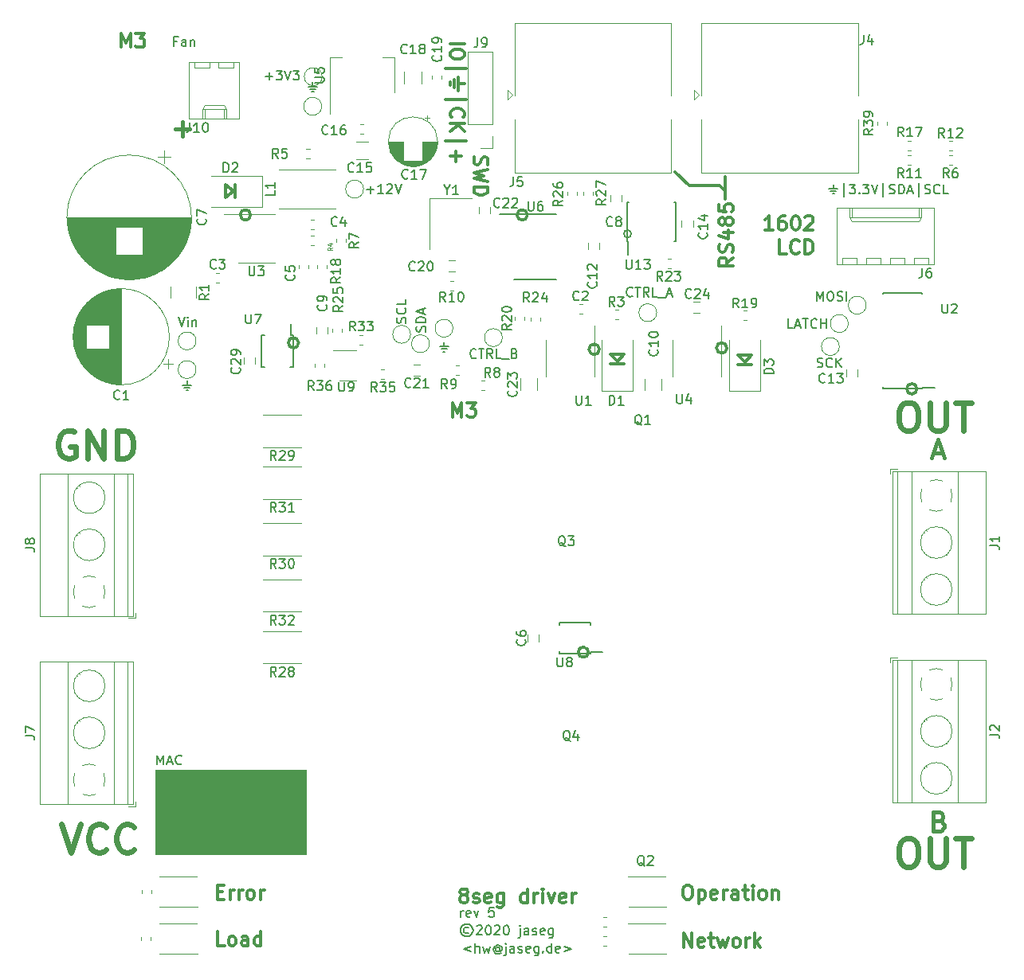
<source format=gbr>
G04 #@! TF.GenerationSoftware,KiCad,Pcbnew,(5.1.5)-3*
G04 #@! TF.CreationDate,2020-05-02T20:20:03+02:00*
G04 #@! TF.ProjectId,driver,64726976-6572-42e6-9b69-6361645f7063,rev?*
G04 #@! TF.SameCoordinates,Original*
G04 #@! TF.FileFunction,Legend,Top*
G04 #@! TF.FilePolarity,Positive*
%FSLAX46Y46*%
G04 Gerber Fmt 4.6, Leading zero omitted, Abs format (unit mm)*
G04 Created by KiCad (PCBNEW (5.1.5)-3) date 2020-05-02 20:20:03*
%MOMM*%
%LPD*%
G04 APERTURE LIST*
%ADD10C,0.300000*%
%ADD11C,0.150000*%
%ADD12C,0.100000*%
%ADD13C,0.450000*%
%ADD14C,0.200000*%
%ADD15C,0.600000*%
%ADD16C,0.120000*%
G04 APERTURE END LIST*
D10*
X142600000Y-73350000D02*
X142600000Y-70950000D01*
X142000000Y-71850000D02*
X142600000Y-72450000D01*
X138750000Y-71900000D02*
X142000000Y-71900000D01*
X137250000Y-70400000D02*
X138750000Y-71900000D01*
X143428571Y-79542857D02*
X142714285Y-80042857D01*
X143428571Y-80400000D02*
X141928571Y-80400000D01*
X141928571Y-79828571D01*
X142000000Y-79685714D01*
X142071428Y-79614285D01*
X142214285Y-79542857D01*
X142428571Y-79542857D01*
X142571428Y-79614285D01*
X142642857Y-79685714D01*
X142714285Y-79828571D01*
X142714285Y-80400000D01*
X143357142Y-78971428D02*
X143428571Y-78757142D01*
X143428571Y-78400000D01*
X143357142Y-78257142D01*
X143285714Y-78185714D01*
X143142857Y-78114285D01*
X143000000Y-78114285D01*
X142857142Y-78185714D01*
X142785714Y-78257142D01*
X142714285Y-78400000D01*
X142642857Y-78685714D01*
X142571428Y-78828571D01*
X142500000Y-78900000D01*
X142357142Y-78971428D01*
X142214285Y-78971428D01*
X142071428Y-78900000D01*
X142000000Y-78828571D01*
X141928571Y-78685714D01*
X141928571Y-78328571D01*
X142000000Y-78114285D01*
X142428571Y-76828571D02*
X143428571Y-76828571D01*
X141857142Y-77185714D02*
X142928571Y-77542857D01*
X142928571Y-76614285D01*
X142571428Y-75828571D02*
X142500000Y-75971428D01*
X142428571Y-76042857D01*
X142285714Y-76114285D01*
X142214285Y-76114285D01*
X142071428Y-76042857D01*
X142000000Y-75971428D01*
X141928571Y-75828571D01*
X141928571Y-75542857D01*
X142000000Y-75400000D01*
X142071428Y-75328571D01*
X142214285Y-75257142D01*
X142285714Y-75257142D01*
X142428571Y-75328571D01*
X142500000Y-75400000D01*
X142571428Y-75542857D01*
X142571428Y-75828571D01*
X142642857Y-75971428D01*
X142714285Y-76042857D01*
X142857142Y-76114285D01*
X143142857Y-76114285D01*
X143285714Y-76042857D01*
X143357142Y-75971428D01*
X143428571Y-75828571D01*
X143428571Y-75542857D01*
X143357142Y-75400000D01*
X143285714Y-75328571D01*
X143142857Y-75257142D01*
X142857142Y-75257142D01*
X142714285Y-75328571D01*
X142642857Y-75400000D01*
X142571428Y-75542857D01*
X141928571Y-73900000D02*
X141928571Y-74614285D01*
X142642857Y-74685714D01*
X142571428Y-74614285D01*
X142500000Y-74471428D01*
X142500000Y-74114285D01*
X142571428Y-73971428D01*
X142642857Y-73900000D01*
X142785714Y-73828571D01*
X143142857Y-73828571D01*
X143285714Y-73900000D01*
X143357142Y-73971428D01*
X143428571Y-74114285D01*
X143428571Y-74471428D01*
X143357142Y-74614285D01*
X143285714Y-74685714D01*
X128050000Y-121500000D02*
G75*
G03X128050000Y-121500000I-550000J0D01*
G01*
D11*
X82238095Y-133452380D02*
X82238095Y-132452380D01*
X82571428Y-133166666D01*
X82904761Y-132452380D01*
X82904761Y-133452380D01*
X83333333Y-133166666D02*
X83809523Y-133166666D01*
X83238095Y-133452380D02*
X83571428Y-132452380D01*
X83904761Y-133452380D01*
X84809523Y-133357142D02*
X84761904Y-133404761D01*
X84619047Y-133452380D01*
X84523809Y-133452380D01*
X84380952Y-133404761D01*
X84285714Y-133309523D01*
X84238095Y-133214285D01*
X84190476Y-133023809D01*
X84190476Y-132880952D01*
X84238095Y-132690476D01*
X84285714Y-132595238D01*
X84380952Y-132500000D01*
X84523809Y-132452380D01*
X84619047Y-132452380D01*
X84761904Y-132500000D01*
X84809523Y-132547619D01*
D12*
G36*
X98000000Y-143000000D02*
G01*
X82000000Y-143000000D01*
X82000000Y-134000000D01*
X98000000Y-134000000D01*
X98000000Y-143000000D01*
G37*
X98000000Y-143000000D02*
X82000000Y-143000000D01*
X82000000Y-134000000D01*
X98000000Y-134000000D01*
X98000000Y-143000000D01*
D10*
X131100000Y-90600000D02*
X131800000Y-89800000D01*
X130400000Y-89800000D02*
X131100000Y-90600000D01*
X131700000Y-89800000D02*
X130400000Y-89800000D01*
X131800000Y-90800000D02*
X130400000Y-90800000D01*
X145250000Y-89900000D02*
X143950000Y-89900000D01*
X145350000Y-90900000D02*
X143950000Y-90900000D01*
X143950000Y-89900000D02*
X144650000Y-90700000D01*
X144650000Y-90700000D02*
X145350000Y-89900000D01*
X90500000Y-71750000D02*
X90500000Y-73150000D01*
X89500000Y-73150000D02*
X90300000Y-72450000D01*
X89500000Y-71850000D02*
X89500000Y-73150000D01*
X90300000Y-72450000D02*
X89500000Y-71750000D01*
X129200000Y-89300000D02*
G75*
G03X129200000Y-89300000I-550000J0D01*
G01*
D11*
X84338095Y-56528571D02*
X84004761Y-56528571D01*
X84004761Y-57052380D02*
X84004761Y-56052380D01*
X84480952Y-56052380D01*
X85290476Y-57052380D02*
X85290476Y-56528571D01*
X85242857Y-56433333D01*
X85147619Y-56385714D01*
X84957142Y-56385714D01*
X84861904Y-56433333D01*
X85290476Y-57004761D02*
X85195238Y-57052380D01*
X84957142Y-57052380D01*
X84861904Y-57004761D01*
X84814285Y-56909523D01*
X84814285Y-56814285D01*
X84861904Y-56719047D01*
X84957142Y-56671428D01*
X85195238Y-56671428D01*
X85290476Y-56623809D01*
X85766666Y-56385714D02*
X85766666Y-57052380D01*
X85766666Y-56480952D02*
X85814285Y-56433333D01*
X85909523Y-56385714D01*
X86052380Y-56385714D01*
X86147619Y-56433333D01*
X86195238Y-56528571D01*
X86195238Y-57052380D01*
D13*
X84138095Y-65842857D02*
X85661904Y-65842857D01*
X84900000Y-66604761D02*
X84900000Y-65080952D01*
D11*
X132600000Y-77000000D02*
G75*
G03X132600000Y-77000000I-400000J0D01*
G01*
D10*
X113585714Y-96478571D02*
X113585714Y-94978571D01*
X114085714Y-96050000D01*
X114585714Y-94978571D01*
X114585714Y-96478571D01*
X115157142Y-94978571D02*
X116085714Y-94978571D01*
X115585714Y-95550000D01*
X115800000Y-95550000D01*
X115942857Y-95621428D01*
X116014285Y-95692857D01*
X116085714Y-95835714D01*
X116085714Y-96192857D01*
X116014285Y-96335714D01*
X115942857Y-96407142D01*
X115800000Y-96478571D01*
X115371428Y-96478571D01*
X115228571Y-96407142D01*
X115157142Y-96335714D01*
D14*
X114499999Y-149662380D02*
X114499999Y-148995714D01*
X114499999Y-149186190D02*
X114547618Y-149090952D01*
X114595237Y-149043333D01*
X114690475Y-148995714D01*
X114785714Y-148995714D01*
X115499999Y-149614761D02*
X115404761Y-149662380D01*
X115214285Y-149662380D01*
X115119047Y-149614761D01*
X115071428Y-149519523D01*
X115071428Y-149138571D01*
X115119047Y-149043333D01*
X115214285Y-148995714D01*
X115404761Y-148995714D01*
X115499999Y-149043333D01*
X115547618Y-149138571D01*
X115547618Y-149233809D01*
X115071428Y-149329047D01*
X115880952Y-148995714D02*
X116119047Y-149662380D01*
X116357142Y-148995714D01*
X117976190Y-148662380D02*
X117499999Y-148662380D01*
X117452380Y-149138571D01*
X117499999Y-149090952D01*
X117595237Y-149043333D01*
X117833333Y-149043333D01*
X117928571Y-149090952D01*
X117976190Y-149138571D01*
X118023809Y-149233809D01*
X118023809Y-149471904D01*
X117976190Y-149567142D01*
X117928571Y-149614761D01*
X117833333Y-149662380D01*
X117595237Y-149662380D01*
X117499999Y-149614761D01*
X117452380Y-149567142D01*
X115547619Y-152785714D02*
X114785714Y-153071428D01*
X115547619Y-153357142D01*
X116023809Y-153452380D02*
X116023809Y-152452380D01*
X116452380Y-153452380D02*
X116452380Y-152928571D01*
X116404761Y-152833333D01*
X116309523Y-152785714D01*
X116166666Y-152785714D01*
X116071428Y-152833333D01*
X116023809Y-152880952D01*
X116833333Y-152785714D02*
X117023809Y-153452380D01*
X117214285Y-152976190D01*
X117404761Y-153452380D01*
X117595238Y-152785714D01*
X118595238Y-152976190D02*
X118547619Y-152928571D01*
X118452380Y-152880952D01*
X118357142Y-152880952D01*
X118261904Y-152928571D01*
X118214285Y-152976190D01*
X118166666Y-153071428D01*
X118166666Y-153166666D01*
X118214285Y-153261904D01*
X118261904Y-153309523D01*
X118357142Y-153357142D01*
X118452380Y-153357142D01*
X118547619Y-153309523D01*
X118595238Y-153261904D01*
X118595238Y-152880952D02*
X118595238Y-153261904D01*
X118642857Y-153309523D01*
X118690476Y-153309523D01*
X118785714Y-153261904D01*
X118833333Y-153166666D01*
X118833333Y-152928571D01*
X118738095Y-152785714D01*
X118595238Y-152690476D01*
X118404761Y-152642857D01*
X118214285Y-152690476D01*
X118071428Y-152785714D01*
X117976190Y-152928571D01*
X117928571Y-153119047D01*
X117976190Y-153309523D01*
X118071428Y-153452380D01*
X118214285Y-153547619D01*
X118404761Y-153595238D01*
X118595238Y-153547619D01*
X118738095Y-153452380D01*
X119261904Y-152785714D02*
X119261904Y-153642857D01*
X119214285Y-153738095D01*
X119119047Y-153785714D01*
X119071428Y-153785714D01*
X119261904Y-152452380D02*
X119214285Y-152500000D01*
X119261904Y-152547619D01*
X119309523Y-152500000D01*
X119261904Y-152452380D01*
X119261904Y-152547619D01*
X120166666Y-153452380D02*
X120166666Y-152928571D01*
X120119047Y-152833333D01*
X120023809Y-152785714D01*
X119833333Y-152785714D01*
X119738095Y-152833333D01*
X120166666Y-153404761D02*
X120071428Y-153452380D01*
X119833333Y-153452380D01*
X119738095Y-153404761D01*
X119690476Y-153309523D01*
X119690476Y-153214285D01*
X119738095Y-153119047D01*
X119833333Y-153071428D01*
X120071428Y-153071428D01*
X120166666Y-153023809D01*
X120595238Y-153404761D02*
X120690476Y-153452380D01*
X120880952Y-153452380D01*
X120976190Y-153404761D01*
X121023809Y-153309523D01*
X121023809Y-153261904D01*
X120976190Y-153166666D01*
X120880952Y-153119047D01*
X120738095Y-153119047D01*
X120642857Y-153071428D01*
X120595238Y-152976190D01*
X120595238Y-152928571D01*
X120642857Y-152833333D01*
X120738095Y-152785714D01*
X120880952Y-152785714D01*
X120976190Y-152833333D01*
X121833333Y-153404761D02*
X121738095Y-153452380D01*
X121547619Y-153452380D01*
X121452380Y-153404761D01*
X121404761Y-153309523D01*
X121404761Y-152928571D01*
X121452380Y-152833333D01*
X121547619Y-152785714D01*
X121738095Y-152785714D01*
X121833333Y-152833333D01*
X121880952Y-152928571D01*
X121880952Y-153023809D01*
X121404761Y-153119047D01*
X122738095Y-152785714D02*
X122738095Y-153595238D01*
X122690476Y-153690476D01*
X122642857Y-153738095D01*
X122547619Y-153785714D01*
X122404761Y-153785714D01*
X122309523Y-153738095D01*
X122738095Y-153404761D02*
X122642857Y-153452380D01*
X122452380Y-153452380D01*
X122357142Y-153404761D01*
X122309523Y-153357142D01*
X122261904Y-153261904D01*
X122261904Y-152976190D01*
X122309523Y-152880952D01*
X122357142Y-152833333D01*
X122452380Y-152785714D01*
X122642857Y-152785714D01*
X122738095Y-152833333D01*
X123214285Y-153357142D02*
X123261904Y-153404761D01*
X123214285Y-153452380D01*
X123166666Y-153404761D01*
X123214285Y-153357142D01*
X123214285Y-153452380D01*
X124119047Y-153452380D02*
X124119047Y-152452380D01*
X124119047Y-153404761D02*
X124023809Y-153452380D01*
X123833333Y-153452380D01*
X123738095Y-153404761D01*
X123690476Y-153357142D01*
X123642857Y-153261904D01*
X123642857Y-152976190D01*
X123690476Y-152880952D01*
X123738095Y-152833333D01*
X123833333Y-152785714D01*
X124023809Y-152785714D01*
X124119047Y-152833333D01*
X124976190Y-153404761D02*
X124880952Y-153452380D01*
X124690476Y-153452380D01*
X124595238Y-153404761D01*
X124547619Y-153309523D01*
X124547619Y-152928571D01*
X124595238Y-152833333D01*
X124690476Y-152785714D01*
X124880952Y-152785714D01*
X124976190Y-152833333D01*
X125023809Y-152928571D01*
X125023809Y-153023809D01*
X124547619Y-153119047D01*
X125452380Y-152785714D02*
X126214285Y-153071428D01*
X125452380Y-153357142D01*
D10*
X162950000Y-93500000D02*
G75*
G03X162950000Y-93500000I-550000J0D01*
G01*
X121550000Y-75000000D02*
G75*
G03X121550000Y-75000000I-550000J0D01*
G01*
X113371428Y-56764285D02*
X114871428Y-56764285D01*
X114871428Y-57764285D02*
X114871428Y-58050000D01*
X114800000Y-58192857D01*
X114657142Y-58335714D01*
X114371428Y-58407142D01*
X113871428Y-58407142D01*
X113585714Y-58335714D01*
X113442857Y-58192857D01*
X113371428Y-58050000D01*
X113371428Y-57764285D01*
X113442857Y-57621428D01*
X113585714Y-57478571D01*
X113871428Y-57407142D01*
X114371428Y-57407142D01*
X114657142Y-57478571D01*
X114800000Y-57621428D01*
X114871428Y-57764285D01*
X112871428Y-59407142D02*
X115014285Y-59407142D01*
X114228571Y-60335714D02*
X114228571Y-61764285D01*
X113800000Y-60621428D02*
X113800000Y-61478571D01*
X114871428Y-61050000D02*
X114228571Y-61050000D01*
X113371428Y-61192857D02*
X113371428Y-60907142D01*
X112871428Y-62692857D02*
X115014285Y-62692857D01*
X113514285Y-64621428D02*
X113442857Y-64550000D01*
X113371428Y-64335714D01*
X113371428Y-64192857D01*
X113442857Y-63978571D01*
X113585714Y-63835714D01*
X113728571Y-63764285D01*
X114014285Y-63692857D01*
X114228571Y-63692857D01*
X114514285Y-63764285D01*
X114657142Y-63835714D01*
X114800000Y-63978571D01*
X114871428Y-64192857D01*
X114871428Y-64335714D01*
X114800000Y-64550000D01*
X114728571Y-64621428D01*
X113371428Y-65264285D02*
X114871428Y-65264285D01*
X113371428Y-66121428D02*
X114228571Y-65478571D01*
X114871428Y-66121428D02*
X114014285Y-65264285D01*
X112871428Y-67121428D02*
X115014285Y-67121428D01*
X113942857Y-68192857D02*
X113942857Y-69335714D01*
X113371428Y-68764285D02*
X114514285Y-68764285D01*
D15*
X161750000Y-94957142D02*
X162321428Y-94957142D01*
X162607142Y-95100000D01*
X162892857Y-95385714D01*
X163035714Y-95957142D01*
X163035714Y-96957142D01*
X162892857Y-97528571D01*
X162607142Y-97814285D01*
X162321428Y-97957142D01*
X161750000Y-97957142D01*
X161464285Y-97814285D01*
X161178571Y-97528571D01*
X161035714Y-96957142D01*
X161035714Y-95957142D01*
X161178571Y-95385714D01*
X161464285Y-95100000D01*
X161750000Y-94957142D01*
X164321428Y-94957142D02*
X164321428Y-97385714D01*
X164464285Y-97671428D01*
X164607142Y-97814285D01*
X164892857Y-97957142D01*
X165464285Y-97957142D01*
X165750000Y-97814285D01*
X165892857Y-97671428D01*
X166035714Y-97385714D01*
X166035714Y-94957142D01*
X167035714Y-94957142D02*
X168750000Y-94957142D01*
X167892857Y-97957142D02*
X167892857Y-94957142D01*
D10*
X97250000Y-88600000D02*
G75*
G03X97250000Y-88600000I-550000J0D01*
G01*
X89378571Y-152728571D02*
X88664285Y-152728571D01*
X88664285Y-151228571D01*
X90092857Y-152728571D02*
X89950000Y-152657142D01*
X89878571Y-152585714D01*
X89807142Y-152442857D01*
X89807142Y-152014285D01*
X89878571Y-151871428D01*
X89950000Y-151800000D01*
X90092857Y-151728571D01*
X90307142Y-151728571D01*
X90450000Y-151800000D01*
X90521428Y-151871428D01*
X90592857Y-152014285D01*
X90592857Y-152442857D01*
X90521428Y-152585714D01*
X90450000Y-152657142D01*
X90307142Y-152728571D01*
X90092857Y-152728571D01*
X91878571Y-152728571D02*
X91878571Y-151942857D01*
X91807142Y-151800000D01*
X91664285Y-151728571D01*
X91378571Y-151728571D01*
X91235714Y-151800000D01*
X91878571Y-152657142D02*
X91735714Y-152728571D01*
X91378571Y-152728571D01*
X91235714Y-152657142D01*
X91164285Y-152514285D01*
X91164285Y-152371428D01*
X91235714Y-152228571D01*
X91378571Y-152157142D01*
X91735714Y-152157142D01*
X91878571Y-152085714D01*
X93235714Y-152728571D02*
X93235714Y-151228571D01*
X93235714Y-152657142D02*
X93092857Y-152728571D01*
X92807142Y-152728571D01*
X92664285Y-152657142D01*
X92592857Y-152585714D01*
X92521428Y-152442857D01*
X92521428Y-152014285D01*
X92592857Y-151871428D01*
X92664285Y-151800000D01*
X92807142Y-151728571D01*
X93092857Y-151728571D01*
X93235714Y-151800000D01*
X88607142Y-146992857D02*
X89107142Y-146992857D01*
X89321428Y-147778571D02*
X88607142Y-147778571D01*
X88607142Y-146278571D01*
X89321428Y-146278571D01*
X89964285Y-147778571D02*
X89964285Y-146778571D01*
X89964285Y-147064285D02*
X90035714Y-146921428D01*
X90107142Y-146850000D01*
X90250000Y-146778571D01*
X90392857Y-146778571D01*
X90892857Y-147778571D02*
X90892857Y-146778571D01*
X90892857Y-147064285D02*
X90964285Y-146921428D01*
X91035714Y-146850000D01*
X91178571Y-146778571D01*
X91321428Y-146778571D01*
X92035714Y-147778571D02*
X91892857Y-147707142D01*
X91821428Y-147635714D01*
X91750000Y-147492857D01*
X91750000Y-147064285D01*
X91821428Y-146921428D01*
X91892857Y-146850000D01*
X92035714Y-146778571D01*
X92250000Y-146778571D01*
X92392857Y-146850000D01*
X92464285Y-146921428D01*
X92535714Y-147064285D01*
X92535714Y-147492857D01*
X92464285Y-147635714D01*
X92392857Y-147707142D01*
X92250000Y-147778571D01*
X92035714Y-147778571D01*
X93178571Y-147778571D02*
X93178571Y-146778571D01*
X93178571Y-147064285D02*
X93250000Y-146921428D01*
X93321428Y-146850000D01*
X93464285Y-146778571D01*
X93607142Y-146778571D01*
X138164285Y-152878571D02*
X138164285Y-151378571D01*
X139021428Y-152878571D01*
X139021428Y-151378571D01*
X140307142Y-152807142D02*
X140164285Y-152878571D01*
X139878571Y-152878571D01*
X139735714Y-152807142D01*
X139664285Y-152664285D01*
X139664285Y-152092857D01*
X139735714Y-151950000D01*
X139878571Y-151878571D01*
X140164285Y-151878571D01*
X140307142Y-151950000D01*
X140378571Y-152092857D01*
X140378571Y-152235714D01*
X139664285Y-152378571D01*
X140807142Y-151878571D02*
X141378571Y-151878571D01*
X141021428Y-151378571D02*
X141021428Y-152664285D01*
X141092857Y-152807142D01*
X141235714Y-152878571D01*
X141378571Y-152878571D01*
X141735714Y-151878571D02*
X142021428Y-152878571D01*
X142307142Y-152164285D01*
X142592857Y-152878571D01*
X142878571Y-151878571D01*
X143664285Y-152878571D02*
X143521428Y-152807142D01*
X143450000Y-152735714D01*
X143378571Y-152592857D01*
X143378571Y-152164285D01*
X143450000Y-152021428D01*
X143521428Y-151950000D01*
X143664285Y-151878571D01*
X143878571Y-151878571D01*
X144021428Y-151950000D01*
X144092857Y-152021428D01*
X144164285Y-152164285D01*
X144164285Y-152592857D01*
X144092857Y-152735714D01*
X144021428Y-152807142D01*
X143878571Y-152878571D01*
X143664285Y-152878571D01*
X144807142Y-152878571D02*
X144807142Y-151878571D01*
X144807142Y-152164285D02*
X144878571Y-152021428D01*
X144950000Y-151950000D01*
X145092857Y-151878571D01*
X145235714Y-151878571D01*
X145735714Y-152878571D02*
X145735714Y-151378571D01*
X145878571Y-152307142D02*
X146307142Y-152878571D01*
X146307142Y-151878571D02*
X145735714Y-152450000D01*
X138450000Y-146278571D02*
X138735714Y-146278571D01*
X138878571Y-146350000D01*
X139021428Y-146492857D01*
X139092857Y-146778571D01*
X139092857Y-147278571D01*
X139021428Y-147564285D01*
X138878571Y-147707142D01*
X138735714Y-147778571D01*
X138450000Y-147778571D01*
X138307142Y-147707142D01*
X138164285Y-147564285D01*
X138092857Y-147278571D01*
X138092857Y-146778571D01*
X138164285Y-146492857D01*
X138307142Y-146350000D01*
X138450000Y-146278571D01*
X139735714Y-146778571D02*
X139735714Y-148278571D01*
X139735714Y-146850000D02*
X139878571Y-146778571D01*
X140164285Y-146778571D01*
X140307142Y-146850000D01*
X140378571Y-146921428D01*
X140450000Y-147064285D01*
X140450000Y-147492857D01*
X140378571Y-147635714D01*
X140307142Y-147707142D01*
X140164285Y-147778571D01*
X139878571Y-147778571D01*
X139735714Y-147707142D01*
X141664285Y-147707142D02*
X141521428Y-147778571D01*
X141235714Y-147778571D01*
X141092857Y-147707142D01*
X141021428Y-147564285D01*
X141021428Y-146992857D01*
X141092857Y-146850000D01*
X141235714Y-146778571D01*
X141521428Y-146778571D01*
X141664285Y-146850000D01*
X141735714Y-146992857D01*
X141735714Y-147135714D01*
X141021428Y-147278571D01*
X142378571Y-147778571D02*
X142378571Y-146778571D01*
X142378571Y-147064285D02*
X142450000Y-146921428D01*
X142521428Y-146850000D01*
X142664285Y-146778571D01*
X142807142Y-146778571D01*
X143950000Y-147778571D02*
X143950000Y-146992857D01*
X143878571Y-146850000D01*
X143735714Y-146778571D01*
X143450000Y-146778571D01*
X143307142Y-146850000D01*
X143950000Y-147707142D02*
X143807142Y-147778571D01*
X143450000Y-147778571D01*
X143307142Y-147707142D01*
X143235714Y-147564285D01*
X143235714Y-147421428D01*
X143307142Y-147278571D01*
X143450000Y-147207142D01*
X143807142Y-147207142D01*
X143950000Y-147135714D01*
X144450000Y-146778571D02*
X145021428Y-146778571D01*
X144664285Y-146278571D02*
X144664285Y-147564285D01*
X144735714Y-147707142D01*
X144878571Y-147778571D01*
X145021428Y-147778571D01*
X145521428Y-147778571D02*
X145521428Y-146778571D01*
X145521428Y-146278571D02*
X145450000Y-146350000D01*
X145521428Y-146421428D01*
X145592857Y-146350000D01*
X145521428Y-146278571D01*
X145521428Y-146421428D01*
X146450000Y-147778571D02*
X146307142Y-147707142D01*
X146235714Y-147635714D01*
X146164285Y-147492857D01*
X146164285Y-147064285D01*
X146235714Y-146921428D01*
X146307142Y-146850000D01*
X146450000Y-146778571D01*
X146664285Y-146778571D01*
X146807142Y-146850000D01*
X146878571Y-146921428D01*
X146950000Y-147064285D01*
X146950000Y-147492857D01*
X146878571Y-147635714D01*
X146807142Y-147707142D01*
X146664285Y-147778571D01*
X146450000Y-147778571D01*
X147592857Y-146778571D02*
X147592857Y-147778571D01*
X147592857Y-146921428D02*
X147664285Y-146850000D01*
X147807142Y-146778571D01*
X148021428Y-146778571D01*
X148164285Y-146850000D01*
X148235714Y-146992857D01*
X148235714Y-147778571D01*
X78385714Y-57178571D02*
X78385714Y-55678571D01*
X78885714Y-56750000D01*
X79385714Y-55678571D01*
X79385714Y-57178571D01*
X79957142Y-55678571D02*
X80885714Y-55678571D01*
X80385714Y-56250000D01*
X80600000Y-56250000D01*
X80742857Y-56321428D01*
X80814285Y-56392857D01*
X80885714Y-56535714D01*
X80885714Y-56892857D01*
X80814285Y-57035714D01*
X80742857Y-57107142D01*
X80600000Y-57178571D01*
X80171428Y-57178571D01*
X80028571Y-57107142D01*
X79957142Y-57035714D01*
D14*
X115309523Y-150795476D02*
X115214285Y-150747857D01*
X115023809Y-150747857D01*
X114928571Y-150795476D01*
X114833332Y-150890714D01*
X114785713Y-150985952D01*
X114785713Y-151176428D01*
X114833332Y-151271666D01*
X114928571Y-151366904D01*
X115023809Y-151414523D01*
X115214285Y-151414523D01*
X115309523Y-151366904D01*
X115119047Y-150414523D02*
X114880952Y-150462142D01*
X114642856Y-150605000D01*
X114499999Y-150843095D01*
X114452380Y-151081190D01*
X114499999Y-151319285D01*
X114642856Y-151557380D01*
X114880952Y-151700238D01*
X115119047Y-151747857D01*
X115357142Y-151700238D01*
X115595237Y-151557380D01*
X115738094Y-151319285D01*
X115785713Y-151081190D01*
X115738094Y-150843095D01*
X115595237Y-150605000D01*
X115357142Y-150462142D01*
X115119047Y-150414523D01*
X116166666Y-150652619D02*
X116214285Y-150605000D01*
X116309523Y-150557380D01*
X116547618Y-150557380D01*
X116642856Y-150605000D01*
X116690475Y-150652619D01*
X116738094Y-150747857D01*
X116738094Y-150843095D01*
X116690475Y-150985952D01*
X116119047Y-151557380D01*
X116738094Y-151557380D01*
X117357142Y-150557380D02*
X117452380Y-150557380D01*
X117547618Y-150605000D01*
X117595237Y-150652619D01*
X117642856Y-150747857D01*
X117690475Y-150938333D01*
X117690475Y-151176428D01*
X117642856Y-151366904D01*
X117595237Y-151462142D01*
X117547618Y-151509761D01*
X117452380Y-151557380D01*
X117357142Y-151557380D01*
X117261904Y-151509761D01*
X117214285Y-151462142D01*
X117166666Y-151366904D01*
X117119047Y-151176428D01*
X117119047Y-150938333D01*
X117166666Y-150747857D01*
X117214285Y-150652619D01*
X117261904Y-150605000D01*
X117357142Y-150557380D01*
X118071428Y-150652619D02*
X118119047Y-150605000D01*
X118214285Y-150557380D01*
X118452380Y-150557380D01*
X118547618Y-150605000D01*
X118595237Y-150652619D01*
X118642856Y-150747857D01*
X118642856Y-150843095D01*
X118595237Y-150985952D01*
X118023809Y-151557380D01*
X118642856Y-151557380D01*
X119261904Y-150557380D02*
X119357142Y-150557380D01*
X119452380Y-150605000D01*
X119499999Y-150652619D01*
X119547618Y-150747857D01*
X119595237Y-150938333D01*
X119595237Y-151176428D01*
X119547618Y-151366904D01*
X119499999Y-151462142D01*
X119452380Y-151509761D01*
X119357142Y-151557380D01*
X119261904Y-151557380D01*
X119166666Y-151509761D01*
X119119047Y-151462142D01*
X119071428Y-151366904D01*
X119023809Y-151176428D01*
X119023809Y-150938333D01*
X119071428Y-150747857D01*
X119119047Y-150652619D01*
X119166666Y-150605000D01*
X119261904Y-150557380D01*
X120785713Y-150890714D02*
X120785713Y-151747857D01*
X120738094Y-151843095D01*
X120642856Y-151890714D01*
X120595237Y-151890714D01*
X120785713Y-150557380D02*
X120738094Y-150605000D01*
X120785713Y-150652619D01*
X120833332Y-150605000D01*
X120785713Y-150557380D01*
X120785713Y-150652619D01*
X121690475Y-151557380D02*
X121690475Y-151033571D01*
X121642856Y-150938333D01*
X121547618Y-150890714D01*
X121357142Y-150890714D01*
X121261904Y-150938333D01*
X121690475Y-151509761D02*
X121595237Y-151557380D01*
X121357142Y-151557380D01*
X121261904Y-151509761D01*
X121214285Y-151414523D01*
X121214285Y-151319285D01*
X121261904Y-151224047D01*
X121357142Y-151176428D01*
X121595237Y-151176428D01*
X121690475Y-151128809D01*
X122119047Y-151509761D02*
X122214285Y-151557380D01*
X122404761Y-151557380D01*
X122499999Y-151509761D01*
X122547618Y-151414523D01*
X122547618Y-151366904D01*
X122499999Y-151271666D01*
X122404761Y-151224047D01*
X122261904Y-151224047D01*
X122166666Y-151176428D01*
X122119047Y-151081190D01*
X122119047Y-151033571D01*
X122166666Y-150938333D01*
X122261904Y-150890714D01*
X122404761Y-150890714D01*
X122499999Y-150938333D01*
X123357142Y-151509761D02*
X123261904Y-151557380D01*
X123071428Y-151557380D01*
X122976190Y-151509761D01*
X122928571Y-151414523D01*
X122928571Y-151033571D01*
X122976190Y-150938333D01*
X123071428Y-150890714D01*
X123261904Y-150890714D01*
X123357142Y-150938333D01*
X123404761Y-151033571D01*
X123404761Y-151128809D01*
X122928571Y-151224047D01*
X124261904Y-150890714D02*
X124261904Y-151700238D01*
X124214285Y-151795476D01*
X124166666Y-151843095D01*
X124071428Y-151890714D01*
X123928571Y-151890714D01*
X123833332Y-151843095D01*
X124261904Y-151509761D02*
X124166666Y-151557380D01*
X123976190Y-151557380D01*
X123880952Y-151509761D01*
X123833332Y-151462142D01*
X123785713Y-151366904D01*
X123785713Y-151081190D01*
X123833332Y-150985952D01*
X123880952Y-150938333D01*
X123976190Y-150890714D01*
X124166666Y-150890714D01*
X124261904Y-150938333D01*
D10*
X114678571Y-147321428D02*
X114535714Y-147250000D01*
X114464285Y-147178571D01*
X114392857Y-147035714D01*
X114392857Y-146964285D01*
X114464285Y-146821428D01*
X114535714Y-146750000D01*
X114678571Y-146678571D01*
X114964285Y-146678571D01*
X115107142Y-146750000D01*
X115178571Y-146821428D01*
X115250000Y-146964285D01*
X115250000Y-147035714D01*
X115178571Y-147178571D01*
X115107142Y-147250000D01*
X114964285Y-147321428D01*
X114678571Y-147321428D01*
X114535714Y-147392857D01*
X114464285Y-147464285D01*
X114392857Y-147607142D01*
X114392857Y-147892857D01*
X114464285Y-148035714D01*
X114535714Y-148107142D01*
X114678571Y-148178571D01*
X114964285Y-148178571D01*
X115107142Y-148107142D01*
X115178571Y-148035714D01*
X115250000Y-147892857D01*
X115250000Y-147607142D01*
X115178571Y-147464285D01*
X115107142Y-147392857D01*
X114964285Y-147321428D01*
X115821428Y-148107142D02*
X115964285Y-148178571D01*
X116250000Y-148178571D01*
X116392857Y-148107142D01*
X116464285Y-147964285D01*
X116464285Y-147892857D01*
X116392857Y-147750000D01*
X116250000Y-147678571D01*
X116035714Y-147678571D01*
X115892857Y-147607142D01*
X115821428Y-147464285D01*
X115821428Y-147392857D01*
X115892857Y-147250000D01*
X116035714Y-147178571D01*
X116250000Y-147178571D01*
X116392857Y-147250000D01*
X117678571Y-148107142D02*
X117535714Y-148178571D01*
X117250000Y-148178571D01*
X117107142Y-148107142D01*
X117035714Y-147964285D01*
X117035714Y-147392857D01*
X117107142Y-147250000D01*
X117250000Y-147178571D01*
X117535714Y-147178571D01*
X117678571Y-147250000D01*
X117750000Y-147392857D01*
X117750000Y-147535714D01*
X117035714Y-147678571D01*
X119035714Y-147178571D02*
X119035714Y-148392857D01*
X118964285Y-148535714D01*
X118892857Y-148607142D01*
X118750000Y-148678571D01*
X118535714Y-148678571D01*
X118392857Y-148607142D01*
X119035714Y-148107142D02*
X118892857Y-148178571D01*
X118607142Y-148178571D01*
X118464285Y-148107142D01*
X118392857Y-148035714D01*
X118321428Y-147892857D01*
X118321428Y-147464285D01*
X118392857Y-147321428D01*
X118464285Y-147250000D01*
X118607142Y-147178571D01*
X118892857Y-147178571D01*
X119035714Y-147250000D01*
X121535714Y-148178571D02*
X121535714Y-146678571D01*
X121535714Y-148107142D02*
X121392857Y-148178571D01*
X121107142Y-148178571D01*
X120964285Y-148107142D01*
X120892857Y-148035714D01*
X120821428Y-147892857D01*
X120821428Y-147464285D01*
X120892857Y-147321428D01*
X120964285Y-147250000D01*
X121107142Y-147178571D01*
X121392857Y-147178571D01*
X121535714Y-147250000D01*
X122250000Y-148178571D02*
X122250000Y-147178571D01*
X122250000Y-147464285D02*
X122321428Y-147321428D01*
X122392857Y-147250000D01*
X122535714Y-147178571D01*
X122678571Y-147178571D01*
X123178571Y-148178571D02*
X123178571Y-147178571D01*
X123178571Y-146678571D02*
X123107142Y-146750000D01*
X123178571Y-146821428D01*
X123250000Y-146750000D01*
X123178571Y-146678571D01*
X123178571Y-146821428D01*
X123750000Y-147178571D02*
X124107142Y-148178571D01*
X124464285Y-147178571D01*
X125607142Y-148107142D02*
X125464285Y-148178571D01*
X125178571Y-148178571D01*
X125035714Y-148107142D01*
X124964285Y-147964285D01*
X124964285Y-147392857D01*
X125035714Y-147250000D01*
X125178571Y-147178571D01*
X125464285Y-147178571D01*
X125607142Y-147250000D01*
X125678571Y-147392857D01*
X125678571Y-147535714D01*
X124964285Y-147678571D01*
X126321428Y-148178571D02*
X126321428Y-147178571D01*
X126321428Y-147464285D02*
X126392857Y-147321428D01*
X126464285Y-147250000D01*
X126607142Y-147178571D01*
X126750000Y-147178571D01*
X92150000Y-75000000D02*
G75*
G03X92150000Y-75000000I-550000J0D01*
G01*
X142750000Y-89150000D02*
G75*
G03X142750000Y-89150000I-550000J0D01*
G01*
D14*
X153590476Y-72180952D02*
X154542857Y-72180952D01*
X153780952Y-72466666D02*
X154352380Y-72466666D01*
X154066666Y-71752380D02*
X154066666Y-72180952D01*
X154161904Y-72752380D02*
X153971428Y-72752380D01*
X155161904Y-73085714D02*
X155161904Y-71657142D01*
X155780952Y-71752380D02*
X156400000Y-71752380D01*
X156066666Y-72133333D01*
X156209523Y-72133333D01*
X156304761Y-72180952D01*
X156352380Y-72228571D01*
X156400000Y-72323809D01*
X156400000Y-72561904D01*
X156352380Y-72657142D01*
X156304761Y-72704761D01*
X156209523Y-72752380D01*
X155923809Y-72752380D01*
X155828571Y-72704761D01*
X155780952Y-72657142D01*
X156828571Y-72657142D02*
X156876190Y-72704761D01*
X156828571Y-72752380D01*
X156780952Y-72704761D01*
X156828571Y-72657142D01*
X156828571Y-72752380D01*
X157209523Y-71752380D02*
X157828571Y-71752380D01*
X157495238Y-72133333D01*
X157638095Y-72133333D01*
X157733333Y-72180952D01*
X157780952Y-72228571D01*
X157828571Y-72323809D01*
X157828571Y-72561904D01*
X157780952Y-72657142D01*
X157733333Y-72704761D01*
X157638095Y-72752380D01*
X157352380Y-72752380D01*
X157257142Y-72704761D01*
X157209523Y-72657142D01*
X158114285Y-71752380D02*
X158447619Y-72752380D01*
X158780952Y-71752380D01*
X159352380Y-73085714D02*
X159352380Y-71657142D01*
X160019047Y-72704761D02*
X160161904Y-72752380D01*
X160400000Y-72752380D01*
X160495238Y-72704761D01*
X160542857Y-72657142D01*
X160590476Y-72561904D01*
X160590476Y-72466666D01*
X160542857Y-72371428D01*
X160495238Y-72323809D01*
X160400000Y-72276190D01*
X160209523Y-72228571D01*
X160114285Y-72180952D01*
X160066666Y-72133333D01*
X160019047Y-72038095D01*
X160019047Y-71942857D01*
X160066666Y-71847619D01*
X160114285Y-71800000D01*
X160209523Y-71752380D01*
X160447619Y-71752380D01*
X160590476Y-71800000D01*
X161019047Y-72752380D02*
X161019047Y-71752380D01*
X161257142Y-71752380D01*
X161400000Y-71800000D01*
X161495238Y-71895238D01*
X161542857Y-71990476D01*
X161590476Y-72180952D01*
X161590476Y-72323809D01*
X161542857Y-72514285D01*
X161495238Y-72609523D01*
X161400000Y-72704761D01*
X161257142Y-72752380D01*
X161019047Y-72752380D01*
X161971428Y-72466666D02*
X162447619Y-72466666D01*
X161876190Y-72752380D02*
X162209523Y-71752380D01*
X162542857Y-72752380D01*
X163114285Y-73085714D02*
X163114285Y-71657142D01*
X163780952Y-72704761D02*
X163923809Y-72752380D01*
X164161904Y-72752380D01*
X164257142Y-72704761D01*
X164304761Y-72657142D01*
X164352380Y-72561904D01*
X164352380Y-72466666D01*
X164304761Y-72371428D01*
X164257142Y-72323809D01*
X164161904Y-72276190D01*
X163971428Y-72228571D01*
X163876190Y-72180952D01*
X163828571Y-72133333D01*
X163780952Y-72038095D01*
X163780952Y-71942857D01*
X163828571Y-71847619D01*
X163876190Y-71800000D01*
X163971428Y-71752380D01*
X164209523Y-71752380D01*
X164352380Y-71800000D01*
X165352380Y-72657142D02*
X165304761Y-72704761D01*
X165161904Y-72752380D01*
X165066666Y-72752380D01*
X164923809Y-72704761D01*
X164828571Y-72609523D01*
X164780952Y-72514285D01*
X164733333Y-72323809D01*
X164733333Y-72180952D01*
X164780952Y-71990476D01*
X164828571Y-71895238D01*
X164923809Y-71800000D01*
X165066666Y-71752380D01*
X165161904Y-71752380D01*
X165304761Y-71800000D01*
X165352380Y-71847619D01*
X166257142Y-72752380D02*
X165780952Y-72752380D01*
X165780952Y-71752380D01*
D10*
X147633571Y-76603571D02*
X146776428Y-76603571D01*
X147205000Y-76603571D02*
X147205000Y-75103571D01*
X147062142Y-75317857D01*
X146919285Y-75460714D01*
X146776428Y-75532142D01*
X148919285Y-75103571D02*
X148633571Y-75103571D01*
X148490714Y-75175000D01*
X148419285Y-75246428D01*
X148276428Y-75460714D01*
X148205000Y-75746428D01*
X148205000Y-76317857D01*
X148276428Y-76460714D01*
X148347857Y-76532142D01*
X148490714Y-76603571D01*
X148776428Y-76603571D01*
X148919285Y-76532142D01*
X148990714Y-76460714D01*
X149062142Y-76317857D01*
X149062142Y-75960714D01*
X148990714Y-75817857D01*
X148919285Y-75746428D01*
X148776428Y-75675000D01*
X148490714Y-75675000D01*
X148347857Y-75746428D01*
X148276428Y-75817857D01*
X148205000Y-75960714D01*
X149990714Y-75103571D02*
X150133571Y-75103571D01*
X150276428Y-75175000D01*
X150347857Y-75246428D01*
X150419285Y-75389285D01*
X150490714Y-75675000D01*
X150490714Y-76032142D01*
X150419285Y-76317857D01*
X150347857Y-76460714D01*
X150276428Y-76532142D01*
X150133571Y-76603571D01*
X149990714Y-76603571D01*
X149847857Y-76532142D01*
X149776428Y-76460714D01*
X149705000Y-76317857D01*
X149633571Y-76032142D01*
X149633571Y-75675000D01*
X149705000Y-75389285D01*
X149776428Y-75246428D01*
X149847857Y-75175000D01*
X149990714Y-75103571D01*
X151062142Y-75246428D02*
X151133571Y-75175000D01*
X151276428Y-75103571D01*
X151633571Y-75103571D01*
X151776428Y-75175000D01*
X151847857Y-75246428D01*
X151919285Y-75389285D01*
X151919285Y-75532142D01*
X151847857Y-75746428D01*
X150990714Y-76603571D01*
X151919285Y-76603571D01*
X149062142Y-79153571D02*
X148347857Y-79153571D01*
X148347857Y-77653571D01*
X150419285Y-79010714D02*
X150347857Y-79082142D01*
X150133571Y-79153571D01*
X149990714Y-79153571D01*
X149776428Y-79082142D01*
X149633571Y-78939285D01*
X149562142Y-78796428D01*
X149490714Y-78510714D01*
X149490714Y-78296428D01*
X149562142Y-78010714D01*
X149633571Y-77867857D01*
X149776428Y-77725000D01*
X149990714Y-77653571D01*
X150133571Y-77653571D01*
X150347857Y-77725000D01*
X150419285Y-77796428D01*
X151062142Y-79153571D02*
X151062142Y-77653571D01*
X151419285Y-77653571D01*
X151633571Y-77725000D01*
X151776428Y-77867857D01*
X151847857Y-78010714D01*
X151919285Y-78296428D01*
X151919285Y-78510714D01*
X151847857Y-78796428D01*
X151776428Y-78939285D01*
X151633571Y-79082142D01*
X151419285Y-79153571D01*
X151062142Y-79153571D01*
X115942857Y-68814285D02*
X115871428Y-69028571D01*
X115871428Y-69385714D01*
X115942857Y-69528571D01*
X116014285Y-69600000D01*
X116157142Y-69671428D01*
X116300000Y-69671428D01*
X116442857Y-69600000D01*
X116514285Y-69528571D01*
X116585714Y-69385714D01*
X116657142Y-69100000D01*
X116728571Y-68957142D01*
X116800000Y-68885714D01*
X116942857Y-68814285D01*
X117085714Y-68814285D01*
X117228571Y-68885714D01*
X117300000Y-68957142D01*
X117371428Y-69100000D01*
X117371428Y-69457142D01*
X117300000Y-69671428D01*
X117371428Y-70171428D02*
X115871428Y-70528571D01*
X116942857Y-70814285D01*
X115871428Y-71100000D01*
X117371428Y-71457142D01*
X115871428Y-72028571D02*
X117371428Y-72028571D01*
X117371428Y-72385714D01*
X117300000Y-72600000D01*
X117157142Y-72742857D01*
X117014285Y-72814285D01*
X116728571Y-72885714D01*
X116514285Y-72885714D01*
X116228571Y-72814285D01*
X116085714Y-72742857D01*
X115942857Y-72600000D01*
X115871428Y-72385714D01*
X115871428Y-72028571D01*
D13*
X165342857Y-139457142D02*
X165628571Y-139552380D01*
X165723809Y-139647619D01*
X165819047Y-139838095D01*
X165819047Y-140123809D01*
X165723809Y-140314285D01*
X165628571Y-140409523D01*
X165438095Y-140504761D01*
X164676190Y-140504761D01*
X164676190Y-138504761D01*
X165342857Y-138504761D01*
X165533333Y-138600000D01*
X165628571Y-138695238D01*
X165723809Y-138885714D01*
X165723809Y-139076190D01*
X165628571Y-139266666D01*
X165533333Y-139361904D01*
X165342857Y-139457142D01*
X164676190Y-139457142D01*
D15*
X161750000Y-141307142D02*
X162321428Y-141307142D01*
X162607142Y-141450000D01*
X162892857Y-141735714D01*
X163035714Y-142307142D01*
X163035714Y-143307142D01*
X162892857Y-143878571D01*
X162607142Y-144164285D01*
X162321428Y-144307142D01*
X161750000Y-144307142D01*
X161464285Y-144164285D01*
X161178571Y-143878571D01*
X161035714Y-143307142D01*
X161035714Y-142307142D01*
X161178571Y-141735714D01*
X161464285Y-141450000D01*
X161750000Y-141307142D01*
X164321428Y-141307142D02*
X164321428Y-143735714D01*
X164464285Y-144021428D01*
X164607142Y-144164285D01*
X164892857Y-144307142D01*
X165464285Y-144307142D01*
X165750000Y-144164285D01*
X165892857Y-144021428D01*
X166035714Y-143735714D01*
X166035714Y-141307142D01*
X167035714Y-141307142D02*
X168750000Y-141307142D01*
X167892857Y-144307142D02*
X167892857Y-141307142D01*
D13*
X164723809Y-100283333D02*
X165676190Y-100283333D01*
X164533333Y-100854761D02*
X165200000Y-98854761D01*
X165866666Y-100854761D01*
D15*
X73414285Y-98050000D02*
X73128571Y-97907142D01*
X72700000Y-97907142D01*
X72271428Y-98050000D01*
X71985714Y-98335714D01*
X71842857Y-98621428D01*
X71700000Y-99192857D01*
X71700000Y-99621428D01*
X71842857Y-100192857D01*
X71985714Y-100478571D01*
X72271428Y-100764285D01*
X72700000Y-100907142D01*
X72985714Y-100907142D01*
X73414285Y-100764285D01*
X73557142Y-100621428D01*
X73557142Y-99621428D01*
X72985714Y-99621428D01*
X74842857Y-100907142D02*
X74842857Y-97907142D01*
X76557142Y-100907142D01*
X76557142Y-97907142D01*
X77985714Y-100907142D02*
X77985714Y-97907142D01*
X78700000Y-97907142D01*
X79128571Y-98050000D01*
X79414285Y-98335714D01*
X79557142Y-98621428D01*
X79700000Y-99192857D01*
X79700000Y-99621428D01*
X79557142Y-100192857D01*
X79414285Y-100478571D01*
X79128571Y-100764285D01*
X78700000Y-100907142D01*
X77985714Y-100907142D01*
X72050000Y-139807142D02*
X73050000Y-142807142D01*
X74050000Y-139807142D01*
X76764285Y-142521428D02*
X76621428Y-142664285D01*
X76192857Y-142807142D01*
X75907142Y-142807142D01*
X75478571Y-142664285D01*
X75192857Y-142378571D01*
X75050000Y-142092857D01*
X74907142Y-141521428D01*
X74907142Y-141092857D01*
X75050000Y-140521428D01*
X75192857Y-140235714D01*
X75478571Y-139950000D01*
X75907142Y-139807142D01*
X76192857Y-139807142D01*
X76621428Y-139950000D01*
X76764285Y-140092857D01*
X79764285Y-142521428D02*
X79621428Y-142664285D01*
X79192857Y-142807142D01*
X78907142Y-142807142D01*
X78478571Y-142664285D01*
X78192857Y-142378571D01*
X78050000Y-142092857D01*
X77907142Y-141521428D01*
X77907142Y-141092857D01*
X78050000Y-140521428D01*
X78192857Y-140235714D01*
X78478571Y-139950000D01*
X78907142Y-139807142D01*
X79192857Y-139807142D01*
X79621428Y-139950000D01*
X79764285Y-140092857D01*
D16*
X144821267Y-86160000D02*
X144478733Y-86160000D01*
X144821267Y-85140000D02*
X144478733Y-85140000D01*
X92750000Y-74940000D02*
X89300000Y-74940000D01*
X92750000Y-74940000D02*
X94700000Y-74940000D01*
X92750000Y-80060000D02*
X90800000Y-80060000D01*
X92750000Y-80060000D02*
X94700000Y-80060000D01*
X104602064Y-69060000D02*
X103397936Y-69060000D01*
X104602064Y-67240000D02*
X103397936Y-67240000D01*
X91400000Y-90850000D02*
X91400000Y-90150000D01*
X92600000Y-90150000D02*
X92600000Y-90850000D01*
X112460000Y-60521267D02*
X112460000Y-60178733D01*
X111440000Y-60521267D02*
X111440000Y-60178733D01*
X104171267Y-65390000D02*
X103828733Y-65390000D01*
X104171267Y-66410000D02*
X103828733Y-66410000D01*
X127421267Y-84490000D02*
X127078733Y-84490000D01*
X127421267Y-85510000D02*
X127078733Y-85510000D01*
X85870000Y-75250000D02*
G75*
G03X85870000Y-75250000I-6620000J0D01*
G01*
X85830000Y-75250000D02*
X72670000Y-75250000D01*
X85830000Y-75290000D02*
X72670000Y-75290000D01*
X85830000Y-75330000D02*
X72670000Y-75330000D01*
X85829000Y-75370000D02*
X72671000Y-75370000D01*
X85829000Y-75410000D02*
X72671000Y-75410000D01*
X85827000Y-75450000D02*
X72673000Y-75450000D01*
X85826000Y-75490000D02*
X72674000Y-75490000D01*
X85825000Y-75530000D02*
X72675000Y-75530000D01*
X85823000Y-75570000D02*
X72677000Y-75570000D01*
X85821000Y-75610000D02*
X72679000Y-75610000D01*
X85818000Y-75650000D02*
X72682000Y-75650000D01*
X85816000Y-75690000D02*
X72684000Y-75690000D01*
X85813000Y-75730000D02*
X72687000Y-75730000D01*
X85810000Y-75770000D02*
X72690000Y-75770000D01*
X85807000Y-75810000D02*
X72693000Y-75810000D01*
X85803000Y-75850000D02*
X72697000Y-75850000D01*
X85799000Y-75890000D02*
X72701000Y-75890000D01*
X85795000Y-75930000D02*
X72705000Y-75930000D01*
X85791000Y-75971000D02*
X72709000Y-75971000D01*
X85787000Y-76011000D02*
X72713000Y-76011000D01*
X85782000Y-76051000D02*
X72718000Y-76051000D01*
X85777000Y-76091000D02*
X72723000Y-76091000D01*
X85772000Y-76131000D02*
X72728000Y-76131000D01*
X85766000Y-76171000D02*
X72734000Y-76171000D01*
X85761000Y-76211000D02*
X72739000Y-76211000D01*
X85755000Y-76251000D02*
X72745000Y-76251000D01*
X85748000Y-76291000D02*
X72752000Y-76291000D01*
X85742000Y-76331000D02*
X80690000Y-76331000D01*
X77810000Y-76331000D02*
X72758000Y-76331000D01*
X85735000Y-76371000D02*
X80690000Y-76371000D01*
X77810000Y-76371000D02*
X72765000Y-76371000D01*
X85728000Y-76411000D02*
X80690000Y-76411000D01*
X77810000Y-76411000D02*
X72772000Y-76411000D01*
X85721000Y-76451000D02*
X80690000Y-76451000D01*
X77810000Y-76451000D02*
X72779000Y-76451000D01*
X85713000Y-76491000D02*
X80690000Y-76491000D01*
X77810000Y-76491000D02*
X72787000Y-76491000D01*
X85706000Y-76531000D02*
X80690000Y-76531000D01*
X77810000Y-76531000D02*
X72794000Y-76531000D01*
X85698000Y-76571000D02*
X80690000Y-76571000D01*
X77810000Y-76571000D02*
X72802000Y-76571000D01*
X85689000Y-76611000D02*
X80690000Y-76611000D01*
X77810000Y-76611000D02*
X72811000Y-76611000D01*
X85681000Y-76651000D02*
X80690000Y-76651000D01*
X77810000Y-76651000D02*
X72819000Y-76651000D01*
X85672000Y-76691000D02*
X80690000Y-76691000D01*
X77810000Y-76691000D02*
X72828000Y-76691000D01*
X85663000Y-76731000D02*
X80690000Y-76731000D01*
X77810000Y-76731000D02*
X72837000Y-76731000D01*
X85654000Y-76771000D02*
X80690000Y-76771000D01*
X77810000Y-76771000D02*
X72846000Y-76771000D01*
X85644000Y-76811000D02*
X80690000Y-76811000D01*
X77810000Y-76811000D02*
X72856000Y-76811000D01*
X85634000Y-76851000D02*
X80690000Y-76851000D01*
X77810000Y-76851000D02*
X72866000Y-76851000D01*
X85624000Y-76891000D02*
X80690000Y-76891000D01*
X77810000Y-76891000D02*
X72876000Y-76891000D01*
X85614000Y-76931000D02*
X80690000Y-76931000D01*
X77810000Y-76931000D02*
X72886000Y-76931000D01*
X85603000Y-76971000D02*
X80690000Y-76971000D01*
X77810000Y-76971000D02*
X72897000Y-76971000D01*
X85592000Y-77011000D02*
X80690000Y-77011000D01*
X77810000Y-77011000D02*
X72908000Y-77011000D01*
X85581000Y-77051000D02*
X80690000Y-77051000D01*
X77810000Y-77051000D02*
X72919000Y-77051000D01*
X85570000Y-77091000D02*
X80690000Y-77091000D01*
X77810000Y-77091000D02*
X72930000Y-77091000D01*
X85558000Y-77131000D02*
X80690000Y-77131000D01*
X77810000Y-77131000D02*
X72942000Y-77131000D01*
X85546000Y-77171000D02*
X80690000Y-77171000D01*
X77810000Y-77171000D02*
X72954000Y-77171000D01*
X85534000Y-77211000D02*
X80690000Y-77211000D01*
X77810000Y-77211000D02*
X72966000Y-77211000D01*
X85521000Y-77251000D02*
X80690000Y-77251000D01*
X77810000Y-77251000D02*
X72979000Y-77251000D01*
X85508000Y-77291000D02*
X80690000Y-77291000D01*
X77810000Y-77291000D02*
X72992000Y-77291000D01*
X85495000Y-77331000D02*
X80690000Y-77331000D01*
X77810000Y-77331000D02*
X73005000Y-77331000D01*
X85482000Y-77371000D02*
X80690000Y-77371000D01*
X77810000Y-77371000D02*
X73018000Y-77371000D01*
X85468000Y-77411000D02*
X80690000Y-77411000D01*
X77810000Y-77411000D02*
X73032000Y-77411000D01*
X85454000Y-77451000D02*
X80690000Y-77451000D01*
X77810000Y-77451000D02*
X73046000Y-77451000D01*
X85440000Y-77491000D02*
X80690000Y-77491000D01*
X77810000Y-77491000D02*
X73060000Y-77491000D01*
X85425000Y-77531000D02*
X80690000Y-77531000D01*
X77810000Y-77531000D02*
X73075000Y-77531000D01*
X85411000Y-77571000D02*
X80690000Y-77571000D01*
X77810000Y-77571000D02*
X73089000Y-77571000D01*
X85396000Y-77611000D02*
X80690000Y-77611000D01*
X77810000Y-77611000D02*
X73104000Y-77611000D01*
X85380000Y-77651000D02*
X80690000Y-77651000D01*
X77810000Y-77651000D02*
X73120000Y-77651000D01*
X85364000Y-77691000D02*
X80690000Y-77691000D01*
X77810000Y-77691000D02*
X73136000Y-77691000D01*
X85348000Y-77731000D02*
X80690000Y-77731000D01*
X77810000Y-77731000D02*
X73152000Y-77731000D01*
X85332000Y-77771000D02*
X80690000Y-77771000D01*
X77810000Y-77771000D02*
X73168000Y-77771000D01*
X85315000Y-77811000D02*
X80690000Y-77811000D01*
X77810000Y-77811000D02*
X73185000Y-77811000D01*
X85299000Y-77851000D02*
X80690000Y-77851000D01*
X77810000Y-77851000D02*
X73201000Y-77851000D01*
X85281000Y-77891000D02*
X80690000Y-77891000D01*
X77810000Y-77891000D02*
X73219000Y-77891000D01*
X85264000Y-77931000D02*
X80690000Y-77931000D01*
X77810000Y-77931000D02*
X73236000Y-77931000D01*
X85246000Y-77971000D02*
X80690000Y-77971000D01*
X77810000Y-77971000D02*
X73254000Y-77971000D01*
X85228000Y-78011000D02*
X80690000Y-78011000D01*
X77810000Y-78011000D02*
X73272000Y-78011000D01*
X85209000Y-78051000D02*
X80690000Y-78051000D01*
X77810000Y-78051000D02*
X73291000Y-78051000D01*
X85190000Y-78091000D02*
X80690000Y-78091000D01*
X77810000Y-78091000D02*
X73310000Y-78091000D01*
X85171000Y-78131000D02*
X80690000Y-78131000D01*
X77810000Y-78131000D02*
X73329000Y-78131000D01*
X85152000Y-78171000D02*
X80690000Y-78171000D01*
X77810000Y-78171000D02*
X73348000Y-78171000D01*
X85132000Y-78211000D02*
X80690000Y-78211000D01*
X77810000Y-78211000D02*
X73368000Y-78211000D01*
X85112000Y-78251000D02*
X80690000Y-78251000D01*
X77810000Y-78251000D02*
X73388000Y-78251000D01*
X85091000Y-78291000D02*
X80690000Y-78291000D01*
X77810000Y-78291000D02*
X73409000Y-78291000D01*
X85070000Y-78331000D02*
X80690000Y-78331000D01*
X77810000Y-78331000D02*
X73430000Y-78331000D01*
X85049000Y-78371000D02*
X80690000Y-78371000D01*
X77810000Y-78371000D02*
X73451000Y-78371000D01*
X85028000Y-78411000D02*
X80690000Y-78411000D01*
X77810000Y-78411000D02*
X73472000Y-78411000D01*
X85006000Y-78451000D02*
X80690000Y-78451000D01*
X77810000Y-78451000D02*
X73494000Y-78451000D01*
X84983000Y-78491000D02*
X80690000Y-78491000D01*
X77810000Y-78491000D02*
X73517000Y-78491000D01*
X84961000Y-78531000D02*
X80690000Y-78531000D01*
X77810000Y-78531000D02*
X73539000Y-78531000D01*
X84938000Y-78571000D02*
X80690000Y-78571000D01*
X77810000Y-78571000D02*
X73562000Y-78571000D01*
X84914000Y-78611000D02*
X80690000Y-78611000D01*
X77810000Y-78611000D02*
X73586000Y-78611000D01*
X84891000Y-78651000D02*
X80690000Y-78651000D01*
X77810000Y-78651000D02*
X73609000Y-78651000D01*
X84867000Y-78691000D02*
X80690000Y-78691000D01*
X77810000Y-78691000D02*
X73633000Y-78691000D01*
X84842000Y-78731000D02*
X80690000Y-78731000D01*
X77810000Y-78731000D02*
X73658000Y-78731000D01*
X84817000Y-78771000D02*
X80690000Y-78771000D01*
X77810000Y-78771000D02*
X73683000Y-78771000D01*
X84792000Y-78811000D02*
X80690000Y-78811000D01*
X77810000Y-78811000D02*
X73708000Y-78811000D01*
X84766000Y-78851000D02*
X80690000Y-78851000D01*
X77810000Y-78851000D02*
X73734000Y-78851000D01*
X84740000Y-78891000D02*
X80690000Y-78891000D01*
X77810000Y-78891000D02*
X73760000Y-78891000D01*
X84713000Y-78931000D02*
X80690000Y-78931000D01*
X77810000Y-78931000D02*
X73787000Y-78931000D01*
X84686000Y-78971000D02*
X80690000Y-78971000D01*
X77810000Y-78971000D02*
X73814000Y-78971000D01*
X84659000Y-79011000D02*
X80690000Y-79011000D01*
X77810000Y-79011000D02*
X73841000Y-79011000D01*
X84631000Y-79051000D02*
X80690000Y-79051000D01*
X77810000Y-79051000D02*
X73869000Y-79051000D01*
X84603000Y-79091000D02*
X80690000Y-79091000D01*
X77810000Y-79091000D02*
X73897000Y-79091000D01*
X84574000Y-79131000D02*
X80690000Y-79131000D01*
X77810000Y-79131000D02*
X73926000Y-79131000D01*
X84545000Y-79171000D02*
X80690000Y-79171000D01*
X77810000Y-79171000D02*
X73955000Y-79171000D01*
X84515000Y-79211000D02*
X73985000Y-79211000D01*
X84485000Y-79251000D02*
X74015000Y-79251000D01*
X84455000Y-79291000D02*
X74045000Y-79291000D01*
X84424000Y-79331000D02*
X74076000Y-79331000D01*
X84392000Y-79371000D02*
X74108000Y-79371000D01*
X84360000Y-79411000D02*
X74140000Y-79411000D01*
X84328000Y-79451000D02*
X74172000Y-79451000D01*
X84294000Y-79491000D02*
X74206000Y-79491000D01*
X84261000Y-79531000D02*
X74239000Y-79531000D01*
X84227000Y-79571000D02*
X74273000Y-79571000D01*
X84192000Y-79611000D02*
X74308000Y-79611000D01*
X84157000Y-79651000D02*
X74343000Y-79651000D01*
X84121000Y-79691000D02*
X74379000Y-79691000D01*
X84084000Y-79731000D02*
X74416000Y-79731000D01*
X84047000Y-79771000D02*
X74453000Y-79771000D01*
X84010000Y-79811000D02*
X74490000Y-79811000D01*
X83971000Y-79851000D02*
X74529000Y-79851000D01*
X83932000Y-79891000D02*
X74568000Y-79891000D01*
X83893000Y-79931000D02*
X74607000Y-79931000D01*
X83852000Y-79971000D02*
X74648000Y-79971000D01*
X83811000Y-80011000D02*
X74689000Y-80011000D01*
X83769000Y-80051000D02*
X74731000Y-80051000D01*
X83727000Y-80091000D02*
X74773000Y-80091000D01*
X83684000Y-80131000D02*
X74816000Y-80131000D01*
X83640000Y-80171000D02*
X74860000Y-80171000D01*
X83595000Y-80211000D02*
X74905000Y-80211000D01*
X83549000Y-80251000D02*
X74951000Y-80251000D01*
X83503000Y-80291000D02*
X74997000Y-80291000D01*
X83455000Y-80331000D02*
X75045000Y-80331000D01*
X83407000Y-80371000D02*
X75093000Y-80371000D01*
X83358000Y-80411000D02*
X75142000Y-80411000D01*
X83307000Y-80451000D02*
X75193000Y-80451000D01*
X83256000Y-80491000D02*
X75244000Y-80491000D01*
X83204000Y-80531000D02*
X75296000Y-80531000D01*
X83150000Y-80571000D02*
X75350000Y-80571000D01*
X83096000Y-80611000D02*
X75404000Y-80611000D01*
X83040000Y-80651000D02*
X75460000Y-80651000D01*
X82983000Y-80691000D02*
X75517000Y-80691000D01*
X82925000Y-80731000D02*
X75575000Y-80731000D01*
X82865000Y-80771000D02*
X75635000Y-80771000D01*
X82804000Y-80811000D02*
X75696000Y-80811000D01*
X82741000Y-80851000D02*
X75759000Y-80851000D01*
X82677000Y-80891000D02*
X75823000Y-80891000D01*
X82611000Y-80931000D02*
X75889000Y-80931000D01*
X82543000Y-80971000D02*
X75957000Y-80971000D01*
X82473000Y-81011000D02*
X76027000Y-81011000D01*
X82402000Y-81051000D02*
X76098000Y-81051000D01*
X82328000Y-81091000D02*
X76172000Y-81091000D01*
X82252000Y-81131000D02*
X76248000Y-81131000D01*
X82173000Y-81171000D02*
X76327000Y-81171000D01*
X82092000Y-81211000D02*
X76408000Y-81211000D01*
X82008000Y-81251000D02*
X76492000Y-81251000D01*
X81920000Y-81291000D02*
X76580000Y-81291000D01*
X81829000Y-81331000D02*
X76671000Y-81331000D01*
X81734000Y-81371000D02*
X76766000Y-81371000D01*
X81635000Y-81411000D02*
X76865000Y-81411000D01*
X81531000Y-81451000D02*
X76969000Y-81451000D01*
X81421000Y-81491000D02*
X77079000Y-81491000D01*
X81305000Y-81531000D02*
X77195000Y-81531000D01*
X81181000Y-81571000D02*
X77319000Y-81571000D01*
X81048000Y-81611000D02*
X77452000Y-81611000D01*
X80903000Y-81651000D02*
X77597000Y-81651000D01*
X80744000Y-81691000D02*
X77756000Y-81691000D01*
X80565000Y-81731000D02*
X77935000Y-81731000D01*
X80357000Y-81771000D02*
X78143000Y-81771000D01*
X80100000Y-81811000D02*
X78400000Y-81811000D01*
X79725000Y-81851000D02*
X78775000Y-81851000D01*
X82965000Y-68165431D02*
X82965000Y-69465431D01*
X83615000Y-68815431D02*
X82315000Y-68815431D01*
X76534756Y-114396682D02*
G75*
G02X76680000Y-115080000I-1534756J-683318D01*
G01*
X74316958Y-113544574D02*
G75*
G02X75684000Y-113545000I683042J-1535426D01*
G01*
X73464574Y-115763042D02*
G75*
G02X73465000Y-114396000I1535426J683042D01*
G01*
X75683042Y-116615426D02*
G75*
G02X74316000Y-116615000I-683042J1535426D01*
G01*
X76680253Y-115051195D02*
G75*
G02X76535000Y-115764000I-1680253J-28805D01*
G01*
X76680000Y-110080000D02*
G75*
G03X76680000Y-110080000I-1680000J0D01*
G01*
X76680000Y-105080000D02*
G75*
G03X76680000Y-105080000I-1680000J0D01*
G01*
X79100000Y-117640000D02*
X79100000Y-102520000D01*
X77600000Y-117640000D02*
X77600000Y-102520000D01*
X72699000Y-117640000D02*
X72699000Y-102520000D01*
X69739000Y-117640000D02*
X69739000Y-102520000D01*
X79660000Y-117640000D02*
X79660000Y-102520000D01*
X69739000Y-117640000D02*
X79660000Y-117640000D01*
X69739000Y-102520000D02*
X79660000Y-102520000D01*
X73931000Y-108805000D02*
X73977000Y-108852000D01*
X76239000Y-111114000D02*
X76274000Y-111149000D01*
X73725000Y-109010000D02*
X73761000Y-109045000D01*
X76023000Y-111307000D02*
X76069000Y-111354000D01*
X73931000Y-103805000D02*
X73977000Y-103852000D01*
X76239000Y-106114000D02*
X76274000Y-106149000D01*
X73725000Y-104010000D02*
X73761000Y-104045000D01*
X76023000Y-106307000D02*
X76069000Y-106354000D01*
X79160000Y-117880000D02*
X79900000Y-117880000D01*
X79900000Y-117880000D02*
X79900000Y-117380000D01*
X76534756Y-134396682D02*
G75*
G02X76680000Y-135080000I-1534756J-683318D01*
G01*
X74316958Y-133544574D02*
G75*
G02X75684000Y-133545000I683042J-1535426D01*
G01*
X73464574Y-135763042D02*
G75*
G02X73465000Y-134396000I1535426J683042D01*
G01*
X75683042Y-136615426D02*
G75*
G02X74316000Y-136615000I-683042J1535426D01*
G01*
X76680253Y-135051195D02*
G75*
G02X76535000Y-135764000I-1680253J-28805D01*
G01*
X76680000Y-130080000D02*
G75*
G03X76680000Y-130080000I-1680000J0D01*
G01*
X76680000Y-125080000D02*
G75*
G03X76680000Y-125080000I-1680000J0D01*
G01*
X79100000Y-137640000D02*
X79100000Y-122520000D01*
X77600000Y-137640000D02*
X77600000Y-122520000D01*
X72699000Y-137640000D02*
X72699000Y-122520000D01*
X69739000Y-137640000D02*
X69739000Y-122520000D01*
X79660000Y-137640000D02*
X79660000Y-122520000D01*
X69739000Y-137640000D02*
X79660000Y-137640000D01*
X69739000Y-122520000D02*
X79660000Y-122520000D01*
X73931000Y-128805000D02*
X73977000Y-128852000D01*
X76239000Y-131114000D02*
X76274000Y-131149000D01*
X73725000Y-129010000D02*
X73761000Y-129045000D01*
X76023000Y-131307000D02*
X76069000Y-131354000D01*
X73931000Y-123805000D02*
X73977000Y-123852000D01*
X76239000Y-126114000D02*
X76274000Y-126149000D01*
X73725000Y-124010000D02*
X73761000Y-124045000D01*
X76023000Y-126307000D02*
X76069000Y-126354000D01*
X79160000Y-137880000D02*
X79900000Y-137880000D01*
X79900000Y-137880000D02*
X79900000Y-137380000D01*
X163465244Y-125603318D02*
G75*
G02X163320000Y-124920000I1534756J683318D01*
G01*
X165683042Y-126455426D02*
G75*
G02X164316000Y-126455000I-683042J1535426D01*
G01*
X166535426Y-124236958D02*
G75*
G02X166535000Y-125604000I-1535426J-683042D01*
G01*
X164316958Y-123384574D02*
G75*
G02X165684000Y-123385000I683042J-1535426D01*
G01*
X163319747Y-124948805D02*
G75*
G02X163465000Y-124236000I1680253J28805D01*
G01*
X166680000Y-129920000D02*
G75*
G03X166680000Y-129920000I-1680000J0D01*
G01*
X166680000Y-134920000D02*
G75*
G03X166680000Y-134920000I-1680000J0D01*
G01*
X160900000Y-122360000D02*
X160900000Y-137480000D01*
X162400000Y-122360000D02*
X162400000Y-137480000D01*
X167301000Y-122360000D02*
X167301000Y-137480000D01*
X170261000Y-122360000D02*
X170261000Y-137480000D01*
X160340000Y-122360000D02*
X160340000Y-137480000D01*
X170261000Y-122360000D02*
X160340000Y-122360000D01*
X170261000Y-137480000D02*
X160340000Y-137480000D01*
X166069000Y-131195000D02*
X166023000Y-131148000D01*
X163761000Y-128886000D02*
X163726000Y-128851000D01*
X166275000Y-130990000D02*
X166239000Y-130955000D01*
X163977000Y-128693000D02*
X163931000Y-128646000D01*
X166069000Y-136195000D02*
X166023000Y-136148000D01*
X163761000Y-133886000D02*
X163726000Y-133851000D01*
X166275000Y-135990000D02*
X166239000Y-135955000D01*
X163977000Y-133693000D02*
X163931000Y-133646000D01*
X160840000Y-122120000D02*
X160100000Y-122120000D01*
X160100000Y-122120000D02*
X160100000Y-122620000D01*
X163465244Y-105523318D02*
G75*
G02X163320000Y-104840000I1534756J683318D01*
G01*
X165683042Y-106375426D02*
G75*
G02X164316000Y-106375000I-683042J1535426D01*
G01*
X166535426Y-104156958D02*
G75*
G02X166535000Y-105524000I-1535426J-683042D01*
G01*
X164316958Y-103304574D02*
G75*
G02X165684000Y-103305000I683042J-1535426D01*
G01*
X163319747Y-104868805D02*
G75*
G02X163465000Y-104156000I1680253J28805D01*
G01*
X166680000Y-109840000D02*
G75*
G03X166680000Y-109840000I-1680000J0D01*
G01*
X166680000Y-114840000D02*
G75*
G03X166680000Y-114840000I-1680000J0D01*
G01*
X160900000Y-102280000D02*
X160900000Y-117400000D01*
X162400000Y-102280000D02*
X162400000Y-117400000D01*
X167301000Y-102280000D02*
X167301000Y-117400000D01*
X170261000Y-102280000D02*
X170261000Y-117400000D01*
X160340000Y-102280000D02*
X160340000Y-117400000D01*
X170261000Y-102280000D02*
X160340000Y-102280000D01*
X170261000Y-117400000D02*
X160340000Y-117400000D01*
X166069000Y-111115000D02*
X166023000Y-111068000D01*
X163761000Y-108806000D02*
X163726000Y-108771000D01*
X166275000Y-110910000D02*
X166239000Y-110875000D01*
X163977000Y-108613000D02*
X163931000Y-108566000D01*
X166069000Y-116115000D02*
X166023000Y-116068000D01*
X163761000Y-113806000D02*
X163726000Y-113771000D01*
X166275000Y-115910000D02*
X166239000Y-115875000D01*
X163977000Y-113613000D02*
X163931000Y-113566000D01*
X160840000Y-102040000D02*
X160100000Y-102040000D01*
X160100000Y-102040000D02*
X160100000Y-102540000D01*
X122610000Y-92397936D02*
X122610000Y-93602064D01*
X120790000Y-92397936D02*
X120790000Y-93602064D01*
X107410000Y-58240000D02*
X106150000Y-58240000D01*
X100590000Y-58240000D02*
X101850000Y-58240000D01*
X107410000Y-62000000D02*
X107410000Y-58240000D01*
X100590000Y-64250000D02*
X100590000Y-58240000D01*
X136990000Y-90250000D02*
X136990000Y-92200000D01*
X136990000Y-90250000D02*
X136990000Y-88300000D01*
X142110000Y-90250000D02*
X142110000Y-92200000D01*
X142110000Y-90250000D02*
X142110000Y-86800000D01*
X123540000Y-90250000D02*
X123540000Y-92200000D01*
X123540000Y-90250000D02*
X123540000Y-88300000D01*
X128660000Y-90250000D02*
X128660000Y-92200000D01*
X128660000Y-90250000D02*
X128660000Y-86800000D01*
X104150000Y-72250000D02*
G75*
G03X104150000Y-72250000I-950000J0D01*
G01*
X118900000Y-88050000D02*
G75*
G03X118900000Y-88050000I-950000J0D01*
G01*
X121260000Y-85878733D02*
X121260000Y-86221267D01*
X120240000Y-85878733D02*
X120240000Y-86221267D01*
X100260000Y-80328733D02*
X100260000Y-80671267D01*
X99240000Y-80328733D02*
X99240000Y-80671267D01*
X102260000Y-77578733D02*
X102260000Y-77921267D01*
X101240000Y-77578733D02*
X101240000Y-77921267D01*
X98421267Y-69010000D02*
X98078733Y-69010000D01*
X98421267Y-67990000D02*
X98078733Y-67990000D01*
X98921267Y-78260000D02*
X98578733Y-78260000D01*
X98921267Y-77240000D02*
X98578733Y-77240000D01*
X131221267Y-86110000D02*
X130878733Y-86110000D01*
X131221267Y-85090000D02*
X130878733Y-85090000D01*
X86360000Y-82647936D02*
X86360000Y-83852064D01*
X83640000Y-82647936D02*
X83640000Y-83852064D01*
X101150000Y-74350000D02*
X95150000Y-74350000D01*
X101150000Y-70150000D02*
X95150000Y-70150000D01*
X143000000Y-93700000D02*
X146300000Y-93700000D01*
X146300000Y-93700000D02*
X146300000Y-88300000D01*
X143000000Y-93700000D02*
X143000000Y-88300000D01*
X93400000Y-74150000D02*
X93400000Y-70850000D01*
X93400000Y-70850000D02*
X88000000Y-70850000D01*
X93400000Y-74150000D02*
X88000000Y-74150000D01*
X129450000Y-93700000D02*
X132750000Y-93700000D01*
X132750000Y-93700000D02*
X132750000Y-88300000D01*
X129450000Y-93700000D02*
X129450000Y-88300000D01*
X108490000Y-61002064D02*
X108490000Y-59797936D01*
X110310000Y-61002064D02*
X110310000Y-59797936D01*
X112020000Y-67200000D02*
G75*
G03X112020000Y-67200000I-2620000J0D01*
G01*
X108360000Y-67200000D02*
X106820000Y-67200000D01*
X111980000Y-67200000D02*
X110440000Y-67200000D01*
X108360000Y-67240000D02*
X106820000Y-67240000D01*
X111980000Y-67240000D02*
X110440000Y-67240000D01*
X111979000Y-67280000D02*
X110440000Y-67280000D01*
X108360000Y-67280000D02*
X106821000Y-67280000D01*
X111978000Y-67320000D02*
X110440000Y-67320000D01*
X108360000Y-67320000D02*
X106822000Y-67320000D01*
X111976000Y-67360000D02*
X110440000Y-67360000D01*
X108360000Y-67360000D02*
X106824000Y-67360000D01*
X111973000Y-67400000D02*
X110440000Y-67400000D01*
X108360000Y-67400000D02*
X106827000Y-67400000D01*
X111969000Y-67440000D02*
X110440000Y-67440000D01*
X108360000Y-67440000D02*
X106831000Y-67440000D01*
X111965000Y-67480000D02*
X110440000Y-67480000D01*
X108360000Y-67480000D02*
X106835000Y-67480000D01*
X111961000Y-67520000D02*
X110440000Y-67520000D01*
X108360000Y-67520000D02*
X106839000Y-67520000D01*
X111956000Y-67560000D02*
X110440000Y-67560000D01*
X108360000Y-67560000D02*
X106844000Y-67560000D01*
X111950000Y-67600000D02*
X110440000Y-67600000D01*
X108360000Y-67600000D02*
X106850000Y-67600000D01*
X111943000Y-67640000D02*
X110440000Y-67640000D01*
X108360000Y-67640000D02*
X106857000Y-67640000D01*
X111936000Y-67680000D02*
X110440000Y-67680000D01*
X108360000Y-67680000D02*
X106864000Y-67680000D01*
X111928000Y-67720000D02*
X110440000Y-67720000D01*
X108360000Y-67720000D02*
X106872000Y-67720000D01*
X111920000Y-67760000D02*
X110440000Y-67760000D01*
X108360000Y-67760000D02*
X106880000Y-67760000D01*
X111911000Y-67800000D02*
X110440000Y-67800000D01*
X108360000Y-67800000D02*
X106889000Y-67800000D01*
X111901000Y-67840000D02*
X110440000Y-67840000D01*
X108360000Y-67840000D02*
X106899000Y-67840000D01*
X111891000Y-67880000D02*
X110440000Y-67880000D01*
X108360000Y-67880000D02*
X106909000Y-67880000D01*
X111880000Y-67921000D02*
X110440000Y-67921000D01*
X108360000Y-67921000D02*
X106920000Y-67921000D01*
X111868000Y-67961000D02*
X110440000Y-67961000D01*
X108360000Y-67961000D02*
X106932000Y-67961000D01*
X111855000Y-68001000D02*
X110440000Y-68001000D01*
X108360000Y-68001000D02*
X106945000Y-68001000D01*
X111842000Y-68041000D02*
X110440000Y-68041000D01*
X108360000Y-68041000D02*
X106958000Y-68041000D01*
X111828000Y-68081000D02*
X110440000Y-68081000D01*
X108360000Y-68081000D02*
X106972000Y-68081000D01*
X111814000Y-68121000D02*
X110440000Y-68121000D01*
X108360000Y-68121000D02*
X106986000Y-68121000D01*
X111798000Y-68161000D02*
X110440000Y-68161000D01*
X108360000Y-68161000D02*
X107002000Y-68161000D01*
X111782000Y-68201000D02*
X110440000Y-68201000D01*
X108360000Y-68201000D02*
X107018000Y-68201000D01*
X111765000Y-68241000D02*
X110440000Y-68241000D01*
X108360000Y-68241000D02*
X107035000Y-68241000D01*
X111748000Y-68281000D02*
X110440000Y-68281000D01*
X108360000Y-68281000D02*
X107052000Y-68281000D01*
X111729000Y-68321000D02*
X110440000Y-68321000D01*
X108360000Y-68321000D02*
X107071000Y-68321000D01*
X111710000Y-68361000D02*
X110440000Y-68361000D01*
X108360000Y-68361000D02*
X107090000Y-68361000D01*
X111690000Y-68401000D02*
X110440000Y-68401000D01*
X108360000Y-68401000D02*
X107110000Y-68401000D01*
X111668000Y-68441000D02*
X110440000Y-68441000D01*
X108360000Y-68441000D02*
X107132000Y-68441000D01*
X111647000Y-68481000D02*
X110440000Y-68481000D01*
X108360000Y-68481000D02*
X107153000Y-68481000D01*
X111624000Y-68521000D02*
X110440000Y-68521000D01*
X108360000Y-68521000D02*
X107176000Y-68521000D01*
X111600000Y-68561000D02*
X110440000Y-68561000D01*
X108360000Y-68561000D02*
X107200000Y-68561000D01*
X111575000Y-68601000D02*
X110440000Y-68601000D01*
X108360000Y-68601000D02*
X107225000Y-68601000D01*
X111549000Y-68641000D02*
X110440000Y-68641000D01*
X108360000Y-68641000D02*
X107251000Y-68641000D01*
X111522000Y-68681000D02*
X110440000Y-68681000D01*
X108360000Y-68681000D02*
X107278000Y-68681000D01*
X111495000Y-68721000D02*
X110440000Y-68721000D01*
X108360000Y-68721000D02*
X107305000Y-68721000D01*
X111465000Y-68761000D02*
X110440000Y-68761000D01*
X108360000Y-68761000D02*
X107335000Y-68761000D01*
X111435000Y-68801000D02*
X110440000Y-68801000D01*
X108360000Y-68801000D02*
X107365000Y-68801000D01*
X111404000Y-68841000D02*
X110440000Y-68841000D01*
X108360000Y-68841000D02*
X107396000Y-68841000D01*
X111371000Y-68881000D02*
X110440000Y-68881000D01*
X108360000Y-68881000D02*
X107429000Y-68881000D01*
X111337000Y-68921000D02*
X110440000Y-68921000D01*
X108360000Y-68921000D02*
X107463000Y-68921000D01*
X111301000Y-68961000D02*
X110440000Y-68961000D01*
X108360000Y-68961000D02*
X107499000Y-68961000D01*
X111264000Y-69001000D02*
X110440000Y-69001000D01*
X108360000Y-69001000D02*
X107536000Y-69001000D01*
X111226000Y-69041000D02*
X110440000Y-69041000D01*
X108360000Y-69041000D02*
X107574000Y-69041000D01*
X111185000Y-69081000D02*
X110440000Y-69081000D01*
X108360000Y-69081000D02*
X107615000Y-69081000D01*
X111143000Y-69121000D02*
X110440000Y-69121000D01*
X108360000Y-69121000D02*
X107657000Y-69121000D01*
X111099000Y-69161000D02*
X110440000Y-69161000D01*
X108360000Y-69161000D02*
X107701000Y-69161000D01*
X111053000Y-69201000D02*
X110440000Y-69201000D01*
X108360000Y-69201000D02*
X107747000Y-69201000D01*
X111005000Y-69241000D02*
X107795000Y-69241000D01*
X110954000Y-69281000D02*
X107846000Y-69281000D01*
X110900000Y-69321000D02*
X107900000Y-69321000D01*
X110843000Y-69361000D02*
X107957000Y-69361000D01*
X110783000Y-69401000D02*
X108017000Y-69401000D01*
X110719000Y-69441000D02*
X108081000Y-69441000D01*
X110651000Y-69481000D02*
X108149000Y-69481000D01*
X110578000Y-69521000D02*
X108222000Y-69521000D01*
X110498000Y-69561000D02*
X108302000Y-69561000D01*
X110411000Y-69601000D02*
X108389000Y-69601000D01*
X110315000Y-69641000D02*
X108485000Y-69641000D01*
X110205000Y-69681000D02*
X108595000Y-69681000D01*
X110077000Y-69721000D02*
X108723000Y-69721000D01*
X109918000Y-69761000D02*
X108882000Y-69761000D01*
X109684000Y-69801000D02*
X109116000Y-69801000D01*
X110875000Y-64395225D02*
X110875000Y-64895225D01*
X111125000Y-64645225D02*
X110625000Y-64645225D01*
X135810000Y-92410436D02*
X135810000Y-93614564D01*
X133990000Y-92410436D02*
X133990000Y-93614564D01*
X98260000Y-80328733D02*
X98260000Y-80671267D01*
X97240000Y-80328733D02*
X97240000Y-80671267D01*
X98921267Y-76510000D02*
X98578733Y-76510000D01*
X98921267Y-75490000D02*
X98578733Y-75490000D01*
X88478733Y-81190000D02*
X88821267Y-81190000D01*
X88478733Y-82210000D02*
X88821267Y-82210000D01*
X83520000Y-87950000D02*
G75*
G03X83520000Y-87950000I-5120000J0D01*
G01*
X78400000Y-93030000D02*
X78400000Y-82870000D01*
X78360000Y-93030000D02*
X78360000Y-82870000D01*
X78320000Y-93030000D02*
X78320000Y-82870000D01*
X78280000Y-93029000D02*
X78280000Y-82871000D01*
X78240000Y-93028000D02*
X78240000Y-82872000D01*
X78200000Y-93027000D02*
X78200000Y-82873000D01*
X78160000Y-93025000D02*
X78160000Y-82875000D01*
X78120000Y-93023000D02*
X78120000Y-82877000D01*
X78080000Y-93020000D02*
X78080000Y-82880000D01*
X78040000Y-93018000D02*
X78040000Y-82882000D01*
X78000000Y-93015000D02*
X78000000Y-82885000D01*
X77960000Y-93012000D02*
X77960000Y-82888000D01*
X77920000Y-93008000D02*
X77920000Y-82892000D01*
X77880000Y-93004000D02*
X77880000Y-82896000D01*
X77840000Y-93000000D02*
X77840000Y-82900000D01*
X77800000Y-92995000D02*
X77800000Y-82905000D01*
X77760000Y-92990000D02*
X77760000Y-82910000D01*
X77720000Y-92985000D02*
X77720000Y-82915000D01*
X77679000Y-92980000D02*
X77679000Y-82920000D01*
X77639000Y-92974000D02*
X77639000Y-82926000D01*
X77599000Y-92968000D02*
X77599000Y-82932000D01*
X77559000Y-92961000D02*
X77559000Y-82939000D01*
X77519000Y-92954000D02*
X77519000Y-82946000D01*
X77479000Y-92947000D02*
X77479000Y-82953000D01*
X77439000Y-92940000D02*
X77439000Y-82960000D01*
X77399000Y-92932000D02*
X77399000Y-82968000D01*
X77359000Y-92924000D02*
X77359000Y-82976000D01*
X77319000Y-92915000D02*
X77319000Y-82985000D01*
X77279000Y-92906000D02*
X77279000Y-82994000D01*
X77239000Y-92897000D02*
X77239000Y-83003000D01*
X77199000Y-92888000D02*
X77199000Y-83012000D01*
X77159000Y-92878000D02*
X77159000Y-83022000D01*
X77119000Y-92868000D02*
X77119000Y-89191000D01*
X77119000Y-86709000D02*
X77119000Y-83032000D01*
X77079000Y-92857000D02*
X77079000Y-89191000D01*
X77079000Y-86709000D02*
X77079000Y-83043000D01*
X77039000Y-92847000D02*
X77039000Y-89191000D01*
X77039000Y-86709000D02*
X77039000Y-83053000D01*
X76999000Y-92835000D02*
X76999000Y-89191000D01*
X76999000Y-86709000D02*
X76999000Y-83065000D01*
X76959000Y-92824000D02*
X76959000Y-89191000D01*
X76959000Y-86709000D02*
X76959000Y-83076000D01*
X76919000Y-92812000D02*
X76919000Y-89191000D01*
X76919000Y-86709000D02*
X76919000Y-83088000D01*
X76879000Y-92800000D02*
X76879000Y-89191000D01*
X76879000Y-86709000D02*
X76879000Y-83100000D01*
X76839000Y-92787000D02*
X76839000Y-89191000D01*
X76839000Y-86709000D02*
X76839000Y-83113000D01*
X76799000Y-92774000D02*
X76799000Y-89191000D01*
X76799000Y-86709000D02*
X76799000Y-83126000D01*
X76759000Y-92761000D02*
X76759000Y-89191000D01*
X76759000Y-86709000D02*
X76759000Y-83139000D01*
X76719000Y-92747000D02*
X76719000Y-89191000D01*
X76719000Y-86709000D02*
X76719000Y-83153000D01*
X76679000Y-92733000D02*
X76679000Y-89191000D01*
X76679000Y-86709000D02*
X76679000Y-83167000D01*
X76639000Y-92718000D02*
X76639000Y-89191000D01*
X76639000Y-86709000D02*
X76639000Y-83182000D01*
X76599000Y-92704000D02*
X76599000Y-89191000D01*
X76599000Y-86709000D02*
X76599000Y-83196000D01*
X76559000Y-92688000D02*
X76559000Y-89191000D01*
X76559000Y-86709000D02*
X76559000Y-83212000D01*
X76519000Y-92673000D02*
X76519000Y-89191000D01*
X76519000Y-86709000D02*
X76519000Y-83227000D01*
X76479000Y-92657000D02*
X76479000Y-89191000D01*
X76479000Y-86709000D02*
X76479000Y-83243000D01*
X76439000Y-92640000D02*
X76439000Y-89191000D01*
X76439000Y-86709000D02*
X76439000Y-83260000D01*
X76399000Y-92624000D02*
X76399000Y-89191000D01*
X76399000Y-86709000D02*
X76399000Y-83276000D01*
X76359000Y-92607000D02*
X76359000Y-89191000D01*
X76359000Y-86709000D02*
X76359000Y-83293000D01*
X76319000Y-92589000D02*
X76319000Y-89191000D01*
X76319000Y-86709000D02*
X76319000Y-83311000D01*
X76279000Y-92571000D02*
X76279000Y-89191000D01*
X76279000Y-86709000D02*
X76279000Y-83329000D01*
X76239000Y-92553000D02*
X76239000Y-89191000D01*
X76239000Y-86709000D02*
X76239000Y-83347000D01*
X76199000Y-92534000D02*
X76199000Y-89191000D01*
X76199000Y-86709000D02*
X76199000Y-83366000D01*
X76159000Y-92514000D02*
X76159000Y-89191000D01*
X76159000Y-86709000D02*
X76159000Y-83386000D01*
X76119000Y-92495000D02*
X76119000Y-89191000D01*
X76119000Y-86709000D02*
X76119000Y-83405000D01*
X76079000Y-92475000D02*
X76079000Y-89191000D01*
X76079000Y-86709000D02*
X76079000Y-83425000D01*
X76039000Y-92454000D02*
X76039000Y-89191000D01*
X76039000Y-86709000D02*
X76039000Y-83446000D01*
X75999000Y-92433000D02*
X75999000Y-89191000D01*
X75999000Y-86709000D02*
X75999000Y-83467000D01*
X75959000Y-92412000D02*
X75959000Y-89191000D01*
X75959000Y-86709000D02*
X75959000Y-83488000D01*
X75919000Y-92390000D02*
X75919000Y-89191000D01*
X75919000Y-86709000D02*
X75919000Y-83510000D01*
X75879000Y-92367000D02*
X75879000Y-89191000D01*
X75879000Y-86709000D02*
X75879000Y-83533000D01*
X75839000Y-92345000D02*
X75839000Y-89191000D01*
X75839000Y-86709000D02*
X75839000Y-83555000D01*
X75799000Y-92321000D02*
X75799000Y-89191000D01*
X75799000Y-86709000D02*
X75799000Y-83579000D01*
X75759000Y-92297000D02*
X75759000Y-89191000D01*
X75759000Y-86709000D02*
X75759000Y-83603000D01*
X75719000Y-92273000D02*
X75719000Y-89191000D01*
X75719000Y-86709000D02*
X75719000Y-83627000D01*
X75679000Y-92248000D02*
X75679000Y-89191000D01*
X75679000Y-86709000D02*
X75679000Y-83652000D01*
X75639000Y-92223000D02*
X75639000Y-89191000D01*
X75639000Y-86709000D02*
X75639000Y-83677000D01*
X75599000Y-92197000D02*
X75599000Y-89191000D01*
X75599000Y-86709000D02*
X75599000Y-83703000D01*
X75559000Y-92171000D02*
X75559000Y-89191000D01*
X75559000Y-86709000D02*
X75559000Y-83729000D01*
X75519000Y-92144000D02*
X75519000Y-89191000D01*
X75519000Y-86709000D02*
X75519000Y-83756000D01*
X75479000Y-92116000D02*
X75479000Y-89191000D01*
X75479000Y-86709000D02*
X75479000Y-83784000D01*
X75439000Y-92088000D02*
X75439000Y-89191000D01*
X75439000Y-86709000D02*
X75439000Y-83812000D01*
X75399000Y-92060000D02*
X75399000Y-89191000D01*
X75399000Y-86709000D02*
X75399000Y-83840000D01*
X75359000Y-92030000D02*
X75359000Y-89191000D01*
X75359000Y-86709000D02*
X75359000Y-83870000D01*
X75319000Y-92000000D02*
X75319000Y-89191000D01*
X75319000Y-86709000D02*
X75319000Y-83900000D01*
X75279000Y-91970000D02*
X75279000Y-89191000D01*
X75279000Y-86709000D02*
X75279000Y-83930000D01*
X75239000Y-91939000D02*
X75239000Y-89191000D01*
X75239000Y-86709000D02*
X75239000Y-83961000D01*
X75199000Y-91907000D02*
X75199000Y-89191000D01*
X75199000Y-86709000D02*
X75199000Y-83993000D01*
X75159000Y-91875000D02*
X75159000Y-89191000D01*
X75159000Y-86709000D02*
X75159000Y-84025000D01*
X75119000Y-91842000D02*
X75119000Y-89191000D01*
X75119000Y-86709000D02*
X75119000Y-84058000D01*
X75079000Y-91808000D02*
X75079000Y-89191000D01*
X75079000Y-86709000D02*
X75079000Y-84092000D01*
X75039000Y-91774000D02*
X75039000Y-89191000D01*
X75039000Y-86709000D02*
X75039000Y-84126000D01*
X74999000Y-91739000D02*
X74999000Y-89191000D01*
X74999000Y-86709000D02*
X74999000Y-84161000D01*
X74959000Y-91703000D02*
X74959000Y-89191000D01*
X74959000Y-86709000D02*
X74959000Y-84197000D01*
X74919000Y-91666000D02*
X74919000Y-89191000D01*
X74919000Y-86709000D02*
X74919000Y-84234000D01*
X74879000Y-91629000D02*
X74879000Y-89191000D01*
X74879000Y-86709000D02*
X74879000Y-84271000D01*
X74839000Y-91590000D02*
X74839000Y-89191000D01*
X74839000Y-86709000D02*
X74839000Y-84310000D01*
X74799000Y-91551000D02*
X74799000Y-89191000D01*
X74799000Y-86709000D02*
X74799000Y-84349000D01*
X74759000Y-91511000D02*
X74759000Y-89191000D01*
X74759000Y-86709000D02*
X74759000Y-84389000D01*
X74719000Y-91470000D02*
X74719000Y-89191000D01*
X74719000Y-86709000D02*
X74719000Y-84430000D01*
X74679000Y-91428000D02*
X74679000Y-89191000D01*
X74679000Y-86709000D02*
X74679000Y-84472000D01*
X74639000Y-91386000D02*
X74639000Y-84514000D01*
X74599000Y-91342000D02*
X74599000Y-84558000D01*
X74559000Y-91297000D02*
X74559000Y-84603000D01*
X74519000Y-91251000D02*
X74519000Y-84649000D01*
X74479000Y-91204000D02*
X74479000Y-84696000D01*
X74439000Y-91156000D02*
X74439000Y-84744000D01*
X74399000Y-91106000D02*
X74399000Y-84794000D01*
X74359000Y-91056000D02*
X74359000Y-84844000D01*
X74319000Y-91004000D02*
X74319000Y-84896000D01*
X74279000Y-90950000D02*
X74279000Y-84950000D01*
X74239000Y-90895000D02*
X74239000Y-85005000D01*
X74199000Y-90839000D02*
X74199000Y-85061000D01*
X74159000Y-90780000D02*
X74159000Y-85120000D01*
X74119000Y-90720000D02*
X74119000Y-85180000D01*
X74079000Y-90659000D02*
X74079000Y-85241000D01*
X74039000Y-90595000D02*
X74039000Y-85305000D01*
X73999000Y-90529000D02*
X73999000Y-85371000D01*
X73959000Y-90460000D02*
X73959000Y-85440000D01*
X73919000Y-90389000D02*
X73919000Y-85511000D01*
X73879000Y-90315000D02*
X73879000Y-85585000D01*
X73839000Y-90239000D02*
X73839000Y-85661000D01*
X73799000Y-90159000D02*
X73799000Y-85741000D01*
X73759000Y-90075000D02*
X73759000Y-85825000D01*
X73719000Y-89987000D02*
X73719000Y-85913000D01*
X73679000Y-89894000D02*
X73679000Y-86006000D01*
X73639000Y-89796000D02*
X73639000Y-86104000D01*
X73599000Y-89692000D02*
X73599000Y-86208000D01*
X73559000Y-89580000D02*
X73559000Y-86320000D01*
X73519000Y-89460000D02*
X73519000Y-86440000D01*
X73479000Y-89328000D02*
X73479000Y-86572000D01*
X73439000Y-89180000D02*
X73439000Y-86720000D01*
X73399000Y-89012000D02*
X73399000Y-86888000D01*
X73359000Y-88812000D02*
X73359000Y-87088000D01*
X73319000Y-88549000D02*
X73319000Y-87351000D01*
X83879646Y-90825000D02*
X82879646Y-90825000D01*
X83379646Y-91325000D02*
X83379646Y-90325000D01*
X157550000Y-84600000D02*
G75*
G03X157550000Y-84600000I-950000J0D01*
G01*
X154700000Y-89000000D02*
G75*
G03X154700000Y-89000000I-950000J0D01*
G01*
X155650000Y-86550000D02*
G75*
G03X155650000Y-86550000I-950000J0D01*
G01*
X113650000Y-87050000D02*
G75*
G03X113650000Y-87050000I-950000J0D01*
G01*
X111150000Y-88700000D02*
G75*
G03X111150000Y-88700000I-950000J0D01*
G01*
X109150000Y-87700000D02*
G75*
G03X109150000Y-87700000I-950000J0D01*
G01*
X99700000Y-63450000D02*
G75*
G03X99700000Y-63450000I-950000J0D01*
G01*
X135300000Y-85400000D02*
G75*
G03X135300000Y-85400000I-950000J0D01*
G01*
X99750000Y-60300000D02*
G75*
G03X99750000Y-60300000I-950000J0D01*
G01*
X86350000Y-88400000D02*
G75*
G03X86350000Y-88400000I-950000J0D01*
G01*
X86350000Y-91450000D02*
G75*
G03X86350000Y-91450000I-950000J0D01*
G01*
X100300000Y-86950000D02*
X100300000Y-87650000D01*
X99100000Y-87650000D02*
X99100000Y-86950000D01*
X101600000Y-92610000D02*
X103400000Y-92610000D01*
X103400000Y-89390000D02*
X100950000Y-89390000D01*
X139150000Y-75600000D02*
X139150000Y-76300000D01*
X137950000Y-76300000D02*
X137950000Y-75600000D01*
X130400000Y-73600000D02*
X130400000Y-72900000D01*
X131600000Y-72900000D02*
X131600000Y-73600000D01*
D11*
X132175000Y-77825000D02*
X132225000Y-77825000D01*
X132175000Y-73675000D02*
X132320000Y-73675000D01*
X137325000Y-73675000D02*
X137180000Y-73675000D01*
X137325000Y-77825000D02*
X137180000Y-77825000D01*
X132175000Y-77825000D02*
X132175000Y-73675000D01*
X137325000Y-77825000D02*
X137325000Y-73675000D01*
X132225000Y-77825000D02*
X132225000Y-79225000D01*
D16*
X158740000Y-65421267D02*
X158740000Y-65078733D01*
X159760000Y-65421267D02*
X159760000Y-65078733D01*
X100010000Y-90828733D02*
X100010000Y-91171267D01*
X98990000Y-90828733D02*
X98990000Y-91171267D01*
X106028733Y-91440000D02*
X106371267Y-91440000D01*
X106028733Y-92460000D02*
X106371267Y-92460000D01*
X103728733Y-87790000D02*
X104071267Y-87790000D01*
X103728733Y-88810000D02*
X104071267Y-88810000D01*
X100790000Y-87471267D02*
X100790000Y-87128733D01*
X101810000Y-87471267D02*
X101810000Y-87128733D01*
X122960000Y-85903733D02*
X122960000Y-86246267D01*
X121940000Y-85903733D02*
X121940000Y-86246267D01*
X121600000Y-120350000D02*
X121600000Y-119650000D01*
X122800000Y-119650000D02*
X122800000Y-120350000D01*
X164770000Y-80220000D02*
X164770000Y-74220000D01*
X164770000Y-74220000D02*
X154410000Y-74220000D01*
X154410000Y-74220000D02*
X154410000Y-80220000D01*
X154410000Y-80220000D02*
X164770000Y-80220000D01*
X163400000Y-74220000D02*
X163400000Y-75220000D01*
X163400000Y-75220000D02*
X155780000Y-75220000D01*
X155780000Y-75220000D02*
X155780000Y-74220000D01*
X163400000Y-75220000D02*
X163150000Y-75650000D01*
X163150000Y-75650000D02*
X156030000Y-75650000D01*
X156030000Y-75650000D02*
X155780000Y-75220000D01*
X163150000Y-74220000D02*
X163150000Y-75220000D01*
X156030000Y-74220000D02*
X156030000Y-75220000D01*
X164200000Y-80220000D02*
X164200000Y-79600000D01*
X164200000Y-79600000D02*
X162600000Y-79600000D01*
X162600000Y-79600000D02*
X162600000Y-80220000D01*
X161660000Y-80220000D02*
X161660000Y-79600000D01*
X161660000Y-79600000D02*
X160060000Y-79600000D01*
X160060000Y-79600000D02*
X160060000Y-80220000D01*
X159120000Y-80220000D02*
X159120000Y-79600000D01*
X159120000Y-79600000D02*
X157520000Y-79600000D01*
X157520000Y-79600000D02*
X157520000Y-80220000D01*
X156580000Y-80220000D02*
X156580000Y-79600000D01*
X156580000Y-79600000D02*
X154980000Y-79600000D01*
X154980000Y-79600000D02*
X154980000Y-80220000D01*
D11*
X96450000Y-87825000D02*
X96450000Y-86600000D01*
X93325000Y-87825000D02*
X93325000Y-91175000D01*
X96675000Y-87825000D02*
X96675000Y-91175000D01*
X93325000Y-87825000D02*
X93625000Y-87825000D01*
X93325000Y-91175000D02*
X93625000Y-91175000D01*
X96675000Y-91175000D02*
X96375000Y-91175000D01*
X96675000Y-87825000D02*
X96450000Y-87825000D01*
X118650000Y-74950000D02*
X124625000Y-74950000D01*
X120175000Y-81850000D02*
X124625000Y-81850000D01*
D16*
X128000000Y-78650000D02*
X128000000Y-77950000D01*
X129200000Y-77950000D02*
X129200000Y-78650000D01*
X155400000Y-92150000D02*
X155400000Y-91450000D01*
X156600000Y-91450000D02*
X156600000Y-92150000D01*
X113150000Y-79850000D02*
X113850000Y-79850000D01*
X113850000Y-81050000D02*
X113150000Y-81050000D01*
X110150000Y-92100000D02*
X109450000Y-92100000D01*
X109450000Y-90900000D02*
X110150000Y-90900000D01*
X117600000Y-74150000D02*
X117600000Y-74850000D01*
X116400000Y-74850000D02*
X116400000Y-74150000D01*
X139200000Y-84250000D02*
X139900000Y-84250000D01*
X139900000Y-85450000D02*
X139200000Y-85450000D01*
X136300000Y-153600000D02*
X132300000Y-153600000D01*
X136250000Y-150400000D02*
X132250000Y-150400000D01*
X86450000Y-150400000D02*
X82450000Y-150400000D01*
X86500000Y-153600000D02*
X82500000Y-153600000D01*
X86450000Y-145400000D02*
X82450000Y-145400000D01*
X86500000Y-148600000D02*
X82500000Y-148600000D01*
X136300000Y-148600000D02*
X132300000Y-148600000D01*
X136250000Y-145400000D02*
X132250000Y-145400000D01*
X116971267Y-93660000D02*
X116628733Y-93660000D01*
X116971267Y-92640000D02*
X116628733Y-92640000D01*
X114321267Y-90990000D02*
X113978733Y-90990000D01*
X114321267Y-92010000D02*
X113978733Y-92010000D01*
X113671267Y-83010000D02*
X113328733Y-83010000D01*
X113671267Y-81990000D02*
X113328733Y-81990000D01*
X129628733Y-150710000D02*
X129971267Y-150710000D01*
X129628733Y-149690000D02*
X129971267Y-149690000D01*
X80540000Y-152171267D02*
X80540000Y-151828733D01*
X81560000Y-152171267D02*
X81560000Y-151828733D01*
X80590000Y-147171267D02*
X80590000Y-146828733D01*
X81610000Y-147171267D02*
X81610000Y-146828733D01*
X129628733Y-151690000D02*
X129971267Y-151690000D01*
X129628733Y-152710000D02*
X129971267Y-152710000D01*
X136478733Y-80710000D02*
X136821267Y-80710000D01*
X136478733Y-79690000D02*
X136821267Y-79690000D01*
X125790000Y-72528733D02*
X125790000Y-72871267D01*
X126810000Y-72528733D02*
X126810000Y-72871267D01*
X128510000Y-72528733D02*
X128510000Y-72871267D01*
X127490000Y-72528733D02*
X127490000Y-72871267D01*
X97552064Y-122710000D02*
X93447936Y-122710000D01*
X97552064Y-119290000D02*
X93447936Y-119290000D01*
X97552064Y-96290000D02*
X93447936Y-96290000D01*
X97552064Y-99710000D02*
X93447936Y-99710000D01*
X97552064Y-107790000D02*
X93447936Y-107790000D01*
X97552064Y-111210000D02*
X93447936Y-111210000D01*
X97552064Y-105210000D02*
X93447936Y-105210000D01*
X97552064Y-101790000D02*
X93447936Y-101790000D01*
X97552064Y-113790000D02*
X93447936Y-113790000D01*
X97552064Y-117210000D02*
X93447936Y-117210000D01*
X111150000Y-73250000D02*
X111150000Y-78650000D01*
X115650000Y-73250000D02*
X111150000Y-73250000D01*
X117880000Y-67920000D02*
X116550000Y-67920000D01*
X117880000Y-66590000D02*
X117880000Y-67920000D01*
X117880000Y-65320000D02*
X115220000Y-65320000D01*
X115220000Y-65320000D02*
X115220000Y-57640000D01*
X117880000Y-65320000D02*
X117880000Y-57640000D01*
X117880000Y-57640000D02*
X115220000Y-57640000D01*
X90340000Y-59350000D02*
X90340000Y-58730000D01*
X88740000Y-59350000D02*
X90340000Y-59350000D01*
X88740000Y-58730000D02*
X88740000Y-59350000D01*
X87800000Y-59350000D02*
X87800000Y-58730000D01*
X86200000Y-59350000D02*
X87800000Y-59350000D01*
X86200000Y-58730000D02*
X86200000Y-59350000D01*
X89290000Y-64730000D02*
X89290000Y-63730000D01*
X87250000Y-64730000D02*
X87250000Y-63730000D01*
X89290000Y-63300000D02*
X89540000Y-63730000D01*
X87250000Y-63300000D02*
X89290000Y-63300000D01*
X87000000Y-63730000D02*
X87250000Y-63300000D01*
X89540000Y-63730000D02*
X89540000Y-64730000D01*
X87000000Y-63730000D02*
X89540000Y-63730000D01*
X87000000Y-64730000D02*
X87000000Y-63730000D01*
X90910000Y-58730000D02*
X85630000Y-58730000D01*
X90910000Y-64730000D02*
X90910000Y-58730000D01*
X85630000Y-64730000D02*
X90910000Y-64730000D01*
X85630000Y-58730000D02*
X85630000Y-64730000D01*
D11*
X128275000Y-121499950D02*
X129525000Y-121499950D01*
X128275000Y-118324950D02*
X124925000Y-118324950D01*
X128275000Y-121674950D02*
X124925000Y-121674950D01*
X128275000Y-118324950D02*
X128275000Y-118574950D01*
X124925000Y-118324950D02*
X124925000Y-118574950D01*
X124925000Y-121674950D02*
X124925000Y-121424950D01*
X128275000Y-121674950D02*
X128275000Y-121499950D01*
D16*
X166671267Y-69660000D02*
X166328733Y-69660000D01*
X166671267Y-68640000D02*
X166328733Y-68640000D01*
X166671267Y-67140000D02*
X166328733Y-67140000D01*
X166671267Y-68160000D02*
X166328733Y-68160000D01*
X140040000Y-54635000D02*
X156680000Y-54635000D01*
X140040000Y-54635000D02*
X140040000Y-62340000D01*
X156680000Y-54635000D02*
X156680000Y-62340000D01*
X140040000Y-70515000D02*
X156680000Y-70515000D01*
X140040000Y-70515000D02*
X140040000Y-64840000D01*
X156680000Y-70515000D02*
X156680000Y-64840000D01*
X139800000Y-62200000D02*
X139300000Y-62700000D01*
X139300000Y-62700000D02*
X139300000Y-61700000D01*
X139300000Y-61700000D02*
X139800000Y-62200000D01*
X119450000Y-61700000D02*
X119950000Y-62200000D01*
X119450000Y-62700000D02*
X119450000Y-61700000D01*
X119950000Y-62200000D02*
X119450000Y-62700000D01*
X136830000Y-70515000D02*
X136830000Y-64840000D01*
X120190000Y-70515000D02*
X120190000Y-64840000D01*
X120190000Y-70515000D02*
X136830000Y-70515000D01*
X136830000Y-54635000D02*
X136830000Y-62340000D01*
X120190000Y-54635000D02*
X120190000Y-62340000D01*
X120190000Y-54635000D02*
X136830000Y-54635000D01*
D11*
X163475000Y-93400000D02*
X164850000Y-93400000D01*
X163475000Y-83275000D02*
X159325000Y-83275000D01*
X163475000Y-93425000D02*
X159325000Y-93425000D01*
X163475000Y-83275000D02*
X163475000Y-83380000D01*
X159325000Y-83275000D02*
X159325000Y-83380000D01*
X159325000Y-93425000D02*
X159325000Y-93320000D01*
X163475000Y-93425000D02*
X163475000Y-93400000D01*
D16*
X162321267Y-68640000D02*
X161978733Y-68640000D01*
X162321267Y-69660000D02*
X161978733Y-69660000D01*
X162321267Y-68160000D02*
X161978733Y-68160000D01*
X162321267Y-67140000D02*
X161978733Y-67140000D01*
D11*
X144007142Y-84852380D02*
X143673809Y-84376190D01*
X143435714Y-84852380D02*
X143435714Y-83852380D01*
X143816666Y-83852380D01*
X143911904Y-83900000D01*
X143959523Y-83947619D01*
X144007142Y-84042857D01*
X144007142Y-84185714D01*
X143959523Y-84280952D01*
X143911904Y-84328571D01*
X143816666Y-84376190D01*
X143435714Y-84376190D01*
X144959523Y-84852380D02*
X144388095Y-84852380D01*
X144673809Y-84852380D02*
X144673809Y-83852380D01*
X144578571Y-83995238D01*
X144483333Y-84090476D01*
X144388095Y-84138095D01*
X145435714Y-84852380D02*
X145626190Y-84852380D01*
X145721428Y-84804761D01*
X145769047Y-84757142D01*
X145864285Y-84614285D01*
X145911904Y-84423809D01*
X145911904Y-84042857D01*
X145864285Y-83947619D01*
X145816666Y-83900000D01*
X145721428Y-83852380D01*
X145530952Y-83852380D01*
X145435714Y-83900000D01*
X145388095Y-83947619D01*
X145340476Y-84042857D01*
X145340476Y-84280952D01*
X145388095Y-84376190D01*
X145435714Y-84423809D01*
X145530952Y-84471428D01*
X145721428Y-84471428D01*
X145816666Y-84423809D01*
X145864285Y-84376190D01*
X145911904Y-84280952D01*
X91988095Y-80452380D02*
X91988095Y-81261904D01*
X92035714Y-81357142D01*
X92083333Y-81404761D01*
X92178571Y-81452380D01*
X92369047Y-81452380D01*
X92464285Y-81404761D01*
X92511904Y-81357142D01*
X92559523Y-81261904D01*
X92559523Y-80452380D01*
X92940476Y-80452380D02*
X93559523Y-80452380D01*
X93226190Y-80833333D01*
X93369047Y-80833333D01*
X93464285Y-80880952D01*
X93511904Y-80928571D01*
X93559523Y-81023809D01*
X93559523Y-81261904D01*
X93511904Y-81357142D01*
X93464285Y-81404761D01*
X93369047Y-81452380D01*
X93083333Y-81452380D01*
X92988095Y-81404761D01*
X92940476Y-81357142D01*
X103107142Y-70357142D02*
X103059523Y-70404761D01*
X102916666Y-70452380D01*
X102821428Y-70452380D01*
X102678571Y-70404761D01*
X102583333Y-70309523D01*
X102535714Y-70214285D01*
X102488095Y-70023809D01*
X102488095Y-69880952D01*
X102535714Y-69690476D01*
X102583333Y-69595238D01*
X102678571Y-69500000D01*
X102821428Y-69452380D01*
X102916666Y-69452380D01*
X103059523Y-69500000D01*
X103107142Y-69547619D01*
X104059523Y-70452380D02*
X103488095Y-70452380D01*
X103773809Y-70452380D02*
X103773809Y-69452380D01*
X103678571Y-69595238D01*
X103583333Y-69690476D01*
X103488095Y-69738095D01*
X104964285Y-69452380D02*
X104488095Y-69452380D01*
X104440476Y-69928571D01*
X104488095Y-69880952D01*
X104583333Y-69833333D01*
X104821428Y-69833333D01*
X104916666Y-69880952D01*
X104964285Y-69928571D01*
X105011904Y-70023809D01*
X105011904Y-70261904D01*
X104964285Y-70357142D01*
X104916666Y-70404761D01*
X104821428Y-70452380D01*
X104583333Y-70452380D01*
X104488095Y-70404761D01*
X104440476Y-70357142D01*
X90957142Y-91242857D02*
X91004761Y-91290476D01*
X91052380Y-91433333D01*
X91052380Y-91528571D01*
X91004761Y-91671428D01*
X90909523Y-91766666D01*
X90814285Y-91814285D01*
X90623809Y-91861904D01*
X90480952Y-91861904D01*
X90290476Y-91814285D01*
X90195238Y-91766666D01*
X90100000Y-91671428D01*
X90052380Y-91528571D01*
X90052380Y-91433333D01*
X90100000Y-91290476D01*
X90147619Y-91242857D01*
X90147619Y-90861904D02*
X90100000Y-90814285D01*
X90052380Y-90719047D01*
X90052380Y-90480952D01*
X90100000Y-90385714D01*
X90147619Y-90338095D01*
X90242857Y-90290476D01*
X90338095Y-90290476D01*
X90480952Y-90338095D01*
X91052380Y-90909523D01*
X91052380Y-90290476D01*
X91052380Y-89814285D02*
X91052380Y-89623809D01*
X91004761Y-89528571D01*
X90957142Y-89480952D01*
X90814285Y-89385714D01*
X90623809Y-89338095D01*
X90242857Y-89338095D01*
X90147619Y-89385714D01*
X90100000Y-89433333D01*
X90052380Y-89528571D01*
X90052380Y-89719047D01*
X90100000Y-89814285D01*
X90147619Y-89861904D01*
X90242857Y-89909523D01*
X90480952Y-89909523D01*
X90576190Y-89861904D01*
X90623809Y-89814285D01*
X90671428Y-89719047D01*
X90671428Y-89528571D01*
X90623809Y-89433333D01*
X90576190Y-89385714D01*
X90480952Y-89338095D01*
X112357142Y-58042857D02*
X112404761Y-58090476D01*
X112452380Y-58233333D01*
X112452380Y-58328571D01*
X112404761Y-58471428D01*
X112309523Y-58566666D01*
X112214285Y-58614285D01*
X112023809Y-58661904D01*
X111880952Y-58661904D01*
X111690476Y-58614285D01*
X111595238Y-58566666D01*
X111500000Y-58471428D01*
X111452380Y-58328571D01*
X111452380Y-58233333D01*
X111500000Y-58090476D01*
X111547619Y-58042857D01*
X112452380Y-57090476D02*
X112452380Y-57661904D01*
X112452380Y-57376190D02*
X111452380Y-57376190D01*
X111595238Y-57471428D01*
X111690476Y-57566666D01*
X111738095Y-57661904D01*
X112452380Y-56614285D02*
X112452380Y-56423809D01*
X112404761Y-56328571D01*
X112357142Y-56280952D01*
X112214285Y-56185714D01*
X112023809Y-56138095D01*
X111642857Y-56138095D01*
X111547619Y-56185714D01*
X111500000Y-56233333D01*
X111452380Y-56328571D01*
X111452380Y-56519047D01*
X111500000Y-56614285D01*
X111547619Y-56661904D01*
X111642857Y-56709523D01*
X111880952Y-56709523D01*
X111976190Y-56661904D01*
X112023809Y-56614285D01*
X112071428Y-56519047D01*
X112071428Y-56328571D01*
X112023809Y-56233333D01*
X111976190Y-56185714D01*
X111880952Y-56138095D01*
X100357142Y-66357142D02*
X100309523Y-66404761D01*
X100166666Y-66452380D01*
X100071428Y-66452380D01*
X99928571Y-66404761D01*
X99833333Y-66309523D01*
X99785714Y-66214285D01*
X99738095Y-66023809D01*
X99738095Y-65880952D01*
X99785714Y-65690476D01*
X99833333Y-65595238D01*
X99928571Y-65500000D01*
X100071428Y-65452380D01*
X100166666Y-65452380D01*
X100309523Y-65500000D01*
X100357142Y-65547619D01*
X101309523Y-66452380D02*
X100738095Y-66452380D01*
X101023809Y-66452380D02*
X101023809Y-65452380D01*
X100928571Y-65595238D01*
X100833333Y-65690476D01*
X100738095Y-65738095D01*
X102166666Y-65452380D02*
X101976190Y-65452380D01*
X101880952Y-65500000D01*
X101833333Y-65547619D01*
X101738095Y-65690476D01*
X101690476Y-65880952D01*
X101690476Y-66261904D01*
X101738095Y-66357142D01*
X101785714Y-66404761D01*
X101880952Y-66452380D01*
X102071428Y-66452380D01*
X102166666Y-66404761D01*
X102214285Y-66357142D01*
X102261904Y-66261904D01*
X102261904Y-66023809D01*
X102214285Y-65928571D01*
X102166666Y-65880952D01*
X102071428Y-65833333D01*
X101880952Y-65833333D01*
X101785714Y-65880952D01*
X101738095Y-65928571D01*
X101690476Y-66023809D01*
X127033333Y-84007142D02*
X126985714Y-84054761D01*
X126842857Y-84102380D01*
X126747619Y-84102380D01*
X126604761Y-84054761D01*
X126509523Y-83959523D01*
X126461904Y-83864285D01*
X126414285Y-83673809D01*
X126414285Y-83530952D01*
X126461904Y-83340476D01*
X126509523Y-83245238D01*
X126604761Y-83150000D01*
X126747619Y-83102380D01*
X126842857Y-83102380D01*
X126985714Y-83150000D01*
X127033333Y-83197619D01*
X127414285Y-83197619D02*
X127461904Y-83150000D01*
X127557142Y-83102380D01*
X127795238Y-83102380D01*
X127890476Y-83150000D01*
X127938095Y-83197619D01*
X127985714Y-83292857D01*
X127985714Y-83388095D01*
X127938095Y-83530952D01*
X127366666Y-84102380D01*
X127985714Y-84102380D01*
X87357142Y-75416666D02*
X87404761Y-75464285D01*
X87452380Y-75607142D01*
X87452380Y-75702380D01*
X87404761Y-75845238D01*
X87309523Y-75940476D01*
X87214285Y-75988095D01*
X87023809Y-76035714D01*
X86880952Y-76035714D01*
X86690476Y-75988095D01*
X86595238Y-75940476D01*
X86500000Y-75845238D01*
X86452380Y-75702380D01*
X86452380Y-75607142D01*
X86500000Y-75464285D01*
X86547619Y-75416666D01*
X86452380Y-75083333D02*
X86452380Y-74416666D01*
X87452380Y-74845238D01*
X68192380Y-110413333D02*
X68906666Y-110413333D01*
X69049523Y-110460952D01*
X69144761Y-110556190D01*
X69192380Y-110699047D01*
X69192380Y-110794285D01*
X68620952Y-109794285D02*
X68573333Y-109889523D01*
X68525714Y-109937142D01*
X68430476Y-109984761D01*
X68382857Y-109984761D01*
X68287619Y-109937142D01*
X68240000Y-109889523D01*
X68192380Y-109794285D01*
X68192380Y-109603809D01*
X68240000Y-109508571D01*
X68287619Y-109460952D01*
X68382857Y-109413333D01*
X68430476Y-109413333D01*
X68525714Y-109460952D01*
X68573333Y-109508571D01*
X68620952Y-109603809D01*
X68620952Y-109794285D01*
X68668571Y-109889523D01*
X68716190Y-109937142D01*
X68811428Y-109984761D01*
X69001904Y-109984761D01*
X69097142Y-109937142D01*
X69144761Y-109889523D01*
X69192380Y-109794285D01*
X69192380Y-109603809D01*
X69144761Y-109508571D01*
X69097142Y-109460952D01*
X69001904Y-109413333D01*
X68811428Y-109413333D01*
X68716190Y-109460952D01*
X68668571Y-109508571D01*
X68620952Y-109603809D01*
X68192380Y-130413333D02*
X68906666Y-130413333D01*
X69049523Y-130460952D01*
X69144761Y-130556190D01*
X69192380Y-130699047D01*
X69192380Y-130794285D01*
X68192380Y-130032380D02*
X68192380Y-129365714D01*
X69192380Y-129794285D01*
X170712380Y-130253333D02*
X171426666Y-130253333D01*
X171569523Y-130300952D01*
X171664761Y-130396190D01*
X171712380Y-130539047D01*
X171712380Y-130634285D01*
X170807619Y-129824761D02*
X170760000Y-129777142D01*
X170712380Y-129681904D01*
X170712380Y-129443809D01*
X170760000Y-129348571D01*
X170807619Y-129300952D01*
X170902857Y-129253333D01*
X170998095Y-129253333D01*
X171140952Y-129300952D01*
X171712380Y-129872380D01*
X171712380Y-129253333D01*
X170712380Y-110173333D02*
X171426666Y-110173333D01*
X171569523Y-110220952D01*
X171664761Y-110316190D01*
X171712380Y-110459047D01*
X171712380Y-110554285D01*
X171712380Y-109173333D02*
X171712380Y-109744761D01*
X171712380Y-109459047D02*
X170712380Y-109459047D01*
X170855238Y-109554285D01*
X170950476Y-109649523D01*
X170998095Y-109744761D01*
X120357142Y-93692857D02*
X120404761Y-93740476D01*
X120452380Y-93883333D01*
X120452380Y-93978571D01*
X120404761Y-94121428D01*
X120309523Y-94216666D01*
X120214285Y-94264285D01*
X120023809Y-94311904D01*
X119880952Y-94311904D01*
X119690476Y-94264285D01*
X119595238Y-94216666D01*
X119500000Y-94121428D01*
X119452380Y-93978571D01*
X119452380Y-93883333D01*
X119500000Y-93740476D01*
X119547619Y-93692857D01*
X119547619Y-93311904D02*
X119500000Y-93264285D01*
X119452380Y-93169047D01*
X119452380Y-92930952D01*
X119500000Y-92835714D01*
X119547619Y-92788095D01*
X119642857Y-92740476D01*
X119738095Y-92740476D01*
X119880952Y-92788095D01*
X120452380Y-93359523D01*
X120452380Y-92740476D01*
X119452380Y-92407142D02*
X119452380Y-91788095D01*
X119833333Y-92121428D01*
X119833333Y-91978571D01*
X119880952Y-91883333D01*
X119928571Y-91835714D01*
X120023809Y-91788095D01*
X120261904Y-91788095D01*
X120357142Y-91835714D01*
X120404761Y-91883333D01*
X120452380Y-91978571D01*
X120452380Y-92264285D01*
X120404761Y-92359523D01*
X120357142Y-92407142D01*
X98952380Y-60911904D02*
X99761904Y-60911904D01*
X99857142Y-60864285D01*
X99904761Y-60816666D01*
X99952380Y-60721428D01*
X99952380Y-60530952D01*
X99904761Y-60435714D01*
X99857142Y-60388095D01*
X99761904Y-60340476D01*
X98952380Y-60340476D01*
X98952380Y-59388095D02*
X98952380Y-59864285D01*
X99428571Y-59911904D01*
X99380952Y-59864285D01*
X99333333Y-59769047D01*
X99333333Y-59530952D01*
X99380952Y-59435714D01*
X99428571Y-59388095D01*
X99523809Y-59340476D01*
X99761904Y-59340476D01*
X99857142Y-59388095D01*
X99904761Y-59435714D01*
X99952380Y-59530952D01*
X99952380Y-59769047D01*
X99904761Y-59864285D01*
X99857142Y-59911904D01*
X137438095Y-94052380D02*
X137438095Y-94861904D01*
X137485714Y-94957142D01*
X137533333Y-95004761D01*
X137628571Y-95052380D01*
X137819047Y-95052380D01*
X137914285Y-95004761D01*
X137961904Y-94957142D01*
X138009523Y-94861904D01*
X138009523Y-94052380D01*
X138914285Y-94385714D02*
X138914285Y-95052380D01*
X138676190Y-94004761D02*
X138438095Y-94719047D01*
X139057142Y-94719047D01*
X126738095Y-94202380D02*
X126738095Y-95011904D01*
X126785714Y-95107142D01*
X126833333Y-95154761D01*
X126928571Y-95202380D01*
X127119047Y-95202380D01*
X127214285Y-95154761D01*
X127261904Y-95107142D01*
X127309523Y-95011904D01*
X127309523Y-94202380D01*
X128309523Y-95202380D02*
X127738095Y-95202380D01*
X128023809Y-95202380D02*
X128023809Y-94202380D01*
X127928571Y-94345238D01*
X127833333Y-94440476D01*
X127738095Y-94488095D01*
X104488095Y-72321428D02*
X105250000Y-72321428D01*
X104869047Y-72702380D02*
X104869047Y-71940476D01*
X106250000Y-72702380D02*
X105678571Y-72702380D01*
X105964285Y-72702380D02*
X105964285Y-71702380D01*
X105869047Y-71845238D01*
X105773809Y-71940476D01*
X105678571Y-71988095D01*
X106630952Y-71797619D02*
X106678571Y-71750000D01*
X106773809Y-71702380D01*
X107011904Y-71702380D01*
X107107142Y-71750000D01*
X107154761Y-71797619D01*
X107202380Y-71892857D01*
X107202380Y-71988095D01*
X107154761Y-72130952D01*
X106583333Y-72702380D01*
X107202380Y-72702380D01*
X107488095Y-71702380D02*
X107821428Y-72702380D01*
X108154761Y-71702380D01*
X116092857Y-90157142D02*
X116045238Y-90204761D01*
X115902380Y-90252380D01*
X115807142Y-90252380D01*
X115664285Y-90204761D01*
X115569047Y-90109523D01*
X115521428Y-90014285D01*
X115473809Y-89823809D01*
X115473809Y-89680952D01*
X115521428Y-89490476D01*
X115569047Y-89395238D01*
X115664285Y-89300000D01*
X115807142Y-89252380D01*
X115902380Y-89252380D01*
X116045238Y-89300000D01*
X116092857Y-89347619D01*
X116378571Y-89252380D02*
X116950000Y-89252380D01*
X116664285Y-90252380D02*
X116664285Y-89252380D01*
X117854761Y-90252380D02*
X117521428Y-89776190D01*
X117283333Y-90252380D02*
X117283333Y-89252380D01*
X117664285Y-89252380D01*
X117759523Y-89300000D01*
X117807142Y-89347619D01*
X117854761Y-89442857D01*
X117854761Y-89585714D01*
X117807142Y-89680952D01*
X117759523Y-89728571D01*
X117664285Y-89776190D01*
X117283333Y-89776190D01*
X118759523Y-90252380D02*
X118283333Y-90252380D01*
X118283333Y-89252380D01*
X118854761Y-90347619D02*
X119616666Y-90347619D01*
X120188095Y-89728571D02*
X120330952Y-89776190D01*
X120378571Y-89823809D01*
X120426190Y-89919047D01*
X120426190Y-90061904D01*
X120378571Y-90157142D01*
X120330952Y-90204761D01*
X120235714Y-90252380D01*
X119854761Y-90252380D01*
X119854761Y-89252380D01*
X120188095Y-89252380D01*
X120283333Y-89300000D01*
X120330952Y-89347619D01*
X120378571Y-89442857D01*
X120378571Y-89538095D01*
X120330952Y-89633333D01*
X120283333Y-89680952D01*
X120188095Y-89728571D01*
X119854761Y-89728571D01*
X119852380Y-86642857D02*
X119376190Y-86976190D01*
X119852380Y-87214285D02*
X118852380Y-87214285D01*
X118852380Y-86833333D01*
X118900000Y-86738095D01*
X118947619Y-86690476D01*
X119042857Y-86642857D01*
X119185714Y-86642857D01*
X119280952Y-86690476D01*
X119328571Y-86738095D01*
X119376190Y-86833333D01*
X119376190Y-87214285D01*
X118947619Y-86261904D02*
X118900000Y-86214285D01*
X118852380Y-86119047D01*
X118852380Y-85880952D01*
X118900000Y-85785714D01*
X118947619Y-85738095D01*
X119042857Y-85690476D01*
X119138095Y-85690476D01*
X119280952Y-85738095D01*
X119852380Y-86309523D01*
X119852380Y-85690476D01*
X118852380Y-85071428D02*
X118852380Y-84976190D01*
X118900000Y-84880952D01*
X118947619Y-84833333D01*
X119042857Y-84785714D01*
X119233333Y-84738095D01*
X119471428Y-84738095D01*
X119661904Y-84785714D01*
X119757142Y-84833333D01*
X119804761Y-84880952D01*
X119852380Y-84976190D01*
X119852380Y-85071428D01*
X119804761Y-85166666D01*
X119757142Y-85214285D01*
X119661904Y-85261904D01*
X119471428Y-85309523D01*
X119233333Y-85309523D01*
X119042857Y-85261904D01*
X118947619Y-85214285D01*
X118900000Y-85166666D01*
X118852380Y-85071428D01*
X101702380Y-81642857D02*
X101226190Y-81976190D01*
X101702380Y-82214285D02*
X100702380Y-82214285D01*
X100702380Y-81833333D01*
X100750000Y-81738095D01*
X100797619Y-81690476D01*
X100892857Y-81642857D01*
X101035714Y-81642857D01*
X101130952Y-81690476D01*
X101178571Y-81738095D01*
X101226190Y-81833333D01*
X101226190Y-82214285D01*
X101702380Y-80690476D02*
X101702380Y-81261904D01*
X101702380Y-80976190D02*
X100702380Y-80976190D01*
X100845238Y-81071428D01*
X100940476Y-81166666D01*
X100988095Y-81261904D01*
X101130952Y-80119047D02*
X101083333Y-80214285D01*
X101035714Y-80261904D01*
X100940476Y-80309523D01*
X100892857Y-80309523D01*
X100797619Y-80261904D01*
X100750000Y-80214285D01*
X100702380Y-80119047D01*
X100702380Y-79928571D01*
X100750000Y-79833333D01*
X100797619Y-79785714D01*
X100892857Y-79738095D01*
X100940476Y-79738095D01*
X101035714Y-79785714D01*
X101083333Y-79833333D01*
X101130952Y-79928571D01*
X101130952Y-80119047D01*
X101178571Y-80214285D01*
X101226190Y-80261904D01*
X101321428Y-80309523D01*
X101511904Y-80309523D01*
X101607142Y-80261904D01*
X101654761Y-80214285D01*
X101702380Y-80119047D01*
X101702380Y-79928571D01*
X101654761Y-79833333D01*
X101607142Y-79785714D01*
X101511904Y-79738095D01*
X101321428Y-79738095D01*
X101226190Y-79785714D01*
X101178571Y-79833333D01*
X101130952Y-79928571D01*
X103632380Y-77916666D02*
X103156190Y-78250000D01*
X103632380Y-78488095D02*
X102632380Y-78488095D01*
X102632380Y-78107142D01*
X102680000Y-78011904D01*
X102727619Y-77964285D01*
X102822857Y-77916666D01*
X102965714Y-77916666D01*
X103060952Y-77964285D01*
X103108571Y-78011904D01*
X103156190Y-78107142D01*
X103156190Y-78488095D01*
X102632380Y-77583333D02*
X102632380Y-76916666D01*
X103632380Y-77345238D01*
X95083333Y-68952380D02*
X94750000Y-68476190D01*
X94511904Y-68952380D02*
X94511904Y-67952380D01*
X94892857Y-67952380D01*
X94988095Y-68000000D01*
X95035714Y-68047619D01*
X95083333Y-68142857D01*
X95083333Y-68285714D01*
X95035714Y-68380952D01*
X94988095Y-68428571D01*
X94892857Y-68476190D01*
X94511904Y-68476190D01*
X95988095Y-67952380D02*
X95511904Y-67952380D01*
X95464285Y-68428571D01*
X95511904Y-68380952D01*
X95607142Y-68333333D01*
X95845238Y-68333333D01*
X95940476Y-68380952D01*
X95988095Y-68428571D01*
X96035714Y-68523809D01*
X96035714Y-68761904D01*
X95988095Y-68857142D01*
X95940476Y-68904761D01*
X95845238Y-68952380D01*
X95607142Y-68952380D01*
X95511904Y-68904761D01*
X95464285Y-68857142D01*
D12*
X100826190Y-78483333D02*
X100588095Y-78650000D01*
X100826190Y-78769047D02*
X100326190Y-78769047D01*
X100326190Y-78578571D01*
X100350000Y-78530952D01*
X100373809Y-78507142D01*
X100421428Y-78483333D01*
X100492857Y-78483333D01*
X100540476Y-78507142D01*
X100564285Y-78530952D01*
X100588095Y-78578571D01*
X100588095Y-78769047D01*
X100492857Y-78054761D02*
X100826190Y-78054761D01*
X100302380Y-78173809D02*
X100659523Y-78292857D01*
X100659523Y-77983333D01*
D11*
X130833333Y-84702380D02*
X130500000Y-84226190D01*
X130261904Y-84702380D02*
X130261904Y-83702380D01*
X130642857Y-83702380D01*
X130738095Y-83750000D01*
X130785714Y-83797619D01*
X130833333Y-83892857D01*
X130833333Y-84035714D01*
X130785714Y-84130952D01*
X130738095Y-84178571D01*
X130642857Y-84226190D01*
X130261904Y-84226190D01*
X131166666Y-83702380D02*
X131785714Y-83702380D01*
X131452380Y-84083333D01*
X131595238Y-84083333D01*
X131690476Y-84130952D01*
X131738095Y-84178571D01*
X131785714Y-84273809D01*
X131785714Y-84511904D01*
X131738095Y-84607142D01*
X131690476Y-84654761D01*
X131595238Y-84702380D01*
X131309523Y-84702380D01*
X131214285Y-84654761D01*
X131166666Y-84607142D01*
X87732380Y-83416666D02*
X87256190Y-83750000D01*
X87732380Y-83988095D02*
X86732380Y-83988095D01*
X86732380Y-83607142D01*
X86780000Y-83511904D01*
X86827619Y-83464285D01*
X86922857Y-83416666D01*
X87065714Y-83416666D01*
X87160952Y-83464285D01*
X87208571Y-83511904D01*
X87256190Y-83607142D01*
X87256190Y-83988095D01*
X87732380Y-82464285D02*
X87732380Y-83035714D01*
X87732380Y-82750000D02*
X86732380Y-82750000D01*
X86875238Y-82845238D01*
X86970476Y-82940476D01*
X87018095Y-83035714D01*
X94702380Y-72416666D02*
X94702380Y-72892857D01*
X93702380Y-72892857D01*
X94702380Y-71559523D02*
X94702380Y-72130952D01*
X94702380Y-71845238D02*
X93702380Y-71845238D01*
X93845238Y-71940476D01*
X93940476Y-72035714D01*
X93988095Y-72130952D01*
X147702380Y-91888095D02*
X146702380Y-91888095D01*
X146702380Y-91650000D01*
X146750000Y-91507142D01*
X146845238Y-91411904D01*
X146940476Y-91364285D01*
X147130952Y-91316666D01*
X147273809Y-91316666D01*
X147464285Y-91364285D01*
X147559523Y-91411904D01*
X147654761Y-91507142D01*
X147702380Y-91650000D01*
X147702380Y-91888095D01*
X146702380Y-90983333D02*
X146702380Y-90364285D01*
X147083333Y-90697619D01*
X147083333Y-90554761D01*
X147130952Y-90459523D01*
X147178571Y-90411904D01*
X147273809Y-90364285D01*
X147511904Y-90364285D01*
X147607142Y-90411904D01*
X147654761Y-90459523D01*
X147702380Y-90554761D01*
X147702380Y-90840476D01*
X147654761Y-90935714D01*
X147607142Y-90983333D01*
X89261904Y-70452380D02*
X89261904Y-69452380D01*
X89500000Y-69452380D01*
X89642857Y-69500000D01*
X89738095Y-69595238D01*
X89785714Y-69690476D01*
X89833333Y-69880952D01*
X89833333Y-70023809D01*
X89785714Y-70214285D01*
X89738095Y-70309523D01*
X89642857Y-70404761D01*
X89500000Y-70452380D01*
X89261904Y-70452380D01*
X90214285Y-69547619D02*
X90261904Y-69500000D01*
X90357142Y-69452380D01*
X90595238Y-69452380D01*
X90690476Y-69500000D01*
X90738095Y-69547619D01*
X90785714Y-69642857D01*
X90785714Y-69738095D01*
X90738095Y-69880952D01*
X90166666Y-70452380D01*
X90785714Y-70452380D01*
X130261904Y-95202380D02*
X130261904Y-94202380D01*
X130500000Y-94202380D01*
X130642857Y-94250000D01*
X130738095Y-94345238D01*
X130785714Y-94440476D01*
X130833333Y-94630952D01*
X130833333Y-94773809D01*
X130785714Y-94964285D01*
X130738095Y-95059523D01*
X130642857Y-95154761D01*
X130500000Y-95202380D01*
X130261904Y-95202380D01*
X131785714Y-95202380D02*
X131214285Y-95202380D01*
X131500000Y-95202380D02*
X131500000Y-94202380D01*
X131404761Y-94345238D01*
X131309523Y-94440476D01*
X131214285Y-94488095D01*
X108757142Y-57757142D02*
X108709523Y-57804761D01*
X108566666Y-57852380D01*
X108471428Y-57852380D01*
X108328571Y-57804761D01*
X108233333Y-57709523D01*
X108185714Y-57614285D01*
X108138095Y-57423809D01*
X108138095Y-57280952D01*
X108185714Y-57090476D01*
X108233333Y-56995238D01*
X108328571Y-56900000D01*
X108471428Y-56852380D01*
X108566666Y-56852380D01*
X108709523Y-56900000D01*
X108757142Y-56947619D01*
X109709523Y-57852380D02*
X109138095Y-57852380D01*
X109423809Y-57852380D02*
X109423809Y-56852380D01*
X109328571Y-56995238D01*
X109233333Y-57090476D01*
X109138095Y-57138095D01*
X110280952Y-57280952D02*
X110185714Y-57233333D01*
X110138095Y-57185714D01*
X110090476Y-57090476D01*
X110090476Y-57042857D01*
X110138095Y-56947619D01*
X110185714Y-56900000D01*
X110280952Y-56852380D01*
X110471428Y-56852380D01*
X110566666Y-56900000D01*
X110614285Y-56947619D01*
X110661904Y-57042857D01*
X110661904Y-57090476D01*
X110614285Y-57185714D01*
X110566666Y-57233333D01*
X110471428Y-57280952D01*
X110280952Y-57280952D01*
X110185714Y-57328571D01*
X110138095Y-57376190D01*
X110090476Y-57471428D01*
X110090476Y-57661904D01*
X110138095Y-57757142D01*
X110185714Y-57804761D01*
X110280952Y-57852380D01*
X110471428Y-57852380D01*
X110566666Y-57804761D01*
X110614285Y-57757142D01*
X110661904Y-57661904D01*
X110661904Y-57471428D01*
X110614285Y-57376190D01*
X110566666Y-57328571D01*
X110471428Y-57280952D01*
X108857142Y-71057142D02*
X108809523Y-71104761D01*
X108666666Y-71152380D01*
X108571428Y-71152380D01*
X108428571Y-71104761D01*
X108333333Y-71009523D01*
X108285714Y-70914285D01*
X108238095Y-70723809D01*
X108238095Y-70580952D01*
X108285714Y-70390476D01*
X108333333Y-70295238D01*
X108428571Y-70200000D01*
X108571428Y-70152380D01*
X108666666Y-70152380D01*
X108809523Y-70200000D01*
X108857142Y-70247619D01*
X109809523Y-71152380D02*
X109238095Y-71152380D01*
X109523809Y-71152380D02*
X109523809Y-70152380D01*
X109428571Y-70295238D01*
X109333333Y-70390476D01*
X109238095Y-70438095D01*
X110142857Y-70152380D02*
X110809523Y-70152380D01*
X110380952Y-71152380D01*
X135357142Y-89342857D02*
X135404761Y-89390476D01*
X135452380Y-89533333D01*
X135452380Y-89628571D01*
X135404761Y-89771428D01*
X135309523Y-89866666D01*
X135214285Y-89914285D01*
X135023809Y-89961904D01*
X134880952Y-89961904D01*
X134690476Y-89914285D01*
X134595238Y-89866666D01*
X134500000Y-89771428D01*
X134452380Y-89628571D01*
X134452380Y-89533333D01*
X134500000Y-89390476D01*
X134547619Y-89342857D01*
X135452380Y-88390476D02*
X135452380Y-88961904D01*
X135452380Y-88676190D02*
X134452380Y-88676190D01*
X134595238Y-88771428D01*
X134690476Y-88866666D01*
X134738095Y-88961904D01*
X134452380Y-87771428D02*
X134452380Y-87676190D01*
X134500000Y-87580952D01*
X134547619Y-87533333D01*
X134642857Y-87485714D01*
X134833333Y-87438095D01*
X135071428Y-87438095D01*
X135261904Y-87485714D01*
X135357142Y-87533333D01*
X135404761Y-87580952D01*
X135452380Y-87676190D01*
X135452380Y-87771428D01*
X135404761Y-87866666D01*
X135357142Y-87914285D01*
X135261904Y-87961904D01*
X135071428Y-88009523D01*
X134833333Y-88009523D01*
X134642857Y-87961904D01*
X134547619Y-87914285D01*
X134500000Y-87866666D01*
X134452380Y-87771428D01*
X96757142Y-81366666D02*
X96804761Y-81414285D01*
X96852380Y-81557142D01*
X96852380Y-81652380D01*
X96804761Y-81795238D01*
X96709523Y-81890476D01*
X96614285Y-81938095D01*
X96423809Y-81985714D01*
X96280952Y-81985714D01*
X96090476Y-81938095D01*
X95995238Y-81890476D01*
X95900000Y-81795238D01*
X95852380Y-81652380D01*
X95852380Y-81557142D01*
X95900000Y-81414285D01*
X95947619Y-81366666D01*
X95852380Y-80461904D02*
X95852380Y-80938095D01*
X96328571Y-80985714D01*
X96280952Y-80938095D01*
X96233333Y-80842857D01*
X96233333Y-80604761D01*
X96280952Y-80509523D01*
X96328571Y-80461904D01*
X96423809Y-80414285D01*
X96661904Y-80414285D01*
X96757142Y-80461904D01*
X96804761Y-80509523D01*
X96852380Y-80604761D01*
X96852380Y-80842857D01*
X96804761Y-80938095D01*
X96757142Y-80985714D01*
X101333333Y-76107142D02*
X101285714Y-76154761D01*
X101142857Y-76202380D01*
X101047619Y-76202380D01*
X100904761Y-76154761D01*
X100809523Y-76059523D01*
X100761904Y-75964285D01*
X100714285Y-75773809D01*
X100714285Y-75630952D01*
X100761904Y-75440476D01*
X100809523Y-75345238D01*
X100904761Y-75250000D01*
X101047619Y-75202380D01*
X101142857Y-75202380D01*
X101285714Y-75250000D01*
X101333333Y-75297619D01*
X102190476Y-75535714D02*
X102190476Y-76202380D01*
X101952380Y-75154761D02*
X101714285Y-75869047D01*
X102333333Y-75869047D01*
X88483333Y-80627142D02*
X88435714Y-80674761D01*
X88292857Y-80722380D01*
X88197619Y-80722380D01*
X88054761Y-80674761D01*
X87959523Y-80579523D01*
X87911904Y-80484285D01*
X87864285Y-80293809D01*
X87864285Y-80150952D01*
X87911904Y-79960476D01*
X87959523Y-79865238D01*
X88054761Y-79770000D01*
X88197619Y-79722380D01*
X88292857Y-79722380D01*
X88435714Y-79770000D01*
X88483333Y-79817619D01*
X88816666Y-79722380D02*
X89435714Y-79722380D01*
X89102380Y-80103333D01*
X89245238Y-80103333D01*
X89340476Y-80150952D01*
X89388095Y-80198571D01*
X89435714Y-80293809D01*
X89435714Y-80531904D01*
X89388095Y-80627142D01*
X89340476Y-80674761D01*
X89245238Y-80722380D01*
X88959523Y-80722380D01*
X88864285Y-80674761D01*
X88816666Y-80627142D01*
X78233333Y-94557142D02*
X78185714Y-94604761D01*
X78042857Y-94652380D01*
X77947619Y-94652380D01*
X77804761Y-94604761D01*
X77709523Y-94509523D01*
X77661904Y-94414285D01*
X77614285Y-94223809D01*
X77614285Y-94080952D01*
X77661904Y-93890476D01*
X77709523Y-93795238D01*
X77804761Y-93700000D01*
X77947619Y-93652380D01*
X78042857Y-93652380D01*
X78185714Y-93700000D01*
X78233333Y-93747619D01*
X79185714Y-94652380D02*
X78614285Y-94652380D01*
X78900000Y-94652380D02*
X78900000Y-93652380D01*
X78804761Y-93795238D01*
X78709523Y-93890476D01*
X78614285Y-93938095D01*
X152328571Y-84152380D02*
X152328571Y-83152380D01*
X152661904Y-83866666D01*
X152995238Y-83152380D01*
X152995238Y-84152380D01*
X153661904Y-83152380D02*
X153852380Y-83152380D01*
X153947619Y-83200000D01*
X154042857Y-83295238D01*
X154090476Y-83485714D01*
X154090476Y-83819047D01*
X154042857Y-84009523D01*
X153947619Y-84104761D01*
X153852380Y-84152380D01*
X153661904Y-84152380D01*
X153566666Y-84104761D01*
X153471428Y-84009523D01*
X153423809Y-83819047D01*
X153423809Y-83485714D01*
X153471428Y-83295238D01*
X153566666Y-83200000D01*
X153661904Y-83152380D01*
X154471428Y-84104761D02*
X154614285Y-84152380D01*
X154852380Y-84152380D01*
X154947619Y-84104761D01*
X154995238Y-84057142D01*
X155042857Y-83961904D01*
X155042857Y-83866666D01*
X154995238Y-83771428D01*
X154947619Y-83723809D01*
X154852380Y-83676190D01*
X154661904Y-83628571D01*
X154566666Y-83580952D01*
X154519047Y-83533333D01*
X154471428Y-83438095D01*
X154471428Y-83342857D01*
X154519047Y-83247619D01*
X154566666Y-83200000D01*
X154661904Y-83152380D01*
X154900000Y-83152380D01*
X155042857Y-83200000D01*
X155471428Y-84152380D02*
X155471428Y-83152380D01*
X152364285Y-91154761D02*
X152507142Y-91202380D01*
X152745238Y-91202380D01*
X152840476Y-91154761D01*
X152888095Y-91107142D01*
X152935714Y-91011904D01*
X152935714Y-90916666D01*
X152888095Y-90821428D01*
X152840476Y-90773809D01*
X152745238Y-90726190D01*
X152554761Y-90678571D01*
X152459523Y-90630952D01*
X152411904Y-90583333D01*
X152364285Y-90488095D01*
X152364285Y-90392857D01*
X152411904Y-90297619D01*
X152459523Y-90250000D01*
X152554761Y-90202380D01*
X152792857Y-90202380D01*
X152935714Y-90250000D01*
X153935714Y-91107142D02*
X153888095Y-91154761D01*
X153745238Y-91202380D01*
X153650000Y-91202380D01*
X153507142Y-91154761D01*
X153411904Y-91059523D01*
X153364285Y-90964285D01*
X153316666Y-90773809D01*
X153316666Y-90630952D01*
X153364285Y-90440476D01*
X153411904Y-90345238D01*
X153507142Y-90250000D01*
X153650000Y-90202380D01*
X153745238Y-90202380D01*
X153888095Y-90250000D01*
X153935714Y-90297619D01*
X154364285Y-91202380D02*
X154364285Y-90202380D01*
X154935714Y-91202380D02*
X154507142Y-90630952D01*
X154935714Y-90202380D02*
X154364285Y-90773809D01*
X149776190Y-87052380D02*
X149300000Y-87052380D01*
X149300000Y-86052380D01*
X150061904Y-86766666D02*
X150538095Y-86766666D01*
X149966666Y-87052380D02*
X150300000Y-86052380D01*
X150633333Y-87052380D01*
X150823809Y-86052380D02*
X151395238Y-86052380D01*
X151109523Y-87052380D02*
X151109523Y-86052380D01*
X152300000Y-86957142D02*
X152252380Y-87004761D01*
X152109523Y-87052380D01*
X152014285Y-87052380D01*
X151871428Y-87004761D01*
X151776190Y-86909523D01*
X151728571Y-86814285D01*
X151680952Y-86623809D01*
X151680952Y-86480952D01*
X151728571Y-86290476D01*
X151776190Y-86195238D01*
X151871428Y-86100000D01*
X152014285Y-86052380D01*
X152109523Y-86052380D01*
X152252380Y-86100000D01*
X152300000Y-86147619D01*
X152728571Y-87052380D02*
X152728571Y-86052380D01*
X152728571Y-86528571D02*
X153300000Y-86528571D01*
X153300000Y-87052380D02*
X153300000Y-86052380D01*
X112223809Y-88980952D02*
X113176190Y-88980952D01*
X112414285Y-89266666D02*
X112985714Y-89266666D01*
X112700000Y-88552380D02*
X112700000Y-88980952D01*
X112795238Y-89552380D02*
X112604761Y-89552380D01*
X110704761Y-87414285D02*
X110752380Y-87271428D01*
X110752380Y-87033333D01*
X110704761Y-86938095D01*
X110657142Y-86890476D01*
X110561904Y-86842857D01*
X110466666Y-86842857D01*
X110371428Y-86890476D01*
X110323809Y-86938095D01*
X110276190Y-87033333D01*
X110228571Y-87223809D01*
X110180952Y-87319047D01*
X110133333Y-87366666D01*
X110038095Y-87414285D01*
X109942857Y-87414285D01*
X109847619Y-87366666D01*
X109800000Y-87319047D01*
X109752380Y-87223809D01*
X109752380Y-86985714D01*
X109800000Y-86842857D01*
X110752380Y-86414285D02*
X109752380Y-86414285D01*
X109752380Y-86176190D01*
X109800000Y-86033333D01*
X109895238Y-85938095D01*
X109990476Y-85890476D01*
X110180952Y-85842857D01*
X110323809Y-85842857D01*
X110514285Y-85890476D01*
X110609523Y-85938095D01*
X110704761Y-86033333D01*
X110752380Y-86176190D01*
X110752380Y-86414285D01*
X110466666Y-85461904D02*
X110466666Y-84985714D01*
X110752380Y-85557142D02*
X109752380Y-85223809D01*
X110752380Y-84890476D01*
X108604761Y-86490476D02*
X108652380Y-86347619D01*
X108652380Y-86109523D01*
X108604761Y-86014285D01*
X108557142Y-85966666D01*
X108461904Y-85919047D01*
X108366666Y-85919047D01*
X108271428Y-85966666D01*
X108223809Y-86014285D01*
X108176190Y-86109523D01*
X108128571Y-86300000D01*
X108080952Y-86395238D01*
X108033333Y-86442857D01*
X107938095Y-86490476D01*
X107842857Y-86490476D01*
X107747619Y-86442857D01*
X107700000Y-86395238D01*
X107652380Y-86300000D01*
X107652380Y-86061904D01*
X107700000Y-85919047D01*
X108557142Y-84919047D02*
X108604761Y-84966666D01*
X108652380Y-85109523D01*
X108652380Y-85204761D01*
X108604761Y-85347619D01*
X108509523Y-85442857D01*
X108414285Y-85490476D01*
X108223809Y-85538095D01*
X108080952Y-85538095D01*
X107890476Y-85490476D01*
X107795238Y-85442857D01*
X107700000Y-85347619D01*
X107652380Y-85204761D01*
X107652380Y-85109523D01*
X107700000Y-84966666D01*
X107747619Y-84919047D01*
X108652380Y-84014285D02*
X108652380Y-84490476D01*
X107652380Y-84490476D01*
X98273809Y-61330952D02*
X99226190Y-61330952D01*
X98464285Y-61616666D02*
X99035714Y-61616666D01*
X98750000Y-60902380D02*
X98750000Y-61330952D01*
X98845238Y-61902380D02*
X98654761Y-61902380D01*
X132714285Y-83607142D02*
X132666666Y-83654761D01*
X132523809Y-83702380D01*
X132428571Y-83702380D01*
X132285714Y-83654761D01*
X132190476Y-83559523D01*
X132142857Y-83464285D01*
X132095238Y-83273809D01*
X132095238Y-83130952D01*
X132142857Y-82940476D01*
X132190476Y-82845238D01*
X132285714Y-82750000D01*
X132428571Y-82702380D01*
X132523809Y-82702380D01*
X132666666Y-82750000D01*
X132714285Y-82797619D01*
X133000000Y-82702380D02*
X133571428Y-82702380D01*
X133285714Y-83702380D02*
X133285714Y-82702380D01*
X134476190Y-83702380D02*
X134142857Y-83226190D01*
X133904761Y-83702380D02*
X133904761Y-82702380D01*
X134285714Y-82702380D01*
X134380952Y-82750000D01*
X134428571Y-82797619D01*
X134476190Y-82892857D01*
X134476190Y-83035714D01*
X134428571Y-83130952D01*
X134380952Y-83178571D01*
X134285714Y-83226190D01*
X133904761Y-83226190D01*
X135380952Y-83702380D02*
X134904761Y-83702380D01*
X134904761Y-82702380D01*
X135476190Y-83797619D02*
X136238095Y-83797619D01*
X136428571Y-83416666D02*
X136904761Y-83416666D01*
X136333333Y-83702380D02*
X136666666Y-82702380D01*
X137000000Y-83702380D01*
X93738095Y-60271428D02*
X94500000Y-60271428D01*
X94119047Y-60652380D02*
X94119047Y-59890476D01*
X94880952Y-59652380D02*
X95500000Y-59652380D01*
X95166666Y-60033333D01*
X95309523Y-60033333D01*
X95404761Y-60080952D01*
X95452380Y-60128571D01*
X95500000Y-60223809D01*
X95500000Y-60461904D01*
X95452380Y-60557142D01*
X95404761Y-60604761D01*
X95309523Y-60652380D01*
X95023809Y-60652380D01*
X94928571Y-60604761D01*
X94880952Y-60557142D01*
X95785714Y-59652380D02*
X96119047Y-60652380D01*
X96452380Y-59652380D01*
X96690476Y-59652380D02*
X97309523Y-59652380D01*
X96976190Y-60033333D01*
X97119047Y-60033333D01*
X97214285Y-60080952D01*
X97261904Y-60128571D01*
X97309523Y-60223809D01*
X97309523Y-60461904D01*
X97261904Y-60557142D01*
X97214285Y-60604761D01*
X97119047Y-60652380D01*
X96833333Y-60652380D01*
X96738095Y-60604761D01*
X96690476Y-60557142D01*
X84476190Y-85852380D02*
X84809523Y-86852380D01*
X85142857Y-85852380D01*
X85476190Y-86852380D02*
X85476190Y-86185714D01*
X85476190Y-85852380D02*
X85428571Y-85900000D01*
X85476190Y-85947619D01*
X85523809Y-85900000D01*
X85476190Y-85852380D01*
X85476190Y-85947619D01*
X85952380Y-86185714D02*
X85952380Y-86852380D01*
X85952380Y-86280952D02*
X86000000Y-86233333D01*
X86095238Y-86185714D01*
X86238095Y-86185714D01*
X86333333Y-86233333D01*
X86380952Y-86328571D01*
X86380952Y-86852380D01*
X84923809Y-93080952D02*
X85876190Y-93080952D01*
X85114285Y-93366666D02*
X85685714Y-93366666D01*
X85400000Y-92652380D02*
X85400000Y-93080952D01*
X85495238Y-93652380D02*
X85304761Y-93652380D01*
X100157142Y-84566666D02*
X100204761Y-84614285D01*
X100252380Y-84757142D01*
X100252380Y-84852380D01*
X100204761Y-84995238D01*
X100109523Y-85090476D01*
X100014285Y-85138095D01*
X99823809Y-85185714D01*
X99680952Y-85185714D01*
X99490476Y-85138095D01*
X99395238Y-85090476D01*
X99300000Y-84995238D01*
X99252380Y-84852380D01*
X99252380Y-84757142D01*
X99300000Y-84614285D01*
X99347619Y-84566666D01*
X100252380Y-84090476D02*
X100252380Y-83900000D01*
X100204761Y-83804761D01*
X100157142Y-83757142D01*
X100014285Y-83661904D01*
X99823809Y-83614285D01*
X99442857Y-83614285D01*
X99347619Y-83661904D01*
X99300000Y-83709523D01*
X99252380Y-83804761D01*
X99252380Y-83995238D01*
X99300000Y-84090476D01*
X99347619Y-84138095D01*
X99442857Y-84185714D01*
X99680952Y-84185714D01*
X99776190Y-84138095D01*
X99823809Y-84090476D01*
X99871428Y-83995238D01*
X99871428Y-83804761D01*
X99823809Y-83709523D01*
X99776190Y-83661904D01*
X99680952Y-83614285D01*
X101538095Y-92752380D02*
X101538095Y-93561904D01*
X101585714Y-93657142D01*
X101633333Y-93704761D01*
X101728571Y-93752380D01*
X101919047Y-93752380D01*
X102014285Y-93704761D01*
X102061904Y-93657142D01*
X102109523Y-93561904D01*
X102109523Y-92752380D01*
X102633333Y-93752380D02*
X102823809Y-93752380D01*
X102919047Y-93704761D01*
X102966666Y-93657142D01*
X103061904Y-93514285D01*
X103109523Y-93323809D01*
X103109523Y-92942857D01*
X103061904Y-92847619D01*
X103014285Y-92800000D01*
X102919047Y-92752380D01*
X102728571Y-92752380D01*
X102633333Y-92800000D01*
X102585714Y-92847619D01*
X102538095Y-92942857D01*
X102538095Y-93180952D01*
X102585714Y-93276190D01*
X102633333Y-93323809D01*
X102728571Y-93371428D01*
X102919047Y-93371428D01*
X103014285Y-93323809D01*
X103061904Y-93276190D01*
X103109523Y-93180952D01*
X140607142Y-76892857D02*
X140654761Y-76940476D01*
X140702380Y-77083333D01*
X140702380Y-77178571D01*
X140654761Y-77321428D01*
X140559523Y-77416666D01*
X140464285Y-77464285D01*
X140273809Y-77511904D01*
X140130952Y-77511904D01*
X139940476Y-77464285D01*
X139845238Y-77416666D01*
X139750000Y-77321428D01*
X139702380Y-77178571D01*
X139702380Y-77083333D01*
X139750000Y-76940476D01*
X139797619Y-76892857D01*
X140702380Y-75940476D02*
X140702380Y-76511904D01*
X140702380Y-76226190D02*
X139702380Y-76226190D01*
X139845238Y-76321428D01*
X139940476Y-76416666D01*
X139988095Y-76511904D01*
X140035714Y-75083333D02*
X140702380Y-75083333D01*
X139654761Y-75321428D02*
X140369047Y-75559523D01*
X140369047Y-74940476D01*
X130583333Y-76107142D02*
X130535714Y-76154761D01*
X130392857Y-76202380D01*
X130297619Y-76202380D01*
X130154761Y-76154761D01*
X130059523Y-76059523D01*
X130011904Y-75964285D01*
X129964285Y-75773809D01*
X129964285Y-75630952D01*
X130011904Y-75440476D01*
X130059523Y-75345238D01*
X130154761Y-75250000D01*
X130297619Y-75202380D01*
X130392857Y-75202380D01*
X130535714Y-75250000D01*
X130583333Y-75297619D01*
X131154761Y-75630952D02*
X131059523Y-75583333D01*
X131011904Y-75535714D01*
X130964285Y-75440476D01*
X130964285Y-75392857D01*
X131011904Y-75297619D01*
X131059523Y-75250000D01*
X131154761Y-75202380D01*
X131345238Y-75202380D01*
X131440476Y-75250000D01*
X131488095Y-75297619D01*
X131535714Y-75392857D01*
X131535714Y-75440476D01*
X131488095Y-75535714D01*
X131440476Y-75583333D01*
X131345238Y-75630952D01*
X131154761Y-75630952D01*
X131059523Y-75678571D01*
X131011904Y-75726190D01*
X130964285Y-75821428D01*
X130964285Y-76011904D01*
X131011904Y-76107142D01*
X131059523Y-76154761D01*
X131154761Y-76202380D01*
X131345238Y-76202380D01*
X131440476Y-76154761D01*
X131488095Y-76107142D01*
X131535714Y-76011904D01*
X131535714Y-75821428D01*
X131488095Y-75726190D01*
X131440476Y-75678571D01*
X131345238Y-75630952D01*
X132061904Y-79752380D02*
X132061904Y-80561904D01*
X132109523Y-80657142D01*
X132157142Y-80704761D01*
X132252380Y-80752380D01*
X132442857Y-80752380D01*
X132538095Y-80704761D01*
X132585714Y-80657142D01*
X132633333Y-80561904D01*
X132633333Y-79752380D01*
X133633333Y-80752380D02*
X133061904Y-80752380D01*
X133347619Y-80752380D02*
X133347619Y-79752380D01*
X133252380Y-79895238D01*
X133157142Y-79990476D01*
X133061904Y-80038095D01*
X133966666Y-79752380D02*
X134585714Y-79752380D01*
X134252380Y-80133333D01*
X134395238Y-80133333D01*
X134490476Y-80180952D01*
X134538095Y-80228571D01*
X134585714Y-80323809D01*
X134585714Y-80561904D01*
X134538095Y-80657142D01*
X134490476Y-80704761D01*
X134395238Y-80752380D01*
X134109523Y-80752380D01*
X134014285Y-80704761D01*
X133966666Y-80657142D01*
X158272380Y-65892857D02*
X157796190Y-66226190D01*
X158272380Y-66464285D02*
X157272380Y-66464285D01*
X157272380Y-66083333D01*
X157320000Y-65988095D01*
X157367619Y-65940476D01*
X157462857Y-65892857D01*
X157605714Y-65892857D01*
X157700952Y-65940476D01*
X157748571Y-65988095D01*
X157796190Y-66083333D01*
X157796190Y-66464285D01*
X157272380Y-65559523D02*
X157272380Y-64940476D01*
X157653333Y-65273809D01*
X157653333Y-65130952D01*
X157700952Y-65035714D01*
X157748571Y-64988095D01*
X157843809Y-64940476D01*
X158081904Y-64940476D01*
X158177142Y-64988095D01*
X158224761Y-65035714D01*
X158272380Y-65130952D01*
X158272380Y-65416666D01*
X158224761Y-65511904D01*
X158177142Y-65559523D01*
X158272380Y-64464285D02*
X158272380Y-64273809D01*
X158224761Y-64178571D01*
X158177142Y-64130952D01*
X158034285Y-64035714D01*
X157843809Y-63988095D01*
X157462857Y-63988095D01*
X157367619Y-64035714D01*
X157320000Y-64083333D01*
X157272380Y-64178571D01*
X157272380Y-64369047D01*
X157320000Y-64464285D01*
X157367619Y-64511904D01*
X157462857Y-64559523D01*
X157700952Y-64559523D01*
X157796190Y-64511904D01*
X157843809Y-64464285D01*
X157891428Y-64369047D01*
X157891428Y-64178571D01*
X157843809Y-64083333D01*
X157796190Y-64035714D01*
X157700952Y-63988095D01*
X98857142Y-93652380D02*
X98523809Y-93176190D01*
X98285714Y-93652380D02*
X98285714Y-92652380D01*
X98666666Y-92652380D01*
X98761904Y-92700000D01*
X98809523Y-92747619D01*
X98857142Y-92842857D01*
X98857142Y-92985714D01*
X98809523Y-93080952D01*
X98761904Y-93128571D01*
X98666666Y-93176190D01*
X98285714Y-93176190D01*
X99190476Y-92652380D02*
X99809523Y-92652380D01*
X99476190Y-93033333D01*
X99619047Y-93033333D01*
X99714285Y-93080952D01*
X99761904Y-93128571D01*
X99809523Y-93223809D01*
X99809523Y-93461904D01*
X99761904Y-93557142D01*
X99714285Y-93604761D01*
X99619047Y-93652380D01*
X99333333Y-93652380D01*
X99238095Y-93604761D01*
X99190476Y-93557142D01*
X100666666Y-92652380D02*
X100476190Y-92652380D01*
X100380952Y-92700000D01*
X100333333Y-92747619D01*
X100238095Y-92890476D01*
X100190476Y-93080952D01*
X100190476Y-93461904D01*
X100238095Y-93557142D01*
X100285714Y-93604761D01*
X100380952Y-93652380D01*
X100571428Y-93652380D01*
X100666666Y-93604761D01*
X100714285Y-93557142D01*
X100761904Y-93461904D01*
X100761904Y-93223809D01*
X100714285Y-93128571D01*
X100666666Y-93080952D01*
X100571428Y-93033333D01*
X100380952Y-93033333D01*
X100285714Y-93080952D01*
X100238095Y-93128571D01*
X100190476Y-93223809D01*
X105557142Y-93802380D02*
X105223809Y-93326190D01*
X104985714Y-93802380D02*
X104985714Y-92802380D01*
X105366666Y-92802380D01*
X105461904Y-92850000D01*
X105509523Y-92897619D01*
X105557142Y-92992857D01*
X105557142Y-93135714D01*
X105509523Y-93230952D01*
X105461904Y-93278571D01*
X105366666Y-93326190D01*
X104985714Y-93326190D01*
X105890476Y-92802380D02*
X106509523Y-92802380D01*
X106176190Y-93183333D01*
X106319047Y-93183333D01*
X106414285Y-93230952D01*
X106461904Y-93278571D01*
X106509523Y-93373809D01*
X106509523Y-93611904D01*
X106461904Y-93707142D01*
X106414285Y-93754761D01*
X106319047Y-93802380D01*
X106033333Y-93802380D01*
X105938095Y-93754761D01*
X105890476Y-93707142D01*
X107414285Y-92802380D02*
X106938095Y-92802380D01*
X106890476Y-93278571D01*
X106938095Y-93230952D01*
X107033333Y-93183333D01*
X107271428Y-93183333D01*
X107366666Y-93230952D01*
X107414285Y-93278571D01*
X107461904Y-93373809D01*
X107461904Y-93611904D01*
X107414285Y-93707142D01*
X107366666Y-93754761D01*
X107271428Y-93802380D01*
X107033333Y-93802380D01*
X106938095Y-93754761D01*
X106890476Y-93707142D01*
X103257142Y-87322380D02*
X102923809Y-86846190D01*
X102685714Y-87322380D02*
X102685714Y-86322380D01*
X103066666Y-86322380D01*
X103161904Y-86370000D01*
X103209523Y-86417619D01*
X103257142Y-86512857D01*
X103257142Y-86655714D01*
X103209523Y-86750952D01*
X103161904Y-86798571D01*
X103066666Y-86846190D01*
X102685714Y-86846190D01*
X103590476Y-86322380D02*
X104209523Y-86322380D01*
X103876190Y-86703333D01*
X104019047Y-86703333D01*
X104114285Y-86750952D01*
X104161904Y-86798571D01*
X104209523Y-86893809D01*
X104209523Y-87131904D01*
X104161904Y-87227142D01*
X104114285Y-87274761D01*
X104019047Y-87322380D01*
X103733333Y-87322380D01*
X103638095Y-87274761D01*
X103590476Y-87227142D01*
X104542857Y-86322380D02*
X105161904Y-86322380D01*
X104828571Y-86703333D01*
X104971428Y-86703333D01*
X105066666Y-86750952D01*
X105114285Y-86798571D01*
X105161904Y-86893809D01*
X105161904Y-87131904D01*
X105114285Y-87227142D01*
X105066666Y-87274761D01*
X104971428Y-87322380D01*
X104685714Y-87322380D01*
X104590476Y-87274761D01*
X104542857Y-87227142D01*
X101952380Y-84642857D02*
X101476190Y-84976190D01*
X101952380Y-85214285D02*
X100952380Y-85214285D01*
X100952380Y-84833333D01*
X101000000Y-84738095D01*
X101047619Y-84690476D01*
X101142857Y-84642857D01*
X101285714Y-84642857D01*
X101380952Y-84690476D01*
X101428571Y-84738095D01*
X101476190Y-84833333D01*
X101476190Y-85214285D01*
X101047619Y-84261904D02*
X101000000Y-84214285D01*
X100952380Y-84119047D01*
X100952380Y-83880952D01*
X101000000Y-83785714D01*
X101047619Y-83738095D01*
X101142857Y-83690476D01*
X101238095Y-83690476D01*
X101380952Y-83738095D01*
X101952380Y-84309523D01*
X101952380Y-83690476D01*
X100952380Y-82785714D02*
X100952380Y-83261904D01*
X101428571Y-83309523D01*
X101380952Y-83261904D01*
X101333333Y-83166666D01*
X101333333Y-82928571D01*
X101380952Y-82833333D01*
X101428571Y-82785714D01*
X101523809Y-82738095D01*
X101761904Y-82738095D01*
X101857142Y-82785714D01*
X101904761Y-82833333D01*
X101952380Y-82928571D01*
X101952380Y-83166666D01*
X101904761Y-83261904D01*
X101857142Y-83309523D01*
X121757142Y-84252380D02*
X121423809Y-83776190D01*
X121185714Y-84252380D02*
X121185714Y-83252380D01*
X121566666Y-83252380D01*
X121661904Y-83300000D01*
X121709523Y-83347619D01*
X121757142Y-83442857D01*
X121757142Y-83585714D01*
X121709523Y-83680952D01*
X121661904Y-83728571D01*
X121566666Y-83776190D01*
X121185714Y-83776190D01*
X122138095Y-83347619D02*
X122185714Y-83300000D01*
X122280952Y-83252380D01*
X122519047Y-83252380D01*
X122614285Y-83300000D01*
X122661904Y-83347619D01*
X122709523Y-83442857D01*
X122709523Y-83538095D01*
X122661904Y-83680952D01*
X122090476Y-84252380D01*
X122709523Y-84252380D01*
X123566666Y-83585714D02*
X123566666Y-84252380D01*
X123328571Y-83204761D02*
X123090476Y-83919047D01*
X123709523Y-83919047D01*
X121307142Y-120166666D02*
X121354761Y-120214285D01*
X121402380Y-120357142D01*
X121402380Y-120452380D01*
X121354761Y-120595238D01*
X121259523Y-120690476D01*
X121164285Y-120738095D01*
X120973809Y-120785714D01*
X120830952Y-120785714D01*
X120640476Y-120738095D01*
X120545238Y-120690476D01*
X120450000Y-120595238D01*
X120402380Y-120452380D01*
X120402380Y-120357142D01*
X120450000Y-120214285D01*
X120497619Y-120166666D01*
X120402380Y-119309523D02*
X120402380Y-119500000D01*
X120450000Y-119595238D01*
X120497619Y-119642857D01*
X120640476Y-119738095D01*
X120830952Y-119785714D01*
X121211904Y-119785714D01*
X121307142Y-119738095D01*
X121354761Y-119690476D01*
X121402380Y-119595238D01*
X121402380Y-119404761D01*
X121354761Y-119309523D01*
X121307142Y-119261904D01*
X121211904Y-119214285D01*
X120973809Y-119214285D01*
X120878571Y-119261904D01*
X120830952Y-119309523D01*
X120783333Y-119404761D01*
X120783333Y-119595238D01*
X120830952Y-119690476D01*
X120878571Y-119738095D01*
X120973809Y-119785714D01*
X163516666Y-80652380D02*
X163516666Y-81366666D01*
X163469047Y-81509523D01*
X163373809Y-81604761D01*
X163230952Y-81652380D01*
X163135714Y-81652380D01*
X164421428Y-80652380D02*
X164230952Y-80652380D01*
X164135714Y-80700000D01*
X164088095Y-80747619D01*
X163992857Y-80890476D01*
X163945238Y-81080952D01*
X163945238Y-81461904D01*
X163992857Y-81557142D01*
X164040476Y-81604761D01*
X164135714Y-81652380D01*
X164326190Y-81652380D01*
X164421428Y-81604761D01*
X164469047Y-81557142D01*
X164516666Y-81461904D01*
X164516666Y-81223809D01*
X164469047Y-81128571D01*
X164421428Y-81080952D01*
X164326190Y-81033333D01*
X164135714Y-81033333D01*
X164040476Y-81080952D01*
X163992857Y-81128571D01*
X163945238Y-81223809D01*
X91638095Y-85552380D02*
X91638095Y-86361904D01*
X91685714Y-86457142D01*
X91733333Y-86504761D01*
X91828571Y-86552380D01*
X92019047Y-86552380D01*
X92114285Y-86504761D01*
X92161904Y-86457142D01*
X92209523Y-86361904D01*
X92209523Y-85552380D01*
X92590476Y-85552380D02*
X93257142Y-85552380D01*
X92828571Y-86552380D01*
X121638095Y-73552380D02*
X121638095Y-74361904D01*
X121685714Y-74457142D01*
X121733333Y-74504761D01*
X121828571Y-74552380D01*
X122019047Y-74552380D01*
X122114285Y-74504761D01*
X122161904Y-74457142D01*
X122209523Y-74361904D01*
X122209523Y-73552380D01*
X123114285Y-73552380D02*
X122923809Y-73552380D01*
X122828571Y-73600000D01*
X122780952Y-73647619D01*
X122685714Y-73790476D01*
X122638095Y-73980952D01*
X122638095Y-74361904D01*
X122685714Y-74457142D01*
X122733333Y-74504761D01*
X122828571Y-74552380D01*
X123019047Y-74552380D01*
X123114285Y-74504761D01*
X123161904Y-74457142D01*
X123209523Y-74361904D01*
X123209523Y-74123809D01*
X123161904Y-74028571D01*
X123114285Y-73980952D01*
X123019047Y-73933333D01*
X122828571Y-73933333D01*
X122733333Y-73980952D01*
X122685714Y-74028571D01*
X122638095Y-74123809D01*
X133704761Y-97347619D02*
X133609523Y-97300000D01*
X133514285Y-97204761D01*
X133371428Y-97061904D01*
X133276190Y-97014285D01*
X133180952Y-97014285D01*
X133228571Y-97252380D02*
X133133333Y-97204761D01*
X133038095Y-97109523D01*
X132990476Y-96919047D01*
X132990476Y-96585714D01*
X133038095Y-96395238D01*
X133133333Y-96300000D01*
X133228571Y-96252380D01*
X133419047Y-96252380D01*
X133514285Y-96300000D01*
X133609523Y-96395238D01*
X133657142Y-96585714D01*
X133657142Y-96919047D01*
X133609523Y-97109523D01*
X133514285Y-97204761D01*
X133419047Y-97252380D01*
X133228571Y-97252380D01*
X134609523Y-97252380D02*
X134038095Y-97252380D01*
X134323809Y-97252380D02*
X134323809Y-96252380D01*
X134228571Y-96395238D01*
X134133333Y-96490476D01*
X134038095Y-96538095D01*
X134004761Y-144247619D02*
X133909523Y-144200000D01*
X133814285Y-144104761D01*
X133671428Y-143961904D01*
X133576190Y-143914285D01*
X133480952Y-143914285D01*
X133528571Y-144152380D02*
X133433333Y-144104761D01*
X133338095Y-144009523D01*
X133290476Y-143819047D01*
X133290476Y-143485714D01*
X133338095Y-143295238D01*
X133433333Y-143200000D01*
X133528571Y-143152380D01*
X133719047Y-143152380D01*
X133814285Y-143200000D01*
X133909523Y-143295238D01*
X133957142Y-143485714D01*
X133957142Y-143819047D01*
X133909523Y-144009523D01*
X133814285Y-144104761D01*
X133719047Y-144152380D01*
X133528571Y-144152380D01*
X134338095Y-143247619D02*
X134385714Y-143200000D01*
X134480952Y-143152380D01*
X134719047Y-143152380D01*
X134814285Y-143200000D01*
X134861904Y-143247619D01*
X134909523Y-143342857D01*
X134909523Y-143438095D01*
X134861904Y-143580952D01*
X134290476Y-144152380D01*
X134909523Y-144152380D01*
X125604761Y-110247619D02*
X125509523Y-110200000D01*
X125414285Y-110104761D01*
X125271428Y-109961904D01*
X125176190Y-109914285D01*
X125080952Y-109914285D01*
X125128571Y-110152380D02*
X125033333Y-110104761D01*
X124938095Y-110009523D01*
X124890476Y-109819047D01*
X124890476Y-109485714D01*
X124938095Y-109295238D01*
X125033333Y-109200000D01*
X125128571Y-109152380D01*
X125319047Y-109152380D01*
X125414285Y-109200000D01*
X125509523Y-109295238D01*
X125557142Y-109485714D01*
X125557142Y-109819047D01*
X125509523Y-110009523D01*
X125414285Y-110104761D01*
X125319047Y-110152380D01*
X125128571Y-110152380D01*
X125890476Y-109152380D02*
X126509523Y-109152380D01*
X126176190Y-109533333D01*
X126319047Y-109533333D01*
X126414285Y-109580952D01*
X126461904Y-109628571D01*
X126509523Y-109723809D01*
X126509523Y-109961904D01*
X126461904Y-110057142D01*
X126414285Y-110104761D01*
X126319047Y-110152380D01*
X126033333Y-110152380D01*
X125938095Y-110104761D01*
X125890476Y-110057142D01*
X126104761Y-130947619D02*
X126009523Y-130900000D01*
X125914285Y-130804761D01*
X125771428Y-130661904D01*
X125676190Y-130614285D01*
X125580952Y-130614285D01*
X125628571Y-130852380D02*
X125533333Y-130804761D01*
X125438095Y-130709523D01*
X125390476Y-130519047D01*
X125390476Y-130185714D01*
X125438095Y-129995238D01*
X125533333Y-129900000D01*
X125628571Y-129852380D01*
X125819047Y-129852380D01*
X125914285Y-129900000D01*
X126009523Y-129995238D01*
X126057142Y-130185714D01*
X126057142Y-130519047D01*
X126009523Y-130709523D01*
X125914285Y-130804761D01*
X125819047Y-130852380D01*
X125628571Y-130852380D01*
X126914285Y-130185714D02*
X126914285Y-130852380D01*
X126676190Y-129804761D02*
X126438095Y-130519047D01*
X127057142Y-130519047D01*
X128857142Y-82142857D02*
X128904761Y-82190476D01*
X128952380Y-82333333D01*
X128952380Y-82428571D01*
X128904761Y-82571428D01*
X128809523Y-82666666D01*
X128714285Y-82714285D01*
X128523809Y-82761904D01*
X128380952Y-82761904D01*
X128190476Y-82714285D01*
X128095238Y-82666666D01*
X128000000Y-82571428D01*
X127952380Y-82428571D01*
X127952380Y-82333333D01*
X128000000Y-82190476D01*
X128047619Y-82142857D01*
X128952380Y-81190476D02*
X128952380Y-81761904D01*
X128952380Y-81476190D02*
X127952380Y-81476190D01*
X128095238Y-81571428D01*
X128190476Y-81666666D01*
X128238095Y-81761904D01*
X128047619Y-80809523D02*
X128000000Y-80761904D01*
X127952380Y-80666666D01*
X127952380Y-80428571D01*
X128000000Y-80333333D01*
X128047619Y-80285714D01*
X128142857Y-80238095D01*
X128238095Y-80238095D01*
X128380952Y-80285714D01*
X128952380Y-80857142D01*
X128952380Y-80238095D01*
X153157142Y-92757142D02*
X153109523Y-92804761D01*
X152966666Y-92852380D01*
X152871428Y-92852380D01*
X152728571Y-92804761D01*
X152633333Y-92709523D01*
X152585714Y-92614285D01*
X152538095Y-92423809D01*
X152538095Y-92280952D01*
X152585714Y-92090476D01*
X152633333Y-91995238D01*
X152728571Y-91900000D01*
X152871428Y-91852380D01*
X152966666Y-91852380D01*
X153109523Y-91900000D01*
X153157142Y-91947619D01*
X154109523Y-92852380D02*
X153538095Y-92852380D01*
X153823809Y-92852380D02*
X153823809Y-91852380D01*
X153728571Y-91995238D01*
X153633333Y-92090476D01*
X153538095Y-92138095D01*
X154442857Y-91852380D02*
X155061904Y-91852380D01*
X154728571Y-92233333D01*
X154871428Y-92233333D01*
X154966666Y-92280952D01*
X155014285Y-92328571D01*
X155061904Y-92423809D01*
X155061904Y-92661904D01*
X155014285Y-92757142D01*
X154966666Y-92804761D01*
X154871428Y-92852380D01*
X154585714Y-92852380D01*
X154490476Y-92804761D01*
X154442857Y-92757142D01*
X109607142Y-80857142D02*
X109559523Y-80904761D01*
X109416666Y-80952380D01*
X109321428Y-80952380D01*
X109178571Y-80904761D01*
X109083333Y-80809523D01*
X109035714Y-80714285D01*
X108988095Y-80523809D01*
X108988095Y-80380952D01*
X109035714Y-80190476D01*
X109083333Y-80095238D01*
X109178571Y-80000000D01*
X109321428Y-79952380D01*
X109416666Y-79952380D01*
X109559523Y-80000000D01*
X109607142Y-80047619D01*
X109988095Y-80047619D02*
X110035714Y-80000000D01*
X110130952Y-79952380D01*
X110369047Y-79952380D01*
X110464285Y-80000000D01*
X110511904Y-80047619D01*
X110559523Y-80142857D01*
X110559523Y-80238095D01*
X110511904Y-80380952D01*
X109940476Y-80952380D01*
X110559523Y-80952380D01*
X111178571Y-79952380D02*
X111273809Y-79952380D01*
X111369047Y-80000000D01*
X111416666Y-80047619D01*
X111464285Y-80142857D01*
X111511904Y-80333333D01*
X111511904Y-80571428D01*
X111464285Y-80761904D01*
X111416666Y-80857142D01*
X111369047Y-80904761D01*
X111273809Y-80952380D01*
X111178571Y-80952380D01*
X111083333Y-80904761D01*
X111035714Y-80857142D01*
X110988095Y-80761904D01*
X110940476Y-80571428D01*
X110940476Y-80333333D01*
X110988095Y-80142857D01*
X111035714Y-80047619D01*
X111083333Y-80000000D01*
X111178571Y-79952380D01*
X109157142Y-93257142D02*
X109109523Y-93304761D01*
X108966666Y-93352380D01*
X108871428Y-93352380D01*
X108728571Y-93304761D01*
X108633333Y-93209523D01*
X108585714Y-93114285D01*
X108538095Y-92923809D01*
X108538095Y-92780952D01*
X108585714Y-92590476D01*
X108633333Y-92495238D01*
X108728571Y-92400000D01*
X108871428Y-92352380D01*
X108966666Y-92352380D01*
X109109523Y-92400000D01*
X109157142Y-92447619D01*
X109538095Y-92447619D02*
X109585714Y-92400000D01*
X109680952Y-92352380D01*
X109919047Y-92352380D01*
X110014285Y-92400000D01*
X110061904Y-92447619D01*
X110109523Y-92542857D01*
X110109523Y-92638095D01*
X110061904Y-92780952D01*
X109490476Y-93352380D01*
X110109523Y-93352380D01*
X111061904Y-93352380D02*
X110490476Y-93352380D01*
X110776190Y-93352380D02*
X110776190Y-92352380D01*
X110680952Y-92495238D01*
X110585714Y-92590476D01*
X110490476Y-92638095D01*
X118607142Y-74107142D02*
X118559523Y-74154761D01*
X118416666Y-74202380D01*
X118321428Y-74202380D01*
X118178571Y-74154761D01*
X118083333Y-74059523D01*
X118035714Y-73964285D01*
X117988095Y-73773809D01*
X117988095Y-73630952D01*
X118035714Y-73440476D01*
X118083333Y-73345238D01*
X118178571Y-73250000D01*
X118321428Y-73202380D01*
X118416666Y-73202380D01*
X118559523Y-73250000D01*
X118607142Y-73297619D01*
X118988095Y-73297619D02*
X119035714Y-73250000D01*
X119130952Y-73202380D01*
X119369047Y-73202380D01*
X119464285Y-73250000D01*
X119511904Y-73297619D01*
X119559523Y-73392857D01*
X119559523Y-73488095D01*
X119511904Y-73630952D01*
X118940476Y-74202380D01*
X119559523Y-74202380D01*
X119940476Y-73297619D02*
X119988095Y-73250000D01*
X120083333Y-73202380D01*
X120321428Y-73202380D01*
X120416666Y-73250000D01*
X120464285Y-73297619D01*
X120511904Y-73392857D01*
X120511904Y-73488095D01*
X120464285Y-73630952D01*
X119892857Y-74202380D01*
X120511904Y-74202380D01*
X138957142Y-83757142D02*
X138909523Y-83804761D01*
X138766666Y-83852380D01*
X138671428Y-83852380D01*
X138528571Y-83804761D01*
X138433333Y-83709523D01*
X138385714Y-83614285D01*
X138338095Y-83423809D01*
X138338095Y-83280952D01*
X138385714Y-83090476D01*
X138433333Y-82995238D01*
X138528571Y-82900000D01*
X138671428Y-82852380D01*
X138766666Y-82852380D01*
X138909523Y-82900000D01*
X138957142Y-82947619D01*
X139338095Y-82947619D02*
X139385714Y-82900000D01*
X139480952Y-82852380D01*
X139719047Y-82852380D01*
X139814285Y-82900000D01*
X139861904Y-82947619D01*
X139909523Y-83042857D01*
X139909523Y-83138095D01*
X139861904Y-83280952D01*
X139290476Y-83852380D01*
X139909523Y-83852380D01*
X140766666Y-83185714D02*
X140766666Y-83852380D01*
X140528571Y-82804761D02*
X140290476Y-83519047D01*
X140909523Y-83519047D01*
X117633333Y-92252380D02*
X117300000Y-91776190D01*
X117061904Y-92252380D02*
X117061904Y-91252380D01*
X117442857Y-91252380D01*
X117538095Y-91300000D01*
X117585714Y-91347619D01*
X117633333Y-91442857D01*
X117633333Y-91585714D01*
X117585714Y-91680952D01*
X117538095Y-91728571D01*
X117442857Y-91776190D01*
X117061904Y-91776190D01*
X118204761Y-91680952D02*
X118109523Y-91633333D01*
X118061904Y-91585714D01*
X118014285Y-91490476D01*
X118014285Y-91442857D01*
X118061904Y-91347619D01*
X118109523Y-91300000D01*
X118204761Y-91252380D01*
X118395238Y-91252380D01*
X118490476Y-91300000D01*
X118538095Y-91347619D01*
X118585714Y-91442857D01*
X118585714Y-91490476D01*
X118538095Y-91585714D01*
X118490476Y-91633333D01*
X118395238Y-91680952D01*
X118204761Y-91680952D01*
X118109523Y-91728571D01*
X118061904Y-91776190D01*
X118014285Y-91871428D01*
X118014285Y-92061904D01*
X118061904Y-92157142D01*
X118109523Y-92204761D01*
X118204761Y-92252380D01*
X118395238Y-92252380D01*
X118490476Y-92204761D01*
X118538095Y-92157142D01*
X118585714Y-92061904D01*
X118585714Y-91871428D01*
X118538095Y-91776190D01*
X118490476Y-91728571D01*
X118395238Y-91680952D01*
X113033333Y-93452380D02*
X112700000Y-92976190D01*
X112461904Y-93452380D02*
X112461904Y-92452380D01*
X112842857Y-92452380D01*
X112938095Y-92500000D01*
X112985714Y-92547619D01*
X113033333Y-92642857D01*
X113033333Y-92785714D01*
X112985714Y-92880952D01*
X112938095Y-92928571D01*
X112842857Y-92976190D01*
X112461904Y-92976190D01*
X113509523Y-93452380D02*
X113700000Y-93452380D01*
X113795238Y-93404761D01*
X113842857Y-93357142D01*
X113938095Y-93214285D01*
X113985714Y-93023809D01*
X113985714Y-92642857D01*
X113938095Y-92547619D01*
X113890476Y-92500000D01*
X113795238Y-92452380D01*
X113604761Y-92452380D01*
X113509523Y-92500000D01*
X113461904Y-92547619D01*
X113414285Y-92642857D01*
X113414285Y-92880952D01*
X113461904Y-92976190D01*
X113509523Y-93023809D01*
X113604761Y-93071428D01*
X113795238Y-93071428D01*
X113890476Y-93023809D01*
X113938095Y-92976190D01*
X113985714Y-92880952D01*
X112857142Y-84202380D02*
X112523809Y-83726190D01*
X112285714Y-84202380D02*
X112285714Y-83202380D01*
X112666666Y-83202380D01*
X112761904Y-83250000D01*
X112809523Y-83297619D01*
X112857142Y-83392857D01*
X112857142Y-83535714D01*
X112809523Y-83630952D01*
X112761904Y-83678571D01*
X112666666Y-83726190D01*
X112285714Y-83726190D01*
X113809523Y-84202380D02*
X113238095Y-84202380D01*
X113523809Y-84202380D02*
X113523809Y-83202380D01*
X113428571Y-83345238D01*
X113333333Y-83440476D01*
X113238095Y-83488095D01*
X114428571Y-83202380D02*
X114523809Y-83202380D01*
X114619047Y-83250000D01*
X114666666Y-83297619D01*
X114714285Y-83392857D01*
X114761904Y-83583333D01*
X114761904Y-83821428D01*
X114714285Y-84011904D01*
X114666666Y-84107142D01*
X114619047Y-84154761D01*
X114523809Y-84202380D01*
X114428571Y-84202380D01*
X114333333Y-84154761D01*
X114285714Y-84107142D01*
X114238095Y-84011904D01*
X114190476Y-83821428D01*
X114190476Y-83583333D01*
X114238095Y-83392857D01*
X114285714Y-83297619D01*
X114333333Y-83250000D01*
X114428571Y-83202380D01*
X135907142Y-82002380D02*
X135573809Y-81526190D01*
X135335714Y-82002380D02*
X135335714Y-81002380D01*
X135716666Y-81002380D01*
X135811904Y-81050000D01*
X135859523Y-81097619D01*
X135907142Y-81192857D01*
X135907142Y-81335714D01*
X135859523Y-81430952D01*
X135811904Y-81478571D01*
X135716666Y-81526190D01*
X135335714Y-81526190D01*
X136288095Y-81097619D02*
X136335714Y-81050000D01*
X136430952Y-81002380D01*
X136669047Y-81002380D01*
X136764285Y-81050000D01*
X136811904Y-81097619D01*
X136859523Y-81192857D01*
X136859523Y-81288095D01*
X136811904Y-81430952D01*
X136240476Y-82002380D01*
X136859523Y-82002380D01*
X137192857Y-81002380D02*
X137811904Y-81002380D01*
X137478571Y-81383333D01*
X137621428Y-81383333D01*
X137716666Y-81430952D01*
X137764285Y-81478571D01*
X137811904Y-81573809D01*
X137811904Y-81811904D01*
X137764285Y-81907142D01*
X137716666Y-81954761D01*
X137621428Y-82002380D01*
X137335714Y-82002380D01*
X137240476Y-81954761D01*
X137192857Y-81907142D01*
X125302380Y-73442857D02*
X124826190Y-73776190D01*
X125302380Y-74014285D02*
X124302380Y-74014285D01*
X124302380Y-73633333D01*
X124350000Y-73538095D01*
X124397619Y-73490476D01*
X124492857Y-73442857D01*
X124635714Y-73442857D01*
X124730952Y-73490476D01*
X124778571Y-73538095D01*
X124826190Y-73633333D01*
X124826190Y-74014285D01*
X124397619Y-73061904D02*
X124350000Y-73014285D01*
X124302380Y-72919047D01*
X124302380Y-72680952D01*
X124350000Y-72585714D01*
X124397619Y-72538095D01*
X124492857Y-72490476D01*
X124588095Y-72490476D01*
X124730952Y-72538095D01*
X125302380Y-73109523D01*
X125302380Y-72490476D01*
X124302380Y-71633333D02*
X124302380Y-71823809D01*
X124350000Y-71919047D01*
X124397619Y-71966666D01*
X124540476Y-72061904D01*
X124730952Y-72109523D01*
X125111904Y-72109523D01*
X125207142Y-72061904D01*
X125254761Y-72014285D01*
X125302380Y-71919047D01*
X125302380Y-71728571D01*
X125254761Y-71633333D01*
X125207142Y-71585714D01*
X125111904Y-71538095D01*
X124873809Y-71538095D01*
X124778571Y-71585714D01*
X124730952Y-71633333D01*
X124683333Y-71728571D01*
X124683333Y-71919047D01*
X124730952Y-72014285D01*
X124778571Y-72061904D01*
X124873809Y-72109523D01*
X129882380Y-73342857D02*
X129406190Y-73676190D01*
X129882380Y-73914285D02*
X128882380Y-73914285D01*
X128882380Y-73533333D01*
X128930000Y-73438095D01*
X128977619Y-73390476D01*
X129072857Y-73342857D01*
X129215714Y-73342857D01*
X129310952Y-73390476D01*
X129358571Y-73438095D01*
X129406190Y-73533333D01*
X129406190Y-73914285D01*
X128977619Y-72961904D02*
X128930000Y-72914285D01*
X128882380Y-72819047D01*
X128882380Y-72580952D01*
X128930000Y-72485714D01*
X128977619Y-72438095D01*
X129072857Y-72390476D01*
X129168095Y-72390476D01*
X129310952Y-72438095D01*
X129882380Y-73009523D01*
X129882380Y-72390476D01*
X128882380Y-72057142D02*
X128882380Y-71390476D01*
X129882380Y-71819047D01*
X94857142Y-124072380D02*
X94523809Y-123596190D01*
X94285714Y-124072380D02*
X94285714Y-123072380D01*
X94666666Y-123072380D01*
X94761904Y-123120000D01*
X94809523Y-123167619D01*
X94857142Y-123262857D01*
X94857142Y-123405714D01*
X94809523Y-123500952D01*
X94761904Y-123548571D01*
X94666666Y-123596190D01*
X94285714Y-123596190D01*
X95238095Y-123167619D02*
X95285714Y-123120000D01*
X95380952Y-123072380D01*
X95619047Y-123072380D01*
X95714285Y-123120000D01*
X95761904Y-123167619D01*
X95809523Y-123262857D01*
X95809523Y-123358095D01*
X95761904Y-123500952D01*
X95190476Y-124072380D01*
X95809523Y-124072380D01*
X96380952Y-123500952D02*
X96285714Y-123453333D01*
X96238095Y-123405714D01*
X96190476Y-123310476D01*
X96190476Y-123262857D01*
X96238095Y-123167619D01*
X96285714Y-123120000D01*
X96380952Y-123072380D01*
X96571428Y-123072380D01*
X96666666Y-123120000D01*
X96714285Y-123167619D01*
X96761904Y-123262857D01*
X96761904Y-123310476D01*
X96714285Y-123405714D01*
X96666666Y-123453333D01*
X96571428Y-123500952D01*
X96380952Y-123500952D01*
X96285714Y-123548571D01*
X96238095Y-123596190D01*
X96190476Y-123691428D01*
X96190476Y-123881904D01*
X96238095Y-123977142D01*
X96285714Y-124024761D01*
X96380952Y-124072380D01*
X96571428Y-124072380D01*
X96666666Y-124024761D01*
X96714285Y-123977142D01*
X96761904Y-123881904D01*
X96761904Y-123691428D01*
X96714285Y-123596190D01*
X96666666Y-123548571D01*
X96571428Y-123500952D01*
X94857142Y-101072380D02*
X94523809Y-100596190D01*
X94285714Y-101072380D02*
X94285714Y-100072380D01*
X94666666Y-100072380D01*
X94761904Y-100120000D01*
X94809523Y-100167619D01*
X94857142Y-100262857D01*
X94857142Y-100405714D01*
X94809523Y-100500952D01*
X94761904Y-100548571D01*
X94666666Y-100596190D01*
X94285714Y-100596190D01*
X95238095Y-100167619D02*
X95285714Y-100120000D01*
X95380952Y-100072380D01*
X95619047Y-100072380D01*
X95714285Y-100120000D01*
X95761904Y-100167619D01*
X95809523Y-100262857D01*
X95809523Y-100358095D01*
X95761904Y-100500952D01*
X95190476Y-101072380D01*
X95809523Y-101072380D01*
X96285714Y-101072380D02*
X96476190Y-101072380D01*
X96571428Y-101024761D01*
X96619047Y-100977142D01*
X96714285Y-100834285D01*
X96761904Y-100643809D01*
X96761904Y-100262857D01*
X96714285Y-100167619D01*
X96666666Y-100120000D01*
X96571428Y-100072380D01*
X96380952Y-100072380D01*
X96285714Y-100120000D01*
X96238095Y-100167619D01*
X96190476Y-100262857D01*
X96190476Y-100500952D01*
X96238095Y-100596190D01*
X96285714Y-100643809D01*
X96380952Y-100691428D01*
X96571428Y-100691428D01*
X96666666Y-100643809D01*
X96714285Y-100596190D01*
X96761904Y-100500952D01*
X94857142Y-112572380D02*
X94523809Y-112096190D01*
X94285714Y-112572380D02*
X94285714Y-111572380D01*
X94666666Y-111572380D01*
X94761904Y-111620000D01*
X94809523Y-111667619D01*
X94857142Y-111762857D01*
X94857142Y-111905714D01*
X94809523Y-112000952D01*
X94761904Y-112048571D01*
X94666666Y-112096190D01*
X94285714Y-112096190D01*
X95190476Y-111572380D02*
X95809523Y-111572380D01*
X95476190Y-111953333D01*
X95619047Y-111953333D01*
X95714285Y-112000952D01*
X95761904Y-112048571D01*
X95809523Y-112143809D01*
X95809523Y-112381904D01*
X95761904Y-112477142D01*
X95714285Y-112524761D01*
X95619047Y-112572380D01*
X95333333Y-112572380D01*
X95238095Y-112524761D01*
X95190476Y-112477142D01*
X96428571Y-111572380D02*
X96523809Y-111572380D01*
X96619047Y-111620000D01*
X96666666Y-111667619D01*
X96714285Y-111762857D01*
X96761904Y-111953333D01*
X96761904Y-112191428D01*
X96714285Y-112381904D01*
X96666666Y-112477142D01*
X96619047Y-112524761D01*
X96523809Y-112572380D01*
X96428571Y-112572380D01*
X96333333Y-112524761D01*
X96285714Y-112477142D01*
X96238095Y-112381904D01*
X96190476Y-112191428D01*
X96190476Y-111953333D01*
X96238095Y-111762857D01*
X96285714Y-111667619D01*
X96333333Y-111620000D01*
X96428571Y-111572380D01*
X94857142Y-106572380D02*
X94523809Y-106096190D01*
X94285714Y-106572380D02*
X94285714Y-105572380D01*
X94666666Y-105572380D01*
X94761904Y-105620000D01*
X94809523Y-105667619D01*
X94857142Y-105762857D01*
X94857142Y-105905714D01*
X94809523Y-106000952D01*
X94761904Y-106048571D01*
X94666666Y-106096190D01*
X94285714Y-106096190D01*
X95190476Y-105572380D02*
X95809523Y-105572380D01*
X95476190Y-105953333D01*
X95619047Y-105953333D01*
X95714285Y-106000952D01*
X95761904Y-106048571D01*
X95809523Y-106143809D01*
X95809523Y-106381904D01*
X95761904Y-106477142D01*
X95714285Y-106524761D01*
X95619047Y-106572380D01*
X95333333Y-106572380D01*
X95238095Y-106524761D01*
X95190476Y-106477142D01*
X96761904Y-106572380D02*
X96190476Y-106572380D01*
X96476190Y-106572380D02*
X96476190Y-105572380D01*
X96380952Y-105715238D01*
X96285714Y-105810476D01*
X96190476Y-105858095D01*
X94857142Y-118572380D02*
X94523809Y-118096190D01*
X94285714Y-118572380D02*
X94285714Y-117572380D01*
X94666666Y-117572380D01*
X94761904Y-117620000D01*
X94809523Y-117667619D01*
X94857142Y-117762857D01*
X94857142Y-117905714D01*
X94809523Y-118000952D01*
X94761904Y-118048571D01*
X94666666Y-118096190D01*
X94285714Y-118096190D01*
X95190476Y-117572380D02*
X95809523Y-117572380D01*
X95476190Y-117953333D01*
X95619047Y-117953333D01*
X95714285Y-118000952D01*
X95761904Y-118048571D01*
X95809523Y-118143809D01*
X95809523Y-118381904D01*
X95761904Y-118477142D01*
X95714285Y-118524761D01*
X95619047Y-118572380D01*
X95333333Y-118572380D01*
X95238095Y-118524761D01*
X95190476Y-118477142D01*
X96190476Y-117667619D02*
X96238095Y-117620000D01*
X96333333Y-117572380D01*
X96571428Y-117572380D01*
X96666666Y-117620000D01*
X96714285Y-117667619D01*
X96761904Y-117762857D01*
X96761904Y-117858095D01*
X96714285Y-118000952D01*
X96142857Y-118572380D01*
X96761904Y-118572380D01*
X113023809Y-72326190D02*
X113023809Y-72802380D01*
X112690476Y-71802380D02*
X113023809Y-72326190D01*
X113357142Y-71802380D01*
X114214285Y-72802380D02*
X113642857Y-72802380D01*
X113928571Y-72802380D02*
X113928571Y-71802380D01*
X113833333Y-71945238D01*
X113738095Y-72040476D01*
X113642857Y-72088095D01*
X116266666Y-56152380D02*
X116266666Y-56866666D01*
X116219047Y-57009523D01*
X116123809Y-57104761D01*
X115980952Y-57152380D01*
X115885714Y-57152380D01*
X116790476Y-57152380D02*
X116980952Y-57152380D01*
X117076190Y-57104761D01*
X117123809Y-57057142D01*
X117219047Y-56914285D01*
X117266666Y-56723809D01*
X117266666Y-56342857D01*
X117219047Y-56247619D01*
X117171428Y-56200000D01*
X117076190Y-56152380D01*
X116885714Y-56152380D01*
X116790476Y-56200000D01*
X116742857Y-56247619D01*
X116695238Y-56342857D01*
X116695238Y-56580952D01*
X116742857Y-56676190D01*
X116790476Y-56723809D01*
X116885714Y-56771428D01*
X117076190Y-56771428D01*
X117171428Y-56723809D01*
X117219047Y-56676190D01*
X117266666Y-56580952D01*
X85690476Y-65202380D02*
X85690476Y-65916666D01*
X85642857Y-66059523D01*
X85547619Y-66154761D01*
X85404761Y-66202380D01*
X85309523Y-66202380D01*
X86690476Y-66202380D02*
X86119047Y-66202380D01*
X86404761Y-66202380D02*
X86404761Y-65202380D01*
X86309523Y-65345238D01*
X86214285Y-65440476D01*
X86119047Y-65488095D01*
X87309523Y-65202380D02*
X87404761Y-65202380D01*
X87500000Y-65250000D01*
X87547619Y-65297619D01*
X87595238Y-65392857D01*
X87642857Y-65583333D01*
X87642857Y-65821428D01*
X87595238Y-66011904D01*
X87547619Y-66107142D01*
X87500000Y-66154761D01*
X87404761Y-66202380D01*
X87309523Y-66202380D01*
X87214285Y-66154761D01*
X87166666Y-66107142D01*
X87119047Y-66011904D01*
X87071428Y-65821428D01*
X87071428Y-65583333D01*
X87119047Y-65392857D01*
X87166666Y-65297619D01*
X87214285Y-65250000D01*
X87309523Y-65202380D01*
X124738095Y-122052330D02*
X124738095Y-122861854D01*
X124785714Y-122957092D01*
X124833333Y-123004711D01*
X124928571Y-123052330D01*
X125119047Y-123052330D01*
X125214285Y-123004711D01*
X125261904Y-122957092D01*
X125309523Y-122861854D01*
X125309523Y-122052330D01*
X125928571Y-122480902D02*
X125833333Y-122433283D01*
X125785714Y-122385664D01*
X125738095Y-122290426D01*
X125738095Y-122242807D01*
X125785714Y-122147569D01*
X125833333Y-122099950D01*
X125928571Y-122052330D01*
X126119047Y-122052330D01*
X126214285Y-122099950D01*
X126261904Y-122147569D01*
X126309523Y-122242807D01*
X126309523Y-122290426D01*
X126261904Y-122385664D01*
X126214285Y-122433283D01*
X126119047Y-122480902D01*
X125928571Y-122480902D01*
X125833333Y-122528521D01*
X125785714Y-122576140D01*
X125738095Y-122671378D01*
X125738095Y-122861854D01*
X125785714Y-122957092D01*
X125833333Y-123004711D01*
X125928571Y-123052330D01*
X126119047Y-123052330D01*
X126214285Y-123004711D01*
X126261904Y-122957092D01*
X126309523Y-122861854D01*
X126309523Y-122671378D01*
X126261904Y-122576140D01*
X126214285Y-122528521D01*
X126119047Y-122480902D01*
X166333333Y-71032380D02*
X166000000Y-70556190D01*
X165761904Y-71032380D02*
X165761904Y-70032380D01*
X166142857Y-70032380D01*
X166238095Y-70080000D01*
X166285714Y-70127619D01*
X166333333Y-70222857D01*
X166333333Y-70365714D01*
X166285714Y-70460952D01*
X166238095Y-70508571D01*
X166142857Y-70556190D01*
X165761904Y-70556190D01*
X167190476Y-70032380D02*
X167000000Y-70032380D01*
X166904761Y-70080000D01*
X166857142Y-70127619D01*
X166761904Y-70270476D01*
X166714285Y-70460952D01*
X166714285Y-70841904D01*
X166761904Y-70937142D01*
X166809523Y-70984761D01*
X166904761Y-71032380D01*
X167095238Y-71032380D01*
X167190476Y-70984761D01*
X167238095Y-70937142D01*
X167285714Y-70841904D01*
X167285714Y-70603809D01*
X167238095Y-70508571D01*
X167190476Y-70460952D01*
X167095238Y-70413333D01*
X166904761Y-70413333D01*
X166809523Y-70460952D01*
X166761904Y-70508571D01*
X166714285Y-70603809D01*
X165857142Y-66752380D02*
X165523809Y-66276190D01*
X165285714Y-66752380D02*
X165285714Y-65752380D01*
X165666666Y-65752380D01*
X165761904Y-65800000D01*
X165809523Y-65847619D01*
X165857142Y-65942857D01*
X165857142Y-66085714D01*
X165809523Y-66180952D01*
X165761904Y-66228571D01*
X165666666Y-66276190D01*
X165285714Y-66276190D01*
X166809523Y-66752380D02*
X166238095Y-66752380D01*
X166523809Y-66752380D02*
X166523809Y-65752380D01*
X166428571Y-65895238D01*
X166333333Y-65990476D01*
X166238095Y-66038095D01*
X167190476Y-65847619D02*
X167238095Y-65800000D01*
X167333333Y-65752380D01*
X167571428Y-65752380D01*
X167666666Y-65800000D01*
X167714285Y-65847619D01*
X167761904Y-65942857D01*
X167761904Y-66038095D01*
X167714285Y-66180952D01*
X167142857Y-66752380D01*
X167761904Y-66752380D01*
X157266666Y-55852380D02*
X157266666Y-56566666D01*
X157219047Y-56709523D01*
X157123809Y-56804761D01*
X156980952Y-56852380D01*
X156885714Y-56852380D01*
X158171428Y-56185714D02*
X158171428Y-56852380D01*
X157933333Y-55804761D02*
X157695238Y-56519047D01*
X158314285Y-56519047D01*
X120066666Y-70952380D02*
X120066666Y-71666666D01*
X120019047Y-71809523D01*
X119923809Y-71904761D01*
X119780952Y-71952380D01*
X119685714Y-71952380D01*
X121019047Y-70952380D02*
X120542857Y-70952380D01*
X120495238Y-71428571D01*
X120542857Y-71380952D01*
X120638095Y-71333333D01*
X120876190Y-71333333D01*
X120971428Y-71380952D01*
X121019047Y-71428571D01*
X121066666Y-71523809D01*
X121066666Y-71761904D01*
X121019047Y-71857142D01*
X120971428Y-71904761D01*
X120876190Y-71952380D01*
X120638095Y-71952380D01*
X120542857Y-71904761D01*
X120495238Y-71857142D01*
X165638095Y-84452380D02*
X165638095Y-85261904D01*
X165685714Y-85357142D01*
X165733333Y-85404761D01*
X165828571Y-85452380D01*
X166019047Y-85452380D01*
X166114285Y-85404761D01*
X166161904Y-85357142D01*
X166209523Y-85261904D01*
X166209523Y-84452380D01*
X166638095Y-84547619D02*
X166685714Y-84500000D01*
X166780952Y-84452380D01*
X167019047Y-84452380D01*
X167114285Y-84500000D01*
X167161904Y-84547619D01*
X167209523Y-84642857D01*
X167209523Y-84738095D01*
X167161904Y-84880952D01*
X166590476Y-85452380D01*
X167209523Y-85452380D01*
X161507142Y-71032380D02*
X161173809Y-70556190D01*
X160935714Y-71032380D02*
X160935714Y-70032380D01*
X161316666Y-70032380D01*
X161411904Y-70080000D01*
X161459523Y-70127619D01*
X161507142Y-70222857D01*
X161507142Y-70365714D01*
X161459523Y-70460952D01*
X161411904Y-70508571D01*
X161316666Y-70556190D01*
X160935714Y-70556190D01*
X162459523Y-71032380D02*
X161888095Y-71032380D01*
X162173809Y-71032380D02*
X162173809Y-70032380D01*
X162078571Y-70175238D01*
X161983333Y-70270476D01*
X161888095Y-70318095D01*
X163411904Y-71032380D02*
X162840476Y-71032380D01*
X163126190Y-71032380D02*
X163126190Y-70032380D01*
X163030952Y-70175238D01*
X162935714Y-70270476D01*
X162840476Y-70318095D01*
X161507142Y-66652380D02*
X161173809Y-66176190D01*
X160935714Y-66652380D02*
X160935714Y-65652380D01*
X161316666Y-65652380D01*
X161411904Y-65700000D01*
X161459523Y-65747619D01*
X161507142Y-65842857D01*
X161507142Y-65985714D01*
X161459523Y-66080952D01*
X161411904Y-66128571D01*
X161316666Y-66176190D01*
X160935714Y-66176190D01*
X162459523Y-66652380D02*
X161888095Y-66652380D01*
X162173809Y-66652380D02*
X162173809Y-65652380D01*
X162078571Y-65795238D01*
X161983333Y-65890476D01*
X161888095Y-65938095D01*
X162792857Y-65652380D02*
X163459523Y-65652380D01*
X163030952Y-66652380D01*
M02*

</source>
